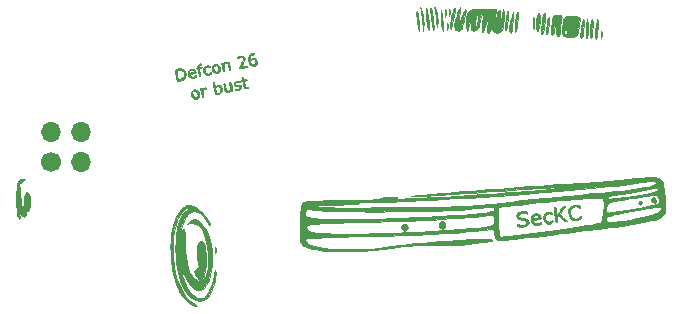
<source format=gbr>
G04 #@! TF.GenerationSoftware,KiCad,Pcbnew,(5.1.2)-1*
G04 #@! TF.CreationDate,2019-05-18T15:03:22-05:00*
G04 #@! TF.ProjectId,van-sao,76616e2d-7361-46f2-9e6b-696361645f70,rev?*
G04 #@! TF.SameCoordinates,Original*
G04 #@! TF.FileFunction,Copper,L1,Top*
G04 #@! TF.FilePolarity,Positive*
%FSLAX46Y46*%
G04 Gerber Fmt 4.6, Leading zero omitted, Abs format (unit mm)*
G04 Created by KiCad (PCBNEW (5.1.2)-1) date 2019-05-18 15:03:22*
%MOMM*%
%LPD*%
G04 APERTURE LIST*
%ADD10C,0.010000*%
%ADD11C,1.700000*%
%ADD12O,1.700000X1.700000*%
G04 APERTURE END LIST*
D10*
G36*
X27778221Y-9571804D02*
G01*
X27806091Y-9598909D01*
X27892040Y-9721824D01*
X27902555Y-9836395D01*
X27859200Y-9909867D01*
X27759140Y-9957733D01*
X27641384Y-9928568D01*
X27548243Y-9856758D01*
X27466651Y-9760083D01*
X27453026Y-9684706D01*
X27505521Y-9604024D01*
X27529000Y-9579667D01*
X27615225Y-9510777D01*
X27689431Y-9507540D01*
X27778221Y-9571804D01*
X27778221Y-9571804D01*
G37*
X27778221Y-9571804D02*
X27806091Y-9598909D01*
X27892040Y-9721824D01*
X27902555Y-9836395D01*
X27859200Y-9909867D01*
X27759140Y-9957733D01*
X27641384Y-9928568D01*
X27548243Y-9856758D01*
X27466651Y-9760083D01*
X27453026Y-9684706D01*
X27505521Y-9604024D01*
X27529000Y-9579667D01*
X27615225Y-9510777D01*
X27689431Y-9507540D01*
X27778221Y-9571804D01*
G36*
X26629417Y-9817254D02*
G01*
X26706101Y-9902681D01*
X26702652Y-10001580D01*
X26660258Y-10061362D01*
X26559111Y-10124324D01*
X26466773Y-10103591D01*
X26430021Y-10068534D01*
X26393015Y-9974103D01*
X26416051Y-9881960D01*
X26481103Y-9814822D01*
X26570145Y-9795408D01*
X26629417Y-9817254D01*
X26629417Y-9817254D01*
G37*
X26629417Y-9817254D02*
X26706101Y-9902681D01*
X26702652Y-10001580D01*
X26660258Y-10061362D01*
X26559111Y-10124324D01*
X26466773Y-10103591D01*
X26430021Y-10068534D01*
X26393015Y-9974103D01*
X26416051Y-9881960D01*
X26481103Y-9814822D01*
X26570145Y-9795408D01*
X26629417Y-9817254D01*
G36*
X9957482Y-11590844D02*
G01*
X10036722Y-11687470D01*
X10069109Y-11815441D01*
X10039209Y-11961757D01*
X10027914Y-11985421D01*
X9931040Y-12113892D01*
X9817616Y-12159427D01*
X9690012Y-12121618D01*
X9607015Y-12058188D01*
X9514931Y-11926183D01*
X9500103Y-11784276D01*
X9563114Y-11650753D01*
X9592979Y-11619046D01*
X9720176Y-11543631D01*
X9846822Y-11538564D01*
X9957482Y-11590844D01*
X9957482Y-11590844D01*
G37*
X9957482Y-11590844D02*
X10036722Y-11687470D01*
X10069109Y-11815441D01*
X10039209Y-11961757D01*
X10027914Y-11985421D01*
X9931040Y-12113892D01*
X9817616Y-12159427D01*
X9690012Y-12121618D01*
X9607015Y-12058188D01*
X9514931Y-11926183D01*
X9500103Y-11784276D01*
X9563114Y-11650753D01*
X9592979Y-11619046D01*
X9720176Y-11543631D01*
X9846822Y-11538564D01*
X9957482Y-11590844D01*
G36*
X6764809Y-11798476D02*
G01*
X6850484Y-11890749D01*
X6862579Y-12012154D01*
X6808399Y-12158972D01*
X6712275Y-12285285D01*
X6599667Y-12328843D01*
X6474357Y-12289100D01*
X6389273Y-12219727D01*
X6297739Y-12094488D01*
X6288417Y-11979485D01*
X6360717Y-11867284D01*
X6361257Y-11866744D01*
X6501640Y-11772845D01*
X6649620Y-11754590D01*
X6764809Y-11798476D01*
X6764809Y-11798476D01*
G37*
X6764809Y-11798476D02*
X6850484Y-11890749D01*
X6862579Y-12012154D01*
X6808399Y-12158972D01*
X6712275Y-12285285D01*
X6599667Y-12328843D01*
X6474357Y-12289100D01*
X6389273Y-12219727D01*
X6297739Y-12094488D01*
X6288417Y-11979485D01*
X6360717Y-11867284D01*
X6361257Y-11866744D01*
X6501640Y-11772845D01*
X6649620Y-11754590D01*
X6764809Y-11798476D01*
G36*
X21329781Y-10161783D02*
G01*
X21423321Y-10230052D01*
X21443558Y-10279196D01*
X21455132Y-10357737D01*
X21453466Y-10384000D01*
X21412004Y-10369313D01*
X21320542Y-10332577D01*
X21283160Y-10317073D01*
X21083826Y-10272167D01*
X20896816Y-10301914D01*
X20740488Y-10403093D01*
X20729901Y-10414129D01*
X20650700Y-10554918D01*
X20624519Y-10729569D01*
X20646366Y-10914091D01*
X20711248Y-11084494D01*
X20814173Y-11216789D01*
X20909077Y-11274994D01*
X21070796Y-11298062D01*
X21249682Y-11265761D01*
X21405956Y-11185379D01*
X21408296Y-11183553D01*
X21502532Y-11118227D01*
X21548128Y-11114851D01*
X21555303Y-11174512D01*
X21552361Y-11198917D01*
X21499071Y-11298185D01*
X21384263Y-11373698D01*
X21228737Y-11421509D01*
X21053293Y-11437672D01*
X20878728Y-11418242D01*
X20725843Y-11359271D01*
X20721369Y-11356582D01*
X20580114Y-11222257D01*
X20487937Y-11026952D01*
X20450166Y-10782176D01*
X20449830Y-10770146D01*
X20478297Y-10533782D01*
X20572414Y-10347077D01*
X20727538Y-10215767D01*
X20939025Y-10145586D01*
X20957734Y-10142852D01*
X21171786Y-10131930D01*
X21329781Y-10161783D01*
X21329781Y-10161783D01*
G37*
X21329781Y-10161783D02*
X21423321Y-10230052D01*
X21443558Y-10279196D01*
X21455132Y-10357737D01*
X21453466Y-10384000D01*
X21412004Y-10369313D01*
X21320542Y-10332577D01*
X21283160Y-10317073D01*
X21083826Y-10272167D01*
X20896816Y-10301914D01*
X20740488Y-10403093D01*
X20729901Y-10414129D01*
X20650700Y-10554918D01*
X20624519Y-10729569D01*
X20646366Y-10914091D01*
X20711248Y-11084494D01*
X20814173Y-11216789D01*
X20909077Y-11274994D01*
X21070796Y-11298062D01*
X21249682Y-11265761D01*
X21405956Y-11185379D01*
X21408296Y-11183553D01*
X21502532Y-11118227D01*
X21548128Y-11114851D01*
X21555303Y-11174512D01*
X21552361Y-11198917D01*
X21499071Y-11298185D01*
X21384263Y-11373698D01*
X21228737Y-11421509D01*
X21053293Y-11437672D01*
X20878728Y-11418242D01*
X20725843Y-11359271D01*
X20721369Y-11356582D01*
X20580114Y-11222257D01*
X20487937Y-11026952D01*
X20450166Y-10782176D01*
X20449830Y-10770146D01*
X20478297Y-10533782D01*
X20572414Y-10347077D01*
X20727538Y-10215767D01*
X20939025Y-10145586D01*
X20957734Y-10142852D01*
X21171786Y-10131930D01*
X21329781Y-10161783D01*
G36*
X20183288Y-10268520D02*
G01*
X20177634Y-10306905D01*
X20175396Y-10309917D01*
X20131735Y-10367444D01*
X20052474Y-10472049D01*
X19953097Y-10603294D01*
X19930811Y-10632737D01*
X19726530Y-10902641D01*
X20061182Y-11212860D01*
X20206507Y-11349091D01*
X20295699Y-11438586D01*
X20335653Y-11491139D01*
X20333266Y-11516541D01*
X20295435Y-11524588D01*
X20281017Y-11525040D01*
X20185750Y-11501011D01*
X20059126Y-11421850D01*
X19905259Y-11294167D01*
X19780953Y-11186782D01*
X19679433Y-11105591D01*
X19617798Y-11064054D01*
X19609429Y-11061334D01*
X19552773Y-11099631D01*
X19523177Y-11205156D01*
X19523989Y-11363855D01*
X19528245Y-11401906D01*
X19541160Y-11526290D01*
X19533820Y-11588444D01*
X19499676Y-11609688D01*
X19463812Y-11611667D01*
X19423631Y-11605956D01*
X19394618Y-11579254D01*
X19372480Y-11517208D01*
X19352927Y-11405463D01*
X19331667Y-11229665D01*
X19321426Y-11135417D01*
X19298243Y-10925550D01*
X19275491Y-10730663D01*
X19256166Y-10575844D01*
X19245613Y-10500417D01*
X19235013Y-10396396D01*
X19253415Y-10351283D01*
X19307877Y-10341667D01*
X19358909Y-10353315D01*
X19390562Y-10401113D01*
X19411849Y-10504343D01*
X19421677Y-10585084D01*
X19444157Y-10766784D01*
X19469596Y-10874384D01*
X19507251Y-10908740D01*
X19566378Y-10870706D01*
X19656237Y-10761138D01*
X19760834Y-10616422D01*
X19888614Y-10443661D01*
X19983716Y-10333342D01*
X20056497Y-10274997D01*
X20115267Y-10258161D01*
X20183288Y-10268520D01*
X20183288Y-10268520D01*
G37*
X20183288Y-10268520D02*
X20177634Y-10306905D01*
X20175396Y-10309917D01*
X20131735Y-10367444D01*
X20052474Y-10472049D01*
X19953097Y-10603294D01*
X19930811Y-10632737D01*
X19726530Y-10902641D01*
X20061182Y-11212860D01*
X20206507Y-11349091D01*
X20295699Y-11438586D01*
X20335653Y-11491139D01*
X20333266Y-11516541D01*
X20295435Y-11524588D01*
X20281017Y-11525040D01*
X20185750Y-11501011D01*
X20059126Y-11421850D01*
X19905259Y-11294167D01*
X19780953Y-11186782D01*
X19679433Y-11105591D01*
X19617798Y-11064054D01*
X19609429Y-11061334D01*
X19552773Y-11099631D01*
X19523177Y-11205156D01*
X19523989Y-11363855D01*
X19528245Y-11401906D01*
X19541160Y-11526290D01*
X19533820Y-11588444D01*
X19499676Y-11609688D01*
X19463812Y-11611667D01*
X19423631Y-11605956D01*
X19394618Y-11579254D01*
X19372480Y-11517208D01*
X19352927Y-11405463D01*
X19331667Y-11229665D01*
X19321426Y-11135417D01*
X19298243Y-10925550D01*
X19275491Y-10730663D01*
X19256166Y-10575844D01*
X19245613Y-10500417D01*
X19235013Y-10396396D01*
X19253415Y-10351283D01*
X19307877Y-10341667D01*
X19358909Y-10353315D01*
X19390562Y-10401113D01*
X19411849Y-10504343D01*
X19421677Y-10585084D01*
X19444157Y-10766784D01*
X19469596Y-10874384D01*
X19507251Y-10908740D01*
X19566378Y-10870706D01*
X19656237Y-10761138D01*
X19760834Y-10616422D01*
X19888614Y-10443661D01*
X19983716Y-10333342D01*
X20056497Y-10274997D01*
X20115267Y-10258161D01*
X20183288Y-10268520D01*
G36*
X18976706Y-10743794D02*
G01*
X19048247Y-10799527D01*
X19062334Y-10853148D01*
X19051228Y-10905435D01*
X19001983Y-10907265D01*
X18949146Y-10889204D01*
X18805353Y-10865434D01*
X18661460Y-10889423D01*
X18555270Y-10954544D01*
X18551486Y-10958931D01*
X18511431Y-11059751D01*
X18502965Y-11202427D01*
X18524708Y-11350829D01*
X18570703Y-11462121D01*
X18670084Y-11544158D01*
X18805428Y-11571374D01*
X18945541Y-11540504D01*
X19001326Y-11507180D01*
X19090931Y-11451762D01*
X19135762Y-11461635D01*
X19147000Y-11529160D01*
X19108846Y-11611926D01*
X19000193Y-11677327D01*
X18837726Y-11728204D01*
X18700926Y-11725086D01*
X18613097Y-11697177D01*
X18470778Y-11596281D01*
X18377769Y-11436340D01*
X18342741Y-11232587D01*
X18342667Y-11222175D01*
X18351318Y-11081565D01*
X18373207Y-10965980D01*
X18386255Y-10931989D01*
X18467762Y-10839986D01*
X18587845Y-10772800D01*
X18726220Y-10732796D01*
X18862602Y-10722339D01*
X18976706Y-10743794D01*
X18976706Y-10743794D01*
G37*
X18976706Y-10743794D02*
X19048247Y-10799527D01*
X19062334Y-10853148D01*
X19051228Y-10905435D01*
X19001983Y-10907265D01*
X18949146Y-10889204D01*
X18805353Y-10865434D01*
X18661460Y-10889423D01*
X18555270Y-10954544D01*
X18551486Y-10958931D01*
X18511431Y-11059751D01*
X18502965Y-11202427D01*
X18524708Y-11350829D01*
X18570703Y-11462121D01*
X18670084Y-11544158D01*
X18805428Y-11571374D01*
X18945541Y-11540504D01*
X19001326Y-11507180D01*
X19090931Y-11451762D01*
X19135762Y-11461635D01*
X19147000Y-11529160D01*
X19108846Y-11611926D01*
X19000193Y-11677327D01*
X18837726Y-11728204D01*
X18700926Y-11725086D01*
X18613097Y-11697177D01*
X18470778Y-11596281D01*
X18377769Y-11436340D01*
X18342741Y-11232587D01*
X18342667Y-11222175D01*
X18351318Y-11081565D01*
X18373207Y-10965980D01*
X18386255Y-10931989D01*
X18467762Y-10839986D01*
X18587845Y-10772800D01*
X18726220Y-10732796D01*
X18862602Y-10722339D01*
X18976706Y-10743794D01*
G36*
X17938604Y-10875964D02*
G01*
X18012939Y-10938910D01*
X18081556Y-11049751D01*
X18124906Y-11172852D01*
X18131000Y-11226646D01*
X18126647Y-11267034D01*
X18104003Y-11296254D01*
X18048692Y-11318921D01*
X17946336Y-11339653D01*
X17782558Y-11363065D01*
X17654750Y-11379565D01*
X17537668Y-11400891D01*
X17465174Y-11426431D01*
X17453667Y-11439218D01*
X17477569Y-11492892D01*
X17535685Y-11577446D01*
X17541406Y-11584791D01*
X17655835Y-11668437D01*
X17805265Y-11699254D01*
X17955939Y-11673811D01*
X18027659Y-11634180D01*
X18117727Y-11578599D01*
X18162749Y-11588089D01*
X18173334Y-11648864D01*
X18134953Y-11724964D01*
X18034888Y-11786616D01*
X17895756Y-11827238D01*
X17740174Y-11840248D01*
X17590757Y-11819063D01*
X17589638Y-11818735D01*
X17447637Y-11737471D01*
X17349790Y-11603883D01*
X17297527Y-11438744D01*
X17292276Y-11262825D01*
X17295961Y-11248664D01*
X17458056Y-11248664D01*
X17490246Y-11271080D01*
X17578774Y-11263273D01*
X17608667Y-11258447D01*
X17743141Y-11240322D01*
X17858222Y-11231328D01*
X17869361Y-11231133D01*
X17942814Y-11205231D01*
X17960071Y-11144121D01*
X17926014Y-11071228D01*
X17845525Y-11009976D01*
X17821202Y-11000083D01*
X17686686Y-10988472D01*
X17563288Y-11035563D01*
X17479149Y-11126905D01*
X17460500Y-11185312D01*
X17458056Y-11248664D01*
X17295961Y-11248664D01*
X17335465Y-11096899D01*
X17428523Y-10961737D01*
X17526155Y-10895607D01*
X17676096Y-10856572D01*
X17841980Y-10854408D01*
X17938604Y-10875964D01*
X17938604Y-10875964D01*
G37*
X17938604Y-10875964D02*
X18012939Y-10938910D01*
X18081556Y-11049751D01*
X18124906Y-11172852D01*
X18131000Y-11226646D01*
X18126647Y-11267034D01*
X18104003Y-11296254D01*
X18048692Y-11318921D01*
X17946336Y-11339653D01*
X17782558Y-11363065D01*
X17654750Y-11379565D01*
X17537668Y-11400891D01*
X17465174Y-11426431D01*
X17453667Y-11439218D01*
X17477569Y-11492892D01*
X17535685Y-11577446D01*
X17541406Y-11584791D01*
X17655835Y-11668437D01*
X17805265Y-11699254D01*
X17955939Y-11673811D01*
X18027659Y-11634180D01*
X18117727Y-11578599D01*
X18162749Y-11588089D01*
X18173334Y-11648864D01*
X18134953Y-11724964D01*
X18034888Y-11786616D01*
X17895756Y-11827238D01*
X17740174Y-11840248D01*
X17590757Y-11819063D01*
X17589638Y-11818735D01*
X17447637Y-11737471D01*
X17349790Y-11603883D01*
X17297527Y-11438744D01*
X17292276Y-11262825D01*
X17295961Y-11248664D01*
X17458056Y-11248664D01*
X17490246Y-11271080D01*
X17578774Y-11263273D01*
X17608667Y-11258447D01*
X17743141Y-11240322D01*
X17858222Y-11231328D01*
X17869361Y-11231133D01*
X17942814Y-11205231D01*
X17960071Y-11144121D01*
X17926014Y-11071228D01*
X17845525Y-11009976D01*
X17821202Y-11000083D01*
X17686686Y-10988472D01*
X17563288Y-11035563D01*
X17479149Y-11126905D01*
X17460500Y-11185312D01*
X17458056Y-11248664D01*
X17295961Y-11248664D01*
X17335465Y-11096899D01*
X17428523Y-10961737D01*
X17526155Y-10895607D01*
X17676096Y-10856572D01*
X17841980Y-10854408D01*
X17938604Y-10875964D01*
G36*
X16812265Y-10683236D02*
G01*
X16898001Y-10696305D01*
X16940830Y-10726087D01*
X16960217Y-10773735D01*
X16974608Y-10856954D01*
X16946486Y-10881323D01*
X16860007Y-10857261D01*
X16842949Y-10850851D01*
X16647065Y-10809880D01*
X16462305Y-10831553D01*
X16337543Y-10895073D01*
X16246639Y-10994914D01*
X16236724Y-11083479D01*
X16304456Y-11157031D01*
X16446493Y-11211830D01*
X16648854Y-11243259D01*
X16811090Y-11262933D01*
X16915899Y-11294270D01*
X16990502Y-11347180D01*
X17019271Y-11378096D01*
X17099228Y-11520241D01*
X17103360Y-11659380D01*
X17040225Y-11785616D01*
X16918385Y-11889053D01*
X16746398Y-11959794D01*
X16532824Y-11987943D01*
X16491943Y-11987756D01*
X16354861Y-11980859D01*
X16244738Y-11969173D01*
X16215417Y-11963485D01*
X16154780Y-11908910D01*
X16141334Y-11845539D01*
X16145283Y-11787801D01*
X16171256Y-11766616D01*
X16240442Y-11777751D01*
X16338246Y-11806215D01*
X16518174Y-11837198D01*
X16682758Y-11824898D01*
X16816577Y-11776174D01*
X16904212Y-11697888D01*
X16930243Y-11596901D01*
X16918575Y-11547991D01*
X16845378Y-11468963D01*
X16705999Y-11417700D01*
X16521570Y-11400000D01*
X16315330Y-11372901D01*
X16169363Y-11293318D01*
X16103668Y-11202840D01*
X16060889Y-11054049D01*
X16088480Y-10929459D01*
X16131691Y-10865205D01*
X16234890Y-10767110D01*
X16363748Y-10709116D01*
X16540548Y-10683466D01*
X16662780Y-10680334D01*
X16812265Y-10683236D01*
X16812265Y-10683236D01*
G37*
X16812265Y-10683236D02*
X16898001Y-10696305D01*
X16940830Y-10726087D01*
X16960217Y-10773735D01*
X16974608Y-10856954D01*
X16946486Y-10881323D01*
X16860007Y-10857261D01*
X16842949Y-10850851D01*
X16647065Y-10809880D01*
X16462305Y-10831553D01*
X16337543Y-10895073D01*
X16246639Y-10994914D01*
X16236724Y-11083479D01*
X16304456Y-11157031D01*
X16446493Y-11211830D01*
X16648854Y-11243259D01*
X16811090Y-11262933D01*
X16915899Y-11294270D01*
X16990502Y-11347180D01*
X17019271Y-11378096D01*
X17099228Y-11520241D01*
X17103360Y-11659380D01*
X17040225Y-11785616D01*
X16918385Y-11889053D01*
X16746398Y-11959794D01*
X16532824Y-11987943D01*
X16491943Y-11987756D01*
X16354861Y-11980859D01*
X16244738Y-11969173D01*
X16215417Y-11963485D01*
X16154780Y-11908910D01*
X16141334Y-11845539D01*
X16145283Y-11787801D01*
X16171256Y-11766616D01*
X16240442Y-11777751D01*
X16338246Y-11806215D01*
X16518174Y-11837198D01*
X16682758Y-11824898D01*
X16816577Y-11776174D01*
X16904212Y-11697888D01*
X16930243Y-11596901D01*
X16918575Y-11547991D01*
X16845378Y-11468963D01*
X16705999Y-11417700D01*
X16521570Y-11400000D01*
X16315330Y-11372901D01*
X16169363Y-11293318D01*
X16103668Y-11202840D01*
X16060889Y-11054049D01*
X16088480Y-10929459D01*
X16131691Y-10865205D01*
X16234890Y-10767110D01*
X16363748Y-10709116D01*
X16540548Y-10683466D01*
X16662780Y-10680334D01*
X16812265Y-10683236D01*
G36*
X7971000Y6570500D02*
G01*
X7949834Y6549333D01*
X7928667Y6570500D01*
X7949834Y6591666D01*
X7971000Y6570500D01*
X7971000Y6570500D01*
G37*
X7971000Y6570500D02*
X7949834Y6549333D01*
X7928667Y6570500D01*
X7949834Y6591666D01*
X7971000Y6570500D01*
G36*
X10405940Y6432896D02*
G01*
X10421239Y6320746D01*
X10426334Y6189500D01*
X10420163Y6045670D01*
X10404072Y5938082D01*
X10384000Y5893166D01*
X10361018Y5917563D01*
X10346588Y6019583D01*
X10341667Y6189500D01*
X10346734Y6361447D01*
X10361296Y6462374D01*
X10384000Y6485833D01*
X10405940Y6432896D01*
X10405940Y6432896D01*
G37*
X10405940Y6432896D02*
X10421239Y6320746D01*
X10426334Y6189500D01*
X10420163Y6045670D01*
X10404072Y5938082D01*
X10384000Y5893166D01*
X10361018Y5917563D01*
X10346588Y6019583D01*
X10341667Y6189500D01*
X10346734Y6361447D01*
X10361296Y6462374D01*
X10384000Y6485833D01*
X10405940Y6432896D01*
G36*
X10066709Y6425297D02*
G01*
X10081592Y6318843D01*
X10087635Y6162786D01*
X10087667Y6149665D01*
X10082352Y5994033D01*
X10068319Y5873524D01*
X10048437Y5811263D01*
X10045334Y5808500D01*
X10022775Y5833337D01*
X10008390Y5936266D01*
X10003018Y6111029D01*
X10003000Y6123501D01*
X10007918Y6292116D01*
X10021356Y6410716D01*
X10041343Y6463406D01*
X10045334Y6464666D01*
X10066709Y6425297D01*
X10066709Y6425297D01*
G37*
X10066709Y6425297D02*
X10081592Y6318843D01*
X10087635Y6162786D01*
X10087667Y6149665D01*
X10082352Y5994033D01*
X10068319Y5873524D01*
X10048437Y5811263D01*
X10045334Y5808500D01*
X10022775Y5833337D01*
X10008390Y5936266D01*
X10003018Y6111029D01*
X10003000Y6123501D01*
X10007918Y6292116D01*
X10021356Y6410716D01*
X10041343Y6463406D01*
X10045334Y6464666D01*
X10066709Y6425297D01*
G36*
X9153601Y6595134D02*
G01*
X9196086Y6504905D01*
X9251923Y6372594D01*
X9260953Y6350174D01*
X9342094Y6074958D01*
X9391279Y5749534D01*
X9405826Y5403139D01*
X9383051Y5065009D01*
X9380561Y5046500D01*
X9366839Y4953261D01*
X9355741Y4903731D01*
X9345545Y4905263D01*
X9334529Y4965214D01*
X9320972Y5090938D01*
X9303152Y5289790D01*
X9291378Y5427500D01*
X9267656Y5677876D01*
X9240090Y5923612D01*
X9211684Y6140402D01*
X9185448Y6303940D01*
X9178818Y6337262D01*
X9150931Y6478191D01*
X9134514Y6581683D01*
X9133058Y6624836D01*
X9153601Y6595134D01*
X9153601Y6595134D01*
G37*
X9153601Y6595134D02*
X9196086Y6504905D01*
X9251923Y6372594D01*
X9260953Y6350174D01*
X9342094Y6074958D01*
X9391279Y5749534D01*
X9405826Y5403139D01*
X9383051Y5065009D01*
X9380561Y5046500D01*
X9366839Y4953261D01*
X9355741Y4903731D01*
X9345545Y4905263D01*
X9334529Y4965214D01*
X9320972Y5090938D01*
X9303152Y5289790D01*
X9291378Y5427500D01*
X9267656Y5677876D01*
X9240090Y5923612D01*
X9211684Y6140402D01*
X9185448Y6303940D01*
X9178818Y6337262D01*
X9150931Y6478191D01*
X9134514Y6581683D01*
X9133058Y6624836D01*
X9153601Y6595134D01*
G36*
X17514716Y5780528D02*
G01*
X17527831Y5692624D01*
X17535451Y5522430D01*
X17537685Y5311083D01*
X17536891Y5108477D01*
X17534257Y4940556D01*
X17530178Y4823194D01*
X17525051Y4772262D01*
X17524222Y4771333D01*
X17486093Y4795498D01*
X17481889Y4799555D01*
X17467435Y4855471D01*
X17458452Y4974187D01*
X17454628Y5134037D01*
X17455656Y5313352D01*
X17461226Y5490466D01*
X17471027Y5643708D01*
X17484750Y5751413D01*
X17496000Y5787333D01*
X17514716Y5780528D01*
X17514716Y5780528D01*
G37*
X17514716Y5780528D02*
X17527831Y5692624D01*
X17535451Y5522430D01*
X17537685Y5311083D01*
X17536891Y5108477D01*
X17534257Y4940556D01*
X17530178Y4823194D01*
X17525051Y4772262D01*
X17524222Y4771333D01*
X17486093Y4795498D01*
X17481889Y4799555D01*
X17467435Y4855471D01*
X17458452Y4974187D01*
X17454628Y5134037D01*
X17455656Y5313352D01*
X17461226Y5490466D01*
X17471027Y5643708D01*
X17484750Y5751413D01*
X17496000Y5787333D01*
X17514716Y5780528D01*
G36*
X10869133Y6491145D02*
G01*
X10880595Y6379923D01*
X10862786Y6192376D01*
X10815606Y5927566D01*
X10738956Y5584558D01*
X10719444Y5503886D01*
X10659709Y5268418D01*
X10603842Y5064375D01*
X10555767Y4904854D01*
X10519409Y4802954D01*
X10499984Y4771333D01*
X10483209Y4811567D01*
X10478555Y4925542D01*
X10486266Y5103172D01*
X10490583Y5161800D01*
X10520361Y5452187D01*
X10561455Y5731209D01*
X10610830Y5986613D01*
X10665454Y6206145D01*
X10722294Y6377550D01*
X10778315Y6488575D01*
X10828500Y6526976D01*
X10869133Y6491145D01*
X10869133Y6491145D01*
G37*
X10869133Y6491145D02*
X10880595Y6379923D01*
X10862786Y6192376D01*
X10815606Y5927566D01*
X10738956Y5584558D01*
X10719444Y5503886D01*
X10659709Y5268418D01*
X10603842Y5064375D01*
X10555767Y4904854D01*
X10519409Y4802954D01*
X10499984Y4771333D01*
X10483209Y4811567D01*
X10478555Y4925542D01*
X10486266Y5103172D01*
X10490583Y5161800D01*
X10520361Y5452187D01*
X10561455Y5731209D01*
X10610830Y5986613D01*
X10665454Y6206145D01*
X10722294Y6377550D01*
X10778315Y6488575D01*
X10828500Y6526976D01*
X10869133Y6491145D01*
G36*
X10236606Y5247563D02*
G01*
X10251906Y5135413D01*
X10257000Y5004166D01*
X10250830Y4860337D01*
X10234739Y4752749D01*
X10214667Y4707833D01*
X10191685Y4732230D01*
X10177255Y4834250D01*
X10172334Y5004166D01*
X10177400Y5176114D01*
X10191963Y5277041D01*
X10214667Y5300500D01*
X10236606Y5247563D01*
X10236606Y5247563D01*
G37*
X10236606Y5247563D02*
X10251906Y5135413D01*
X10257000Y5004166D01*
X10250830Y4860337D01*
X10234739Y4752749D01*
X10214667Y4707833D01*
X10191685Y4732230D01*
X10177255Y4834250D01*
X10172334Y5004166D01*
X10177400Y5176114D01*
X10191963Y5277041D01*
X10214667Y5300500D01*
X10236606Y5247563D01*
G36*
X8842188Y6506985D02*
G01*
X8879908Y6419729D01*
X8919489Y6249973D01*
X8961090Y5997024D01*
X9004869Y5660190D01*
X9008371Y5630453D01*
X9044648Y5288616D01*
X9064944Y5021125D01*
X9069198Y4830239D01*
X9057351Y4718217D01*
X9033732Y4686666D01*
X9009880Y4725341D01*
X8978084Y4828828D01*
X8943685Y4978323D01*
X8928509Y5057083D01*
X8889818Y5292642D01*
X8855659Y5542989D01*
X8827297Y5793072D01*
X8805998Y6027835D01*
X8793028Y6232226D01*
X8789651Y6391188D01*
X8797134Y6489669D01*
X8806171Y6512437D01*
X8842188Y6506985D01*
X8842188Y6506985D01*
G37*
X8842188Y6506985D02*
X8879908Y6419729D01*
X8919489Y6249973D01*
X8961090Y5997024D01*
X9004869Y5660190D01*
X9008371Y5630453D01*
X9044648Y5288616D01*
X9064944Y5021125D01*
X9069198Y4830239D01*
X9057351Y4718217D01*
X9033732Y4686666D01*
X9009880Y4725341D01*
X8978084Y4828828D01*
X8943685Y4978323D01*
X8928509Y5057083D01*
X8889818Y5292642D01*
X8855659Y5542989D01*
X8827297Y5793072D01*
X8805998Y6027835D01*
X8793028Y6232226D01*
X8789651Y6391188D01*
X8797134Y6489669D01*
X8806171Y6512437D01*
X8842188Y6506985D01*
G36*
X15365372Y6214271D02*
G01*
X15376324Y6091623D01*
X15375417Y5919591D01*
X15364367Y5713917D01*
X15344891Y5490345D01*
X15318705Y5264621D01*
X15287525Y5052486D01*
X15253067Y4869685D01*
X15217048Y4731963D01*
X15181182Y4655062D01*
X15163444Y4644333D01*
X15139023Y4681735D01*
X15126243Y4774473D01*
X15125681Y4803083D01*
X15131576Y4969533D01*
X15147164Y5170156D01*
X15170245Y5389936D01*
X15198619Y5613857D01*
X15230086Y5826901D01*
X15262446Y6014054D01*
X15293498Y6160299D01*
X15321045Y6250618D01*
X15340846Y6271790D01*
X15365372Y6214271D01*
X15365372Y6214271D01*
G37*
X15365372Y6214271D02*
X15376324Y6091623D01*
X15375417Y5919591D01*
X15364367Y5713917D01*
X15344891Y5490345D01*
X15318705Y5264621D01*
X15287525Y5052486D01*
X15253067Y4869685D01*
X15217048Y4731963D01*
X15181182Y4655062D01*
X15163444Y4644333D01*
X15139023Y4681735D01*
X15126243Y4774473D01*
X15125681Y4803083D01*
X15131576Y4969533D01*
X15147164Y5170156D01*
X15170245Y5389936D01*
X15198619Y5613857D01*
X15230086Y5826901D01*
X15262446Y6014054D01*
X15293498Y6160299D01*
X15321045Y6250618D01*
X15340846Y6271790D01*
X15365372Y6214271D01*
G36*
X9696610Y6325340D02*
G01*
X9718789Y6205722D01*
X9744695Y6034755D01*
X9772364Y5828924D01*
X9799831Y5604715D01*
X9825131Y5378613D01*
X9846302Y5167103D01*
X9861377Y4986671D01*
X9868394Y4853801D01*
X9867799Y4802023D01*
X9854834Y4623166D01*
X9775380Y4834833D01*
X9741435Y4946336D01*
X9715944Y5084695D01*
X9697165Y5265400D01*
X9683356Y5503938D01*
X9675403Y5723833D01*
X9669978Y5950207D01*
X9668150Y6141455D01*
X9669820Y6284088D01*
X9674891Y6364613D01*
X9680122Y6377123D01*
X9696610Y6325340D01*
X9696610Y6325340D01*
G37*
X9696610Y6325340D02*
X9718789Y6205722D01*
X9744695Y6034755D01*
X9772364Y5828924D01*
X9799831Y5604715D01*
X9825131Y5378613D01*
X9846302Y5167103D01*
X9861377Y4986671D01*
X9868394Y4853801D01*
X9867799Y4802023D01*
X9854834Y4623166D01*
X9775380Y4834833D01*
X9741435Y4946336D01*
X9715944Y5084695D01*
X9697165Y5265400D01*
X9683356Y5503938D01*
X9675403Y5723833D01*
X9669978Y5950207D01*
X9668150Y6141455D01*
X9669820Y6284088D01*
X9674891Y6364613D01*
X9680122Y6377123D01*
X9696610Y6325340D01*
G36*
X8467870Y6466490D02*
G01*
X8506052Y6352010D01*
X8545209Y6174134D01*
X8583556Y5943438D01*
X8619311Y5670495D01*
X8650690Y5365881D01*
X8673388Y5078250D01*
X8682700Y4865158D01*
X8678313Y4720404D01*
X8661741Y4647394D01*
X8634497Y4649532D01*
X8598096Y4730223D01*
X8567029Y4839018D01*
X8522094Y5044262D01*
X8482073Y5277226D01*
X8448095Y5523894D01*
X8421293Y5770252D01*
X8402796Y6002283D01*
X8393737Y6205972D01*
X8395245Y6367303D01*
X8408451Y6472262D01*
X8432444Y6507000D01*
X8467870Y6466490D01*
X8467870Y6466490D01*
G37*
X8467870Y6466490D02*
X8506052Y6352010D01*
X8545209Y6174134D01*
X8583556Y5943438D01*
X8619311Y5670495D01*
X8650690Y5365881D01*
X8673388Y5078250D01*
X8682700Y4865158D01*
X8678313Y4720404D01*
X8661741Y4647394D01*
X8634497Y4649532D01*
X8598096Y4730223D01*
X8567029Y4839018D01*
X8522094Y5044262D01*
X8482073Y5277226D01*
X8448095Y5523894D01*
X8421293Y5770252D01*
X8402796Y6002283D01*
X8393737Y6205972D01*
X8395245Y6367303D01*
X8408451Y6472262D01*
X8432444Y6507000D01*
X8467870Y6466490D01*
G36*
X8003224Y6463373D02*
G01*
X8036599Y6369491D01*
X8079139Y6228589D01*
X8098291Y6159654D01*
X8165038Y5845840D01*
X8205720Y5508281D01*
X8217958Y5179298D01*
X8199376Y4891213D01*
X8194182Y4856000D01*
X8156885Y4623166D01*
X8125775Y5046500D01*
X8106467Y5274265D01*
X8079644Y5545107D01*
X8049491Y5818251D01*
X8030783Y5972255D01*
X8007429Y6168528D01*
X7991004Y6332036D01*
X7983004Y6445765D01*
X7984927Y6492703D01*
X7984965Y6492742D01*
X8003224Y6463373D01*
X8003224Y6463373D01*
G37*
X8003224Y6463373D02*
X8036599Y6369491D01*
X8079139Y6228589D01*
X8098291Y6159654D01*
X8165038Y5845840D01*
X8205720Y5508281D01*
X8217958Y5179298D01*
X8199376Y4891213D01*
X8194182Y4856000D01*
X8156885Y4623166D01*
X8125775Y5046500D01*
X8106467Y5274265D01*
X8079644Y5545107D01*
X8049491Y5818251D01*
X8030783Y5972255D01*
X8007429Y6168528D01*
X7991004Y6332036D01*
X7983004Y6445765D01*
X7984927Y6492703D01*
X7984965Y6492742D01*
X8003224Y6463373D01*
G36*
X7665203Y6284862D02*
G01*
X7687099Y6206813D01*
X7708130Y6101558D01*
X7777854Y5686923D01*
X7821667Y5322012D01*
X7838293Y5018828D01*
X7836220Y4898333D01*
X7822834Y4623166D01*
X7749975Y4902158D01*
X7711859Y5077628D01*
X7677216Y5290532D01*
X7647859Y5521474D01*
X7625602Y5751058D01*
X7612256Y5959886D01*
X7609637Y6128564D01*
X7619556Y6237694D01*
X7623764Y6252231D01*
X7645972Y6296642D01*
X7665203Y6284862D01*
X7665203Y6284862D01*
G37*
X7665203Y6284862D02*
X7687099Y6206813D01*
X7708130Y6101558D01*
X7777854Y5686923D01*
X7821667Y5322012D01*
X7838293Y5018828D01*
X7836220Y4898333D01*
X7822834Y4623166D01*
X7749975Y4902158D01*
X7711859Y5077628D01*
X7677216Y5290532D01*
X7647859Y5521474D01*
X7625602Y5751058D01*
X7612256Y5959886D01*
X7609637Y6128564D01*
X7619556Y6237694D01*
X7623764Y6252231D01*
X7645972Y6296642D01*
X7665203Y6284862D01*
G36*
X17965710Y6097411D02*
G01*
X18008926Y6010375D01*
X18037706Y5868380D01*
X18051916Y5685682D01*
X18051420Y5476539D01*
X18036084Y5255206D01*
X18005772Y5035941D01*
X17960350Y4833000D01*
X17921449Y4713397D01*
X17874136Y4622191D01*
X17833529Y4615219D01*
X17799575Y4692537D01*
X17772224Y4854203D01*
X17768840Y4884307D01*
X17754788Y5101498D01*
X17755257Y5332430D01*
X17768379Y5560605D01*
X17792285Y5769526D01*
X17825109Y5942694D01*
X17864982Y6063611D01*
X17908192Y6115230D01*
X17965710Y6097411D01*
X17965710Y6097411D01*
G37*
X17965710Y6097411D02*
X18008926Y6010375D01*
X18037706Y5868380D01*
X18051916Y5685682D01*
X18051420Y5476539D01*
X18036084Y5255206D01*
X18005772Y5035941D01*
X17960350Y4833000D01*
X17921449Y4713397D01*
X17874136Y4622191D01*
X17833529Y4615219D01*
X17799575Y4692537D01*
X17772224Y4854203D01*
X17768840Y4884307D01*
X17754788Y5101498D01*
X17755257Y5332430D01*
X17768379Y5560605D01*
X17792285Y5769526D01*
X17825109Y5942694D01*
X17864982Y6063611D01*
X17908192Y6115230D01*
X17965710Y6097411D01*
G36*
X11302754Y6574893D02*
G01*
X11298416Y6458256D01*
X11288344Y6283969D01*
X11273315Y6065385D01*
X11254102Y5815854D01*
X11253149Y5804077D01*
X11232861Y5547690D01*
X11215497Y5316187D01*
X11202097Y5124454D01*
X11193701Y4987373D01*
X11191348Y4919921D01*
X11202443Y4926137D01*
X11230780Y5002226D01*
X11272417Y5136087D01*
X11323412Y5315617D01*
X11339188Y5373753D01*
X11403138Y5602263D01*
X11470082Y5825630D01*
X11532064Y6018181D01*
X11580968Y6153851D01*
X11647414Y6296767D01*
X11707815Y6387775D01*
X11754278Y6419063D01*
X11778911Y6382816D01*
X11780915Y6351778D01*
X11771417Y6256828D01*
X11745614Y6101906D01*
X11707353Y5904123D01*
X11660477Y5680591D01*
X11608831Y5448423D01*
X11556259Y5224729D01*
X11506607Y5026623D01*
X11463719Y4871217D01*
X11431439Y4775622D01*
X11423056Y4758991D01*
X11305560Y4646683D01*
X11160579Y4604590D01*
X11011172Y4635103D01*
X10911243Y4705909D01*
X10841043Y4807831D01*
X10810411Y4942496D01*
X10818456Y5124090D01*
X10864287Y5366801D01*
X10868584Y5385166D01*
X10903315Y5514554D01*
X10954260Y5682356D01*
X11015908Y5872810D01*
X11082748Y6070156D01*
X11149268Y6258634D01*
X11209957Y6422482D01*
X11259303Y6545939D01*
X11291796Y6613246D01*
X11300582Y6620529D01*
X11302754Y6574893D01*
X11302754Y6574893D01*
G37*
X11302754Y6574893D02*
X11298416Y6458256D01*
X11288344Y6283969D01*
X11273315Y6065385D01*
X11254102Y5815854D01*
X11253149Y5804077D01*
X11232861Y5547690D01*
X11215497Y5316187D01*
X11202097Y5124454D01*
X11193701Y4987373D01*
X11191348Y4919921D01*
X11202443Y4926137D01*
X11230780Y5002226D01*
X11272417Y5136087D01*
X11323412Y5315617D01*
X11339188Y5373753D01*
X11403138Y5602263D01*
X11470082Y5825630D01*
X11532064Y6018181D01*
X11580968Y6153851D01*
X11647414Y6296767D01*
X11707815Y6387775D01*
X11754278Y6419063D01*
X11778911Y6382816D01*
X11780915Y6351778D01*
X11771417Y6256828D01*
X11745614Y6101906D01*
X11707353Y5904123D01*
X11660477Y5680591D01*
X11608831Y5448423D01*
X11556259Y5224729D01*
X11506607Y5026623D01*
X11463719Y4871217D01*
X11431439Y4775622D01*
X11423056Y4758991D01*
X11305560Y4646683D01*
X11160579Y4604590D01*
X11011172Y4635103D01*
X10911243Y4705909D01*
X10841043Y4807831D01*
X10810411Y4942496D01*
X10818456Y5124090D01*
X10864287Y5366801D01*
X10868584Y5385166D01*
X10903315Y5514554D01*
X10954260Y5682356D01*
X11015908Y5872810D01*
X11082748Y6070156D01*
X11149268Y6258634D01*
X11209957Y6422482D01*
X11259303Y6545939D01*
X11291796Y6613246D01*
X11300582Y6620529D01*
X11302754Y6574893D01*
G36*
X16177197Y6180091D02*
G01*
X16184341Y6089809D01*
X16184700Y5946417D01*
X16179171Y5765474D01*
X16168654Y5562541D01*
X16154045Y5353177D01*
X16136242Y5152944D01*
X16116145Y4977402D01*
X16094650Y4842109D01*
X16080544Y4783735D01*
X16024487Y4621333D01*
X15982133Y4540449D01*
X15953198Y4541542D01*
X15937400Y4625073D01*
X15934454Y4791503D01*
X15942336Y5008216D01*
X15959858Y5235433D01*
X15988203Y5472900D01*
X16024174Y5703265D01*
X16064571Y5909177D01*
X16106194Y6073282D01*
X16145845Y6178230D01*
X16162370Y6201703D01*
X16177197Y6180091D01*
X16177197Y6180091D01*
G37*
X16177197Y6180091D02*
X16184341Y6089809D01*
X16184700Y5946417D01*
X16179171Y5765474D01*
X16168654Y5562541D01*
X16154045Y5353177D01*
X16136242Y5152944D01*
X16116145Y4977402D01*
X16094650Y4842109D01*
X16080544Y4783735D01*
X16024487Y4621333D01*
X15982133Y4540449D01*
X15953198Y4541542D01*
X15937400Y4625073D01*
X15934454Y4791503D01*
X15942336Y5008216D01*
X15959858Y5235433D01*
X15988203Y5472900D01*
X16024174Y5703265D01*
X16064571Y5909177D01*
X16106194Y6073282D01*
X16145845Y6178230D01*
X16162370Y6201703D01*
X16177197Y6180091D01*
G36*
X15829135Y6111224D02*
G01*
X15822036Y5996566D01*
X15805877Y5832712D01*
X15782851Y5642704D01*
X15756209Y5418555D01*
X15734750Y5198299D01*
X15721039Y5010766D01*
X15717376Y4906748D01*
X15704855Y4735896D01*
X15672930Y4595823D01*
X15628636Y4496302D01*
X15579009Y4447105D01*
X15531083Y4458004D01*
X15491894Y4538773D01*
X15482449Y4580433D01*
X15470898Y4716175D01*
X15474919Y4882232D01*
X15481933Y4953568D01*
X15513093Y5152109D01*
X15556027Y5365651D01*
X15606616Y5579744D01*
X15660739Y5779937D01*
X15714275Y5951780D01*
X15763106Y6080823D01*
X15803110Y6152615D01*
X15825740Y6159372D01*
X15829135Y6111224D01*
X15829135Y6111224D01*
G37*
X15829135Y6111224D02*
X15822036Y5996566D01*
X15805877Y5832712D01*
X15782851Y5642704D01*
X15756209Y5418555D01*
X15734750Y5198299D01*
X15721039Y5010766D01*
X15717376Y4906748D01*
X15704855Y4735896D01*
X15672930Y4595823D01*
X15628636Y4496302D01*
X15579009Y4447105D01*
X15531083Y4458004D01*
X15491894Y4538773D01*
X15482449Y4580433D01*
X15470898Y4716175D01*
X15474919Y4882232D01*
X15481933Y4953568D01*
X15513093Y5152109D01*
X15556027Y5365651D01*
X15606616Y5579744D01*
X15660739Y5779937D01*
X15714275Y5951780D01*
X15763106Y6080823D01*
X15803110Y6152615D01*
X15825740Y6159372D01*
X15829135Y6111224D01*
G36*
X14998334Y6083666D02*
G01*
X15006342Y5637626D01*
X14980507Y5257024D01*
X14921456Y4945150D01*
X14829815Y4705295D01*
X14706213Y4540749D01*
X14703702Y4538500D01*
X14571558Y4471285D01*
X14404205Y4453237D01*
X14235264Y4484220D01*
X14126012Y4540836D01*
X14030030Y4643394D01*
X13959840Y4770372D01*
X13958670Y4773669D01*
X13907859Y4919500D01*
X13879763Y4792500D01*
X13834952Y4644257D01*
X13776724Y4522328D01*
X13717916Y4452243D01*
X13705579Y4446115D01*
X13641226Y4459617D01*
X13610329Y4482937D01*
X13578474Y4534425D01*
X13563957Y4615940D01*
X13567509Y4738902D01*
X13589862Y4914732D01*
X13594385Y4940666D01*
X14575000Y4940666D01*
X14581186Y4793693D01*
X14598689Y4716018D01*
X14617334Y4707833D01*
X14642025Y4762149D01*
X14657280Y4870927D01*
X14659667Y4940666D01*
X14651667Y5066152D01*
X14631316Y5153204D01*
X14617334Y5173500D01*
X14592686Y5150889D01*
X14578221Y5052744D01*
X14575000Y4940666D01*
X13594385Y4940666D01*
X13631745Y5154850D01*
X13664006Y5321666D01*
X13717431Y5604716D01*
X13752686Y5820857D01*
X13769258Y5965954D01*
X13766634Y6035874D01*
X13752788Y6037566D01*
X13735021Y5993178D01*
X13696980Y5881367D01*
X13643092Y5715691D01*
X13577780Y5509712D01*
X13520840Y5326831D01*
X13431815Y5043694D01*
X13361194Y4832620D01*
X13304867Y4684049D01*
X13258727Y4588426D01*
X13218664Y4536194D01*
X13180569Y4517794D01*
X13172817Y4517333D01*
X13149564Y4556405D01*
X13138180Y4662389D01*
X13138164Y4818440D01*
X13149019Y5007712D01*
X13170243Y5213360D01*
X13199167Y5406333D01*
X13228751Y5604825D01*
X13249180Y5803445D01*
X13260001Y5986144D01*
X13260758Y6136875D01*
X13250999Y6239587D01*
X13230268Y6278232D01*
X13223773Y6276292D01*
X13201773Y6240709D01*
X13171706Y6152671D01*
X13131991Y6005959D01*
X13081050Y5794354D01*
X13017304Y5511637D01*
X12944446Y5176181D01*
X12893458Y4974440D01*
X12837290Y4834808D01*
X12766510Y4734835D01*
X12753278Y4721098D01*
X12611019Y4626357D01*
X12458085Y4603785D01*
X12315688Y4656309D01*
X12310527Y4660002D01*
X12272193Y4705286D01*
X12245964Y4782652D01*
X12231300Y4902127D01*
X12228691Y5025274D01*
X12554103Y5025274D01*
X12561582Y4929120D01*
X12589363Y4897420D01*
X12637521Y4925721D01*
X12666026Y4957044D01*
X12713558Y5053523D01*
X12756474Y5210423D01*
X12792456Y5406311D01*
X12819189Y5619754D01*
X12834355Y5829321D01*
X12835639Y6013577D01*
X12820723Y6151092D01*
X12800980Y6205677D01*
X12778306Y6231639D01*
X12758093Y6223256D01*
X12736889Y6169800D01*
X12711243Y6060544D01*
X12677702Y5884763D01*
X12652723Y5745000D01*
X12599748Y5428759D01*
X12566850Y5190335D01*
X12554103Y5025274D01*
X12228691Y5025274D01*
X12227663Y5073740D01*
X12234515Y5307519D01*
X12251316Y5613493D01*
X12255645Y5681500D01*
X12285791Y6147166D01*
X12160304Y5542338D01*
X12110145Y5312082D01*
X12059304Y5098596D01*
X12012868Y4921969D01*
X11975923Y4802291D01*
X11967383Y4780338D01*
X11899948Y4623166D01*
X11857701Y4729000D01*
X11842274Y4813418D01*
X11832562Y4963960D01*
X11829256Y5162232D01*
X11832962Y5387143D01*
X11848725Y5686743D01*
X11877485Y5915355D01*
X11923733Y6086227D01*
X11991962Y6212611D01*
X12086664Y6307755D01*
X12162000Y6357655D01*
X12215278Y6385029D01*
X12276525Y6406236D01*
X12357293Y6422277D01*
X12469133Y6434151D01*
X12623597Y6442859D01*
X12832236Y6449401D01*
X13106602Y6454777D01*
X13321837Y6458064D01*
X14333508Y6472628D01*
X14307404Y6204064D01*
X14291142Y6021353D01*
X14273749Y5802050D01*
X14259209Y5596833D01*
X14237118Y5258166D01*
X14315467Y5575666D01*
X14394019Y5880993D01*
X14460472Y6108645D01*
X14517221Y6264364D01*
X14566660Y6353891D01*
X14611185Y6382969D01*
X14645251Y6366194D01*
X14663942Y6311664D01*
X14686552Y6192404D01*
X14709755Y6028039D01*
X14724167Y5900594D01*
X14768244Y5469833D01*
X14872706Y5977833D01*
X14977167Y6485833D01*
X14998334Y6083666D01*
X14998334Y6083666D01*
G37*
X14998334Y6083666D02*
X15006342Y5637626D01*
X14980507Y5257024D01*
X14921456Y4945150D01*
X14829815Y4705295D01*
X14706213Y4540749D01*
X14703702Y4538500D01*
X14571558Y4471285D01*
X14404205Y4453237D01*
X14235264Y4484220D01*
X14126012Y4540836D01*
X14030030Y4643394D01*
X13959840Y4770372D01*
X13958670Y4773669D01*
X13907859Y4919500D01*
X13879763Y4792500D01*
X13834952Y4644257D01*
X13776724Y4522328D01*
X13717916Y4452243D01*
X13705579Y4446115D01*
X13641226Y4459617D01*
X13610329Y4482937D01*
X13578474Y4534425D01*
X13563957Y4615940D01*
X13567509Y4738902D01*
X13589862Y4914732D01*
X13594385Y4940666D01*
X14575000Y4940666D01*
X14581186Y4793693D01*
X14598689Y4716018D01*
X14617334Y4707833D01*
X14642025Y4762149D01*
X14657280Y4870927D01*
X14659667Y4940666D01*
X14651667Y5066152D01*
X14631316Y5153204D01*
X14617334Y5173500D01*
X14592686Y5150889D01*
X14578221Y5052744D01*
X14575000Y4940666D01*
X13594385Y4940666D01*
X13631745Y5154850D01*
X13664006Y5321666D01*
X13717431Y5604716D01*
X13752686Y5820857D01*
X13769258Y5965954D01*
X13766634Y6035874D01*
X13752788Y6037566D01*
X13735021Y5993178D01*
X13696980Y5881367D01*
X13643092Y5715691D01*
X13577780Y5509712D01*
X13520840Y5326831D01*
X13431815Y5043694D01*
X13361194Y4832620D01*
X13304867Y4684049D01*
X13258727Y4588426D01*
X13218664Y4536194D01*
X13180569Y4517794D01*
X13172817Y4517333D01*
X13149564Y4556405D01*
X13138180Y4662389D01*
X13138164Y4818440D01*
X13149019Y5007712D01*
X13170243Y5213360D01*
X13199167Y5406333D01*
X13228751Y5604825D01*
X13249180Y5803445D01*
X13260001Y5986144D01*
X13260758Y6136875D01*
X13250999Y6239587D01*
X13230268Y6278232D01*
X13223773Y6276292D01*
X13201773Y6240709D01*
X13171706Y6152671D01*
X13131991Y6005959D01*
X13081050Y5794354D01*
X13017304Y5511637D01*
X12944446Y5176181D01*
X12893458Y4974440D01*
X12837290Y4834808D01*
X12766510Y4734835D01*
X12753278Y4721098D01*
X12611019Y4626357D01*
X12458085Y4603785D01*
X12315688Y4656309D01*
X12310527Y4660002D01*
X12272193Y4705286D01*
X12245964Y4782652D01*
X12231300Y4902127D01*
X12228691Y5025274D01*
X12554103Y5025274D01*
X12561582Y4929120D01*
X12589363Y4897420D01*
X12637521Y4925721D01*
X12666026Y4957044D01*
X12713558Y5053523D01*
X12756474Y5210423D01*
X12792456Y5406311D01*
X12819189Y5619754D01*
X12834355Y5829321D01*
X12835639Y6013577D01*
X12820723Y6151092D01*
X12800980Y6205677D01*
X12778306Y6231639D01*
X12758093Y6223256D01*
X12736889Y6169800D01*
X12711243Y6060544D01*
X12677702Y5884763D01*
X12652723Y5745000D01*
X12599748Y5428759D01*
X12566850Y5190335D01*
X12554103Y5025274D01*
X12228691Y5025274D01*
X12227663Y5073740D01*
X12234515Y5307519D01*
X12251316Y5613493D01*
X12255645Y5681500D01*
X12285791Y6147166D01*
X12160304Y5542338D01*
X12110145Y5312082D01*
X12059304Y5098596D01*
X12012868Y4921969D01*
X11975923Y4802291D01*
X11967383Y4780338D01*
X11899948Y4623166D01*
X11857701Y4729000D01*
X11842274Y4813418D01*
X11832562Y4963960D01*
X11829256Y5162232D01*
X11832962Y5387143D01*
X11848725Y5686743D01*
X11877485Y5915355D01*
X11923733Y6086227D01*
X11991962Y6212611D01*
X12086664Y6307755D01*
X12162000Y6357655D01*
X12215278Y6385029D01*
X12276525Y6406236D01*
X12357293Y6422277D01*
X12469133Y6434151D01*
X12623597Y6442859D01*
X12832236Y6449401D01*
X13106602Y6454777D01*
X13321837Y6458064D01*
X14333508Y6472628D01*
X14307404Y6204064D01*
X14291142Y6021353D01*
X14273749Y5802050D01*
X14259209Y5596833D01*
X14237118Y5258166D01*
X14315467Y5575666D01*
X14394019Y5880993D01*
X14460472Y6108645D01*
X14517221Y6264364D01*
X14566660Y6353891D01*
X14611185Y6382969D01*
X14645251Y6366194D01*
X14663942Y6311664D01*
X14686552Y6192404D01*
X14709755Y6028039D01*
X14724167Y5900594D01*
X14768244Y5469833D01*
X14872706Y5977833D01*
X14977167Y6485833D01*
X14998334Y6083666D01*
G36*
X18846689Y5696566D02*
G01*
X18850667Y5606755D01*
X18844401Y5474523D01*
X18827567Y5292333D01*
X18803111Y5081862D01*
X18773978Y4864785D01*
X18743115Y4662777D01*
X18713466Y4497513D01*
X18687977Y4390669D01*
X18683747Y4378500D01*
X18654084Y4314785D01*
X18631676Y4326851D01*
X18615978Y4362666D01*
X18602583Y4449891D01*
X18600827Y4599104D01*
X18609080Y4788671D01*
X18625714Y4996960D01*
X18649101Y5202336D01*
X18677613Y5383167D01*
X18700585Y5486712D01*
X18751883Y5653709D01*
X18795105Y5745768D01*
X18827594Y5760762D01*
X18846689Y5696566D01*
X18846689Y5696566D01*
G37*
X18846689Y5696566D02*
X18850667Y5606755D01*
X18844401Y5474523D01*
X18827567Y5292333D01*
X18803111Y5081862D01*
X18773978Y4864785D01*
X18743115Y4662777D01*
X18713466Y4497513D01*
X18687977Y4390669D01*
X18683747Y4378500D01*
X18654084Y4314785D01*
X18631676Y4326851D01*
X18615978Y4362666D01*
X18602583Y4449891D01*
X18600827Y4599104D01*
X18609080Y4788671D01*
X18625714Y4996960D01*
X18649101Y5202336D01*
X18677613Y5383167D01*
X18700585Y5486712D01*
X18751883Y5653709D01*
X18795105Y5745768D01*
X18827594Y5760762D01*
X18846689Y5696566D01*
G36*
X18483601Y6086256D02*
G01*
X18505364Y5974921D01*
X18512737Y5803841D01*
X18505717Y5584862D01*
X18484297Y5329829D01*
X18448475Y5050588D01*
X18447862Y5046500D01*
X18399243Y4756935D01*
X18350771Y4532437D01*
X18303896Y4377213D01*
X18260069Y4295471D01*
X18220737Y4291419D01*
X18200121Y4327450D01*
X18180100Y4437769D01*
X18174248Y4616835D01*
X18182070Y4850008D01*
X18203069Y5122646D01*
X18236752Y5420109D01*
X18237202Y5423544D01*
X18275501Y5693156D01*
X18311040Y5888160D01*
X18346771Y6018421D01*
X18385647Y6093803D01*
X18430620Y6124174D01*
X18447452Y6126000D01*
X18483601Y6086256D01*
X18483601Y6086256D01*
G37*
X18483601Y6086256D02*
X18505364Y5974921D01*
X18512737Y5803841D01*
X18505717Y5584862D01*
X18484297Y5329829D01*
X18448475Y5050588D01*
X18447862Y5046500D01*
X18399243Y4756935D01*
X18350771Y4532437D01*
X18303896Y4377213D01*
X18260069Y4295471D01*
X18220737Y4291419D01*
X18200121Y4327450D01*
X18180100Y4437769D01*
X18174248Y4616835D01*
X18182070Y4850008D01*
X18203069Y5122646D01*
X18236752Y5420109D01*
X18237202Y5423544D01*
X18275501Y5693156D01*
X18311040Y5888160D01*
X18346771Y6018421D01*
X18385647Y6093803D01*
X18430620Y6124174D01*
X18447452Y6126000D01*
X18483601Y6086256D01*
G36*
X19712006Y5942340D02*
G01*
X19827489Y5909280D01*
X19845646Y5898295D01*
X19893088Y5853280D01*
X19904210Y5795910D01*
X19882274Y5696409D01*
X19871696Y5660424D01*
X19847426Y5542713D01*
X19824508Y5367132D01*
X19806005Y5160459D01*
X19797236Y5009713D01*
X19776036Y4672137D01*
X19745505Y4417621D01*
X19705287Y4245036D01*
X19655023Y4153252D01*
X19594354Y4141138D01*
X19537095Y4189250D01*
X19497428Y4276801D01*
X19460372Y4429479D01*
X19429010Y4627744D01*
X19406423Y4852060D01*
X19395693Y5082885D01*
X19395643Y5086025D01*
X19390285Y5427500D01*
X19329942Y5004166D01*
X19280472Y4723553D01*
X19222116Y4506868D01*
X19157168Y4360280D01*
X19087921Y4289958D01*
X19062334Y4284500D01*
X19026741Y4309199D01*
X19006972Y4387729D01*
X19002995Y4526743D01*
X19014781Y4732892D01*
X19042298Y5012827D01*
X19058341Y5152333D01*
X19089516Y5413655D01*
X19113699Y5603323D01*
X19134126Y5733732D01*
X19154034Y5817272D01*
X19176661Y5866339D01*
X19205243Y5893325D01*
X19243017Y5910623D01*
X19257867Y5916247D01*
X19393384Y5946856D01*
X19556034Y5955209D01*
X19712006Y5942340D01*
X19712006Y5942340D01*
G37*
X19712006Y5942340D02*
X19827489Y5909280D01*
X19845646Y5898295D01*
X19893088Y5853280D01*
X19904210Y5795910D01*
X19882274Y5696409D01*
X19871696Y5660424D01*
X19847426Y5542713D01*
X19824508Y5367132D01*
X19806005Y5160459D01*
X19797236Y5009713D01*
X19776036Y4672137D01*
X19745505Y4417621D01*
X19705287Y4245036D01*
X19655023Y4153252D01*
X19594354Y4141138D01*
X19537095Y4189250D01*
X19497428Y4276801D01*
X19460372Y4429479D01*
X19429010Y4627744D01*
X19406423Y4852060D01*
X19395693Y5082885D01*
X19395643Y5086025D01*
X19390285Y5427500D01*
X19329942Y5004166D01*
X19280472Y4723553D01*
X19222116Y4506868D01*
X19157168Y4360280D01*
X19087921Y4289958D01*
X19062334Y4284500D01*
X19026741Y4309199D01*
X19006972Y4387729D01*
X19002995Y4526743D01*
X19014781Y4732892D01*
X19042298Y5012827D01*
X19058341Y5152333D01*
X19089516Y5413655D01*
X19113699Y5603323D01*
X19134126Y5733732D01*
X19154034Y5817272D01*
X19176661Y5866339D01*
X19205243Y5893325D01*
X19243017Y5910623D01*
X19257867Y5916247D01*
X19393384Y5946856D01*
X19556034Y5955209D01*
X19712006Y5942340D01*
G36*
X20817290Y5865339D02*
G01*
X21105408Y5820069D01*
X21274250Y5781696D01*
X21341434Y5761980D01*
X21389187Y5733894D01*
X21418777Y5685635D01*
X21431469Y5605404D01*
X21428532Y5481401D01*
X21411232Y5301826D01*
X21380837Y5054878D01*
X21365248Y4934226D01*
X21324365Y4654763D01*
X21281804Y4448212D01*
X21233217Y4302861D01*
X21174257Y4206996D01*
X21100576Y4148905D01*
X21068383Y4134514D01*
X20967942Y4114431D01*
X20810884Y4102200D01*
X20624007Y4097758D01*
X20434110Y4101047D01*
X20267991Y4112005D01*
X20152446Y4130571D01*
X20134018Y4136629D01*
X20057526Y4179685D01*
X20004415Y4245735D01*
X19971707Y4347886D01*
X19959366Y4470111D01*
X20122931Y4470111D01*
X20144409Y4358462D01*
X20170889Y4314711D01*
X20235735Y4295461D01*
X20303891Y4338596D01*
X20356414Y4424811D01*
X20374667Y4522405D01*
X20348770Y4625332D01*
X20310391Y4665500D01*
X20840334Y4665500D01*
X20845400Y4493552D01*
X20859963Y4392625D01*
X20882667Y4369166D01*
X20904606Y4422103D01*
X20919906Y4534254D01*
X20925000Y4665500D01*
X20918830Y4809330D01*
X20902739Y4916917D01*
X20882667Y4961833D01*
X20859685Y4937437D01*
X20845255Y4835417D01*
X20840334Y4665500D01*
X20310391Y4665500D01*
X20286334Y4690677D01*
X20210242Y4701285D01*
X20169485Y4676218D01*
X20131233Y4590709D01*
X20122931Y4470111D01*
X19959366Y4470111D01*
X19956423Y4499247D01*
X19955585Y4712926D01*
X19961552Y4895729D01*
X19980274Y5196874D01*
X20010829Y5425811D01*
X20056653Y5594577D01*
X20121180Y5715214D01*
X20207843Y5799761D01*
X20222229Y5809594D01*
X20361484Y5860479D01*
X20564577Y5878935D01*
X20817290Y5865339D01*
X20817290Y5865339D01*
G37*
X20817290Y5865339D02*
X21105408Y5820069D01*
X21274250Y5781696D01*
X21341434Y5761980D01*
X21389187Y5733894D01*
X21418777Y5685635D01*
X21431469Y5605404D01*
X21428532Y5481401D01*
X21411232Y5301826D01*
X21380837Y5054878D01*
X21365248Y4934226D01*
X21324365Y4654763D01*
X21281804Y4448212D01*
X21233217Y4302861D01*
X21174257Y4206996D01*
X21100576Y4148905D01*
X21068383Y4134514D01*
X20967942Y4114431D01*
X20810884Y4102200D01*
X20624007Y4097758D01*
X20434110Y4101047D01*
X20267991Y4112005D01*
X20152446Y4130571D01*
X20134018Y4136629D01*
X20057526Y4179685D01*
X20004415Y4245735D01*
X19971707Y4347886D01*
X19959366Y4470111D01*
X20122931Y4470111D01*
X20144409Y4358462D01*
X20170889Y4314711D01*
X20235735Y4295461D01*
X20303891Y4338596D01*
X20356414Y4424811D01*
X20374667Y4522405D01*
X20348770Y4625332D01*
X20310391Y4665500D01*
X20840334Y4665500D01*
X20845400Y4493552D01*
X20859963Y4392625D01*
X20882667Y4369166D01*
X20904606Y4422103D01*
X20919906Y4534254D01*
X20925000Y4665500D01*
X20918830Y4809330D01*
X20902739Y4916917D01*
X20882667Y4961833D01*
X20859685Y4937437D01*
X20845255Y4835417D01*
X20840334Y4665500D01*
X20310391Y4665500D01*
X20286334Y4690677D01*
X20210242Y4701285D01*
X20169485Y4676218D01*
X20131233Y4590709D01*
X20122931Y4470111D01*
X19959366Y4470111D01*
X19956423Y4499247D01*
X19955585Y4712926D01*
X19961552Y4895729D01*
X19980274Y5196874D01*
X20010829Y5425811D01*
X20056653Y5594577D01*
X20121180Y5715214D01*
X20207843Y5799761D01*
X20222229Y5809594D01*
X20361484Y5860479D01*
X20564577Y5878935D01*
X20817290Y5865339D01*
G36*
X23275273Y4570230D02*
G01*
X23290573Y4458079D01*
X23295667Y4326833D01*
X23289497Y4183003D01*
X23273405Y4075416D01*
X23253334Y4030500D01*
X23230351Y4054896D01*
X23215921Y4156916D01*
X23211000Y4326833D01*
X23216067Y4498781D01*
X23230630Y4599708D01*
X23253334Y4623166D01*
X23275273Y4570230D01*
X23275273Y4570230D01*
G37*
X23275273Y4570230D02*
X23290573Y4458079D01*
X23295667Y4326833D01*
X23289497Y4183003D01*
X23273405Y4075416D01*
X23253334Y4030500D01*
X23230351Y4054896D01*
X23215921Y4156916D01*
X23211000Y4326833D01*
X23216067Y4498781D01*
X23230630Y4599708D01*
X23253334Y4623166D01*
X23275273Y4570230D01*
G36*
X21756089Y5582605D02*
G01*
X21765664Y5453163D01*
X21767292Y5241220D01*
X21763002Y5004166D01*
X21754147Y4728403D01*
X21742495Y4522648D01*
X21726405Y4372252D01*
X21704234Y4262564D01*
X21674338Y4178935D01*
X21669256Y4168083D01*
X21602487Y4051285D01*
X21551129Y4014735D01*
X21510567Y4056418D01*
X21496891Y4092769D01*
X21488953Y4179378D01*
X21494319Y4330034D01*
X21510883Y4525535D01*
X21536538Y4746677D01*
X21569177Y4974254D01*
X21606693Y5189064D01*
X21628883Y5295889D01*
X21674963Y5486190D01*
X21711210Y5598093D01*
X21738095Y5630573D01*
X21756089Y5582605D01*
X21756089Y5582605D01*
G37*
X21756089Y5582605D02*
X21765664Y5453163D01*
X21767292Y5241220D01*
X21763002Y5004166D01*
X21754147Y4728403D01*
X21742495Y4522648D01*
X21726405Y4372252D01*
X21704234Y4262564D01*
X21674338Y4178935D01*
X21669256Y4168083D01*
X21602487Y4051285D01*
X21551129Y4014735D01*
X21510567Y4056418D01*
X21496891Y4092769D01*
X21488953Y4179378D01*
X21494319Y4330034D01*
X21510883Y4525535D01*
X21536538Y4746677D01*
X21569177Y4974254D01*
X21606693Y5189064D01*
X21628883Y5295889D01*
X21674963Y5486190D01*
X21711210Y5598093D01*
X21738095Y5630573D01*
X21756089Y5582605D01*
G36*
X22484236Y5586016D02*
G01*
X22495236Y5570802D01*
X22517007Y5488862D01*
X22528488Y5341337D01*
X22530705Y5146548D01*
X22524684Y4922819D01*
X22511450Y4688469D01*
X22492030Y4461823D01*
X22467449Y4261201D01*
X22438733Y4104925D01*
X22408030Y4013272D01*
X22380431Y3990908D01*
X22356506Y4040603D01*
X22341515Y4109081D01*
X22328297Y4234264D01*
X22322640Y4412723D01*
X22323701Y4625155D01*
X22330634Y4852259D01*
X22342597Y5074731D01*
X22358744Y5273269D01*
X22378233Y5428569D01*
X22400219Y5521330D01*
X22403578Y5528469D01*
X22449042Y5593553D01*
X22484236Y5586016D01*
X22484236Y5586016D01*
G37*
X22484236Y5586016D02*
X22495236Y5570802D01*
X22517007Y5488862D01*
X22528488Y5341337D01*
X22530705Y5146548D01*
X22524684Y4922819D01*
X22511450Y4688469D01*
X22492030Y4461823D01*
X22467449Y4261201D01*
X22438733Y4104925D01*
X22408030Y4013272D01*
X22380431Y3990908D01*
X22356506Y4040603D01*
X22341515Y4109081D01*
X22328297Y4234264D01*
X22322640Y4412723D01*
X22323701Y4625155D01*
X22330634Y4852259D01*
X22342597Y5074731D01*
X22358744Y5273269D01*
X22378233Y5428569D01*
X22400219Y5521330D01*
X22403578Y5528469D01*
X22449042Y5593553D01*
X22484236Y5586016D01*
G36*
X22085090Y5536057D02*
G01*
X22094514Y5428077D01*
X22101737Y5268000D01*
X22106650Y5072100D01*
X22109145Y4856648D01*
X22109115Y4637919D01*
X22106450Y4432185D01*
X22101042Y4255720D01*
X22092783Y4124797D01*
X22083651Y4062250D01*
X22042478Y3981599D01*
X21992255Y3977786D01*
X21954520Y4035161D01*
X21947046Y4101711D01*
X21945152Y4234294D01*
X21948085Y4414510D01*
X21955092Y4623964D01*
X21965421Y4844257D01*
X21978319Y5056992D01*
X21993033Y5243771D01*
X22008810Y5386197D01*
X22010188Y5395750D01*
X22034099Y5505456D01*
X22062839Y5569169D01*
X22073574Y5575666D01*
X22085090Y5536057D01*
X22085090Y5536057D01*
G37*
X22085090Y5536057D02*
X22094514Y5428077D01*
X22101737Y5268000D01*
X22106650Y5072100D01*
X22109145Y4856648D01*
X22109115Y4637919D01*
X22106450Y4432185D01*
X22101042Y4255720D01*
X22092783Y4124797D01*
X22083651Y4062250D01*
X22042478Y3981599D01*
X21992255Y3977786D01*
X21954520Y4035161D01*
X21947046Y4101711D01*
X21945152Y4234294D01*
X21948085Y4414510D01*
X21955092Y4623964D01*
X21965421Y4844257D01*
X21978319Y5056992D01*
X21993033Y5243771D01*
X22008810Y5386197D01*
X22010188Y5395750D01*
X22034099Y5505456D01*
X22062839Y5569169D01*
X22073574Y5575666D01*
X22085090Y5536057D01*
G36*
X22951602Y5524718D02*
G01*
X22963832Y5493186D01*
X22975465Y5409847D01*
X22977697Y5262116D01*
X22971865Y5069585D01*
X22959309Y4851846D01*
X22941366Y4628488D01*
X22919376Y4419104D01*
X22894676Y4243284D01*
X22870507Y4127279D01*
X22823851Y3998402D01*
X22778349Y3945209D01*
X22737887Y3971413D01*
X22728603Y3991872D01*
X22711038Y4078724D01*
X22703046Y4199335D01*
X22703000Y4208446D01*
X22710290Y4330889D01*
X22729818Y4512307D01*
X22758075Y4728487D01*
X22791552Y4955215D01*
X22826737Y5168278D01*
X22860122Y5343461D01*
X22879712Y5427500D01*
X22909342Y5530497D01*
X22929603Y5560012D01*
X22951602Y5524718D01*
X22951602Y5524718D01*
G37*
X22951602Y5524718D02*
X22963832Y5493186D01*
X22975465Y5409847D01*
X22977697Y5262116D01*
X22971865Y5069585D01*
X22959309Y4851846D01*
X22941366Y4628488D01*
X22919376Y4419104D01*
X22894676Y4243284D01*
X22870507Y4127279D01*
X22823851Y3998402D01*
X22778349Y3945209D01*
X22737887Y3971413D01*
X22728603Y3991872D01*
X22711038Y4078724D01*
X22703046Y4199335D01*
X22703000Y4208446D01*
X22710290Y4330889D01*
X22729818Y4512307D01*
X22758075Y4728487D01*
X22791552Y4955215D01*
X22826737Y5168278D01*
X22860122Y5343461D01*
X22879712Y5427500D01*
X22909342Y5530497D01*
X22929603Y5560012D01*
X22951602Y5524718D01*
G36*
X-6152506Y2700250D02*
G01*
X-6142314Y2689148D01*
X-6147771Y2634874D01*
X-6211801Y2589135D01*
X-6303516Y2570648D01*
X-6384740Y2533812D01*
X-6459343Y2445827D01*
X-6503301Y2338406D01*
X-6507000Y2302051D01*
X-6488592Y2245419D01*
X-6432916Y2252774D01*
X-6237999Y2308735D01*
X-6088690Y2295338D01*
X-5980438Y2211430D01*
X-5933131Y2126359D01*
X-5895486Y1982211D01*
X-5923124Y1857641D01*
X-6012687Y1733916D01*
X-6130742Y1659744D01*
X-6280381Y1640368D01*
X-6425236Y1680074D01*
X-6432917Y1684391D01*
X-6532343Y1786383D01*
X-6600563Y1942260D01*
X-6614595Y2018492D01*
X-6483876Y2018492D01*
X-6460709Y1941844D01*
X-6389066Y1821577D01*
X-6291449Y1757571D01*
X-6188809Y1750342D01*
X-6102097Y1800403D01*
X-6052262Y1908267D01*
X-6049028Y1931749D01*
X-6054375Y2045778D01*
X-6085962Y2128265D01*
X-6174325Y2177422D01*
X-6297213Y2184783D01*
X-6415052Y2149512D01*
X-6436752Y2135669D01*
X-6482529Y2086599D01*
X-6483876Y2018492D01*
X-6614595Y2018492D01*
X-6634387Y2126011D01*
X-6630624Y2311623D01*
X-6586084Y2473085D01*
X-6538750Y2547218D01*
X-6444436Y2626700D01*
X-6331075Y2684982D01*
X-6224991Y2712640D01*
X-6152506Y2700250D01*
X-6152506Y2700250D01*
G37*
X-6152506Y2700250D02*
X-6142314Y2689148D01*
X-6147771Y2634874D01*
X-6211801Y2589135D01*
X-6303516Y2570648D01*
X-6384740Y2533812D01*
X-6459343Y2445827D01*
X-6503301Y2338406D01*
X-6507000Y2302051D01*
X-6488592Y2245419D01*
X-6432916Y2252774D01*
X-6237999Y2308735D01*
X-6088690Y2295338D01*
X-5980438Y2211430D01*
X-5933131Y2126359D01*
X-5895486Y1982211D01*
X-5923124Y1857641D01*
X-6012687Y1733916D01*
X-6130742Y1659744D01*
X-6280381Y1640368D01*
X-6425236Y1680074D01*
X-6432917Y1684391D01*
X-6532343Y1786383D01*
X-6600563Y1942260D01*
X-6614595Y2018492D01*
X-6483876Y2018492D01*
X-6460709Y1941844D01*
X-6389066Y1821577D01*
X-6291449Y1757571D01*
X-6188809Y1750342D01*
X-6102097Y1800403D01*
X-6052262Y1908267D01*
X-6049028Y1931749D01*
X-6054375Y2045778D01*
X-6085962Y2128265D01*
X-6174325Y2177422D01*
X-6297213Y2184783D01*
X-6415052Y2149512D01*
X-6436752Y2135669D01*
X-6482529Y2086599D01*
X-6483876Y2018492D01*
X-6614595Y2018492D01*
X-6634387Y2126011D01*
X-6630624Y2311623D01*
X-6586084Y2473085D01*
X-6538750Y2547218D01*
X-6444436Y2626700D01*
X-6331075Y2684982D01*
X-6224991Y2712640D01*
X-6152506Y2700250D01*
G36*
X-7124804Y2494016D02*
G01*
X-7089260Y2480580D01*
X-6971309Y2383159D01*
X-6927048Y2252273D01*
X-6956505Y2085437D01*
X-7059708Y1880166D01*
X-7096553Y1823268D01*
X-7177308Y1700538D01*
X-7233899Y1609517D01*
X-7254956Y1568552D01*
X-7254764Y1567987D01*
X-7212682Y1571348D01*
X-7114301Y1588822D01*
X-7044368Y1603144D01*
X-6910090Y1622569D01*
X-6799750Y1622603D01*
X-6732703Y1605333D01*
X-6728302Y1572848D01*
X-6731489Y1569399D01*
X-6781588Y1549582D01*
X-6888286Y1520108D01*
X-7025002Y1487128D01*
X-7165156Y1456790D01*
X-7282169Y1435244D01*
X-7340585Y1428487D01*
X-7408089Y1458224D01*
X-7418119Y1470874D01*
X-7408415Y1523858D01*
X-7358671Y1625931D01*
X-7278721Y1757765D01*
X-7251186Y1798957D01*
X-7125606Y2005056D01*
X-7065030Y2162732D01*
X-7068651Y2276829D01*
X-7135665Y2352193D01*
X-7157299Y2363362D01*
X-7251998Y2385575D01*
X-7357805Y2355918D01*
X-7394066Y2338167D01*
X-7507551Y2291879D01*
X-7559990Y2302820D01*
X-7553104Y2371397D01*
X-7551576Y2375455D01*
X-7489512Y2436201D01*
X-7375895Y2481167D01*
X-7243425Y2502917D01*
X-7124804Y2494016D01*
X-7124804Y2494016D01*
G37*
X-7124804Y2494016D02*
X-7089260Y2480580D01*
X-6971309Y2383159D01*
X-6927048Y2252273D01*
X-6956505Y2085437D01*
X-7059708Y1880166D01*
X-7096553Y1823268D01*
X-7177308Y1700538D01*
X-7233899Y1609517D01*
X-7254956Y1568552D01*
X-7254764Y1567987D01*
X-7212682Y1571348D01*
X-7114301Y1588822D01*
X-7044368Y1603144D01*
X-6910090Y1622569D01*
X-6799750Y1622603D01*
X-6732703Y1605333D01*
X-6728302Y1572848D01*
X-6731489Y1569399D01*
X-6781588Y1549582D01*
X-6888286Y1520108D01*
X-7025002Y1487128D01*
X-7165156Y1456790D01*
X-7282169Y1435244D01*
X-7340585Y1428487D01*
X-7408089Y1458224D01*
X-7418119Y1470874D01*
X-7408415Y1523858D01*
X-7358671Y1625931D01*
X-7278721Y1757765D01*
X-7251186Y1798957D01*
X-7125606Y2005056D01*
X-7065030Y2162732D01*
X-7068651Y2276829D01*
X-7135665Y2352193D01*
X-7157299Y2363362D01*
X-7251998Y2385575D01*
X-7357805Y2355918D01*
X-7394066Y2338167D01*
X-7507551Y2291879D01*
X-7559990Y2302820D01*
X-7553104Y2371397D01*
X-7551576Y2375455D01*
X-7489512Y2436201D01*
X-7375895Y2481167D01*
X-7243425Y2502917D01*
X-7124804Y2494016D01*
G36*
X-8349074Y1956970D02*
G01*
X-8291064Y1921140D01*
X-8262676Y1859190D01*
X-8227500Y1745531D01*
X-8191334Y1605085D01*
X-8159978Y1462775D01*
X-8139230Y1343524D01*
X-8134887Y1272254D01*
X-8138058Y1263497D01*
X-8191121Y1254024D01*
X-8245375Y1312422D01*
X-8289507Y1422823D01*
X-8305033Y1497716D01*
X-8331308Y1634867D01*
X-8362313Y1745384D01*
X-8375334Y1776250D01*
X-8449945Y1838066D01*
X-8556395Y1842678D01*
X-8663281Y1789174D01*
X-8668285Y1784765D01*
X-8701177Y1749717D01*
X-8718062Y1706849D01*
X-8718163Y1639245D01*
X-8700704Y1529988D01*
X-8664910Y1362164D01*
X-8644792Y1272663D01*
X-8652919Y1186477D01*
X-8687036Y1157741D01*
X-8746137Y1170261D01*
X-8771569Y1227411D01*
X-8790975Y1316017D01*
X-8820547Y1456506D01*
X-8852359Y1611028D01*
X-8911385Y1900890D01*
X-8810128Y1881533D01*
X-8713145Y1888064D01*
X-8661085Y1919755D01*
X-8580101Y1963028D01*
X-8462220Y1975485D01*
X-8349074Y1956970D01*
X-8349074Y1956970D01*
G37*
X-8349074Y1956970D02*
X-8291064Y1921140D01*
X-8262676Y1859190D01*
X-8227500Y1745531D01*
X-8191334Y1605085D01*
X-8159978Y1462775D01*
X-8139230Y1343524D01*
X-8134887Y1272254D01*
X-8138058Y1263497D01*
X-8191121Y1254024D01*
X-8245375Y1312422D01*
X-8289507Y1422823D01*
X-8305033Y1497716D01*
X-8331308Y1634867D01*
X-8362313Y1745384D01*
X-8375334Y1776250D01*
X-8449945Y1838066D01*
X-8556395Y1842678D01*
X-8663281Y1789174D01*
X-8668285Y1784765D01*
X-8701177Y1749717D01*
X-8718062Y1706849D01*
X-8718163Y1639245D01*
X-8700704Y1529988D01*
X-8664910Y1362164D01*
X-8644792Y1272663D01*
X-8652919Y1186477D01*
X-8687036Y1157741D01*
X-8746137Y1170261D01*
X-8771569Y1227411D01*
X-8790975Y1316017D01*
X-8820547Y1456506D01*
X-8852359Y1611028D01*
X-8911385Y1900890D01*
X-8810128Y1881533D01*
X-8713145Y1888064D01*
X-8661085Y1919755D01*
X-8580101Y1963028D01*
X-8462220Y1975485D01*
X-8349074Y1956970D01*
G36*
X-9240663Y1776364D02*
G01*
X-9184660Y1742968D01*
X-9089395Y1631340D01*
X-9031904Y1475807D01*
X-9021936Y1312356D01*
X-9043817Y1223017D01*
X-9137992Y1089658D01*
X-9270099Y1018937D01*
X-9417701Y1014356D01*
X-9558360Y1079417D01*
X-9614737Y1133915D01*
X-9700828Y1283893D01*
X-9724105Y1437561D01*
X-9721709Y1449119D01*
X-9597333Y1449119D01*
X-9568514Y1288687D01*
X-9489002Y1180872D01*
X-9369220Y1137857D01*
X-9331943Y1138871D01*
X-9224322Y1171939D01*
X-9166906Y1257163D01*
X-9164462Y1264310D01*
X-9153852Y1405156D01*
X-9190792Y1528893D01*
X-9246614Y1632444D01*
X-9314004Y1675194D01*
X-9375040Y1681000D01*
X-9507119Y1654243D01*
X-9579080Y1569920D01*
X-9597333Y1449119D01*
X-9721709Y1449119D01*
X-9694349Y1581065D01*
X-9621345Y1700551D01*
X-9514874Y1782166D01*
X-9384719Y1812054D01*
X-9240663Y1776364D01*
X-9240663Y1776364D01*
G37*
X-9240663Y1776364D02*
X-9184660Y1742968D01*
X-9089395Y1631340D01*
X-9031904Y1475807D01*
X-9021936Y1312356D01*
X-9043817Y1223017D01*
X-9137992Y1089658D01*
X-9270099Y1018937D01*
X-9417701Y1014356D01*
X-9558360Y1079417D01*
X-9614737Y1133915D01*
X-9700828Y1283893D01*
X-9724105Y1437561D01*
X-9721709Y1449119D01*
X-9597333Y1449119D01*
X-9568514Y1288687D01*
X-9489002Y1180872D01*
X-9369220Y1137857D01*
X-9331943Y1138871D01*
X-9224322Y1171939D01*
X-9166906Y1257163D01*
X-9164462Y1264310D01*
X-9153852Y1405156D01*
X-9190792Y1528893D01*
X-9246614Y1632444D01*
X-9314004Y1675194D01*
X-9375040Y1681000D01*
X-9507119Y1654243D01*
X-9579080Y1569920D01*
X-9597333Y1449119D01*
X-9721709Y1449119D01*
X-9694349Y1581065D01*
X-9621345Y1700551D01*
X-9514874Y1782166D01*
X-9384719Y1812054D01*
X-9240663Y1776364D01*
G36*
X-9974733Y1658691D02*
G01*
X-9900150Y1614720D01*
X-9898303Y1569159D01*
X-9960351Y1543079D01*
X-10022336Y1545215D01*
X-10165473Y1533237D01*
X-10264149Y1459290D01*
X-10310083Y1337956D01*
X-10294994Y1183814D01*
X-10268242Y1112305D01*
X-10186718Y1006708D01*
X-10073349Y979255D01*
X-9940218Y1022652D01*
X-9834310Y1073571D01*
X-9782822Y1083489D01*
X-9767163Y1054271D01*
X-9766666Y1040083D01*
X-9803705Y962295D01*
X-9898513Y908576D01*
X-10026632Y882826D01*
X-10163603Y888944D01*
X-10284967Y930831D01*
X-10316505Y952420D01*
X-10393752Y1060945D01*
X-10432735Y1229368D01*
X-10440083Y1365267D01*
X-10417908Y1455038D01*
X-10361025Y1531032D01*
X-10222624Y1631882D01*
X-10068597Y1670914D01*
X-9974733Y1658691D01*
X-9974733Y1658691D01*
G37*
X-9974733Y1658691D02*
X-9900150Y1614720D01*
X-9898303Y1569159D01*
X-9960351Y1543079D01*
X-10022336Y1545215D01*
X-10165473Y1533237D01*
X-10264149Y1459290D01*
X-10310083Y1337956D01*
X-10294994Y1183814D01*
X-10268242Y1112305D01*
X-10186718Y1006708D01*
X-10073349Y979255D01*
X-9940218Y1022652D01*
X-9834310Y1073571D01*
X-9782822Y1083489D01*
X-9767163Y1054271D01*
X-9766666Y1040083D01*
X-9803705Y962295D01*
X-9898513Y908576D01*
X-10026632Y882826D01*
X-10163603Y888944D01*
X-10284967Y930831D01*
X-10316505Y952420D01*
X-10393752Y1060945D01*
X-10432735Y1229368D01*
X-10440083Y1365267D01*
X-10417908Y1455038D01*
X-10361025Y1531032D01*
X-10222624Y1631882D01*
X-10068597Y1670914D01*
X-9974733Y1658691D01*
G36*
X-10671839Y1843255D02*
G01*
X-10595064Y1806529D01*
X-10591724Y1757207D01*
X-10659278Y1720059D01*
X-10684907Y1715804D01*
X-10780563Y1682787D01*
X-10817902Y1602787D01*
X-10819161Y1536100D01*
X-10780741Y1518687D01*
X-10701485Y1532068D01*
X-10608619Y1543292D01*
X-10573499Y1516443D01*
X-10571000Y1493863D01*
X-10607299Y1439385D01*
X-10676833Y1427000D01*
X-10736732Y1420555D01*
X-10769753Y1391365D01*
X-10777547Y1324651D01*
X-10761765Y1205632D01*
X-10724058Y1019526D01*
X-10722927Y1014250D01*
X-10694462Y868039D01*
X-10688092Y786734D01*
X-10703753Y753523D01*
X-10721916Y749666D01*
X-10785772Y770234D01*
X-10795722Y781416D01*
X-10812015Y836458D01*
X-10837405Y950297D01*
X-10866406Y1098333D01*
X-10866513Y1098916D01*
X-10907883Y1276032D01*
X-10951062Y1369223D01*
X-10977960Y1384666D01*
X-11031148Y1409133D01*
X-11036666Y1427000D01*
X-11004452Y1468103D01*
X-10994333Y1469333D01*
X-10964521Y1506097D01*
X-10952001Y1594581D01*
X-10952000Y1595357D01*
X-10916616Y1713316D01*
X-10828654Y1804866D01*
X-10715398Y1845866D01*
X-10671839Y1843255D01*
X-10671839Y1843255D01*
G37*
X-10671839Y1843255D02*
X-10595064Y1806529D01*
X-10591724Y1757207D01*
X-10659278Y1720059D01*
X-10684907Y1715804D01*
X-10780563Y1682787D01*
X-10817902Y1602787D01*
X-10819161Y1536100D01*
X-10780741Y1518687D01*
X-10701485Y1532068D01*
X-10608619Y1543292D01*
X-10573499Y1516443D01*
X-10571000Y1493863D01*
X-10607299Y1439385D01*
X-10676833Y1427000D01*
X-10736732Y1420555D01*
X-10769753Y1391365D01*
X-10777547Y1324651D01*
X-10761765Y1205632D01*
X-10724058Y1019526D01*
X-10722927Y1014250D01*
X-10694462Y868039D01*
X-10688092Y786734D01*
X-10703753Y753523D01*
X-10721916Y749666D01*
X-10785772Y770234D01*
X-10795722Y781416D01*
X-10812015Y836458D01*
X-10837405Y950297D01*
X-10866406Y1098333D01*
X-10866513Y1098916D01*
X-10907883Y1276032D01*
X-10951062Y1369223D01*
X-10977960Y1384666D01*
X-11031148Y1409133D01*
X-11036666Y1427000D01*
X-11004452Y1468103D01*
X-10994333Y1469333D01*
X-10964521Y1506097D01*
X-10952001Y1594581D01*
X-10952000Y1595357D01*
X-10916616Y1713316D01*
X-10828654Y1804866D01*
X-10715398Y1845866D01*
X-10671839Y1843255D01*
G36*
X-11246784Y1369664D02*
G01*
X-11149994Y1291338D01*
X-11099088Y1165307D01*
X-11088377Y1102459D01*
X-11106246Y1063337D01*
X-11169801Y1035767D01*
X-11296146Y1007574D01*
X-11330167Y1000846D01*
X-11469119Y968905D01*
X-11571284Y936825D01*
X-11610742Y914833D01*
X-11601263Y861032D01*
X-11543161Y792332D01*
X-11462840Y733074D01*
X-11386703Y707595D01*
X-11385916Y707594D01*
X-11296652Y726787D01*
X-11190578Y771094D01*
X-11093067Y819532D01*
X-11048965Y828038D01*
X-11037116Y796780D01*
X-11036666Y772323D01*
X-11073947Y700618D01*
X-11169705Y650118D01*
X-11299814Y623451D01*
X-11440147Y623245D01*
X-11566578Y652129D01*
X-11648945Y705615D01*
X-11701060Y799727D01*
X-11738756Y932409D01*
X-11744805Y973036D01*
X-11736582Y1103112D01*
X-11629333Y1103112D01*
X-11604176Y1065749D01*
X-11522903Y1061172D01*
X-11376812Y1089689D01*
X-11280115Y1115503D01*
X-11230310Y1147207D01*
X-11246675Y1212136D01*
X-11249854Y1218176D01*
X-11324312Y1283148D01*
X-11427238Y1293415D01*
X-11530725Y1257438D01*
X-11606865Y1183679D01*
X-11629333Y1103112D01*
X-11736582Y1103112D01*
X-11733150Y1157401D01*
X-11657208Y1294680D01*
X-11524752Y1375383D01*
X-11400789Y1393133D01*
X-11246784Y1369664D01*
X-11246784Y1369664D01*
G37*
X-11246784Y1369664D02*
X-11149994Y1291338D01*
X-11099088Y1165307D01*
X-11088377Y1102459D01*
X-11106246Y1063337D01*
X-11169801Y1035767D01*
X-11296146Y1007574D01*
X-11330167Y1000846D01*
X-11469119Y968905D01*
X-11571284Y936825D01*
X-11610742Y914833D01*
X-11601263Y861032D01*
X-11543161Y792332D01*
X-11462840Y733074D01*
X-11386703Y707595D01*
X-11385916Y707594D01*
X-11296652Y726787D01*
X-11190578Y771094D01*
X-11093067Y819532D01*
X-11048965Y828038D01*
X-11037116Y796780D01*
X-11036666Y772323D01*
X-11073947Y700618D01*
X-11169705Y650118D01*
X-11299814Y623451D01*
X-11440147Y623245D01*
X-11566578Y652129D01*
X-11648945Y705615D01*
X-11701060Y799727D01*
X-11738756Y932409D01*
X-11744805Y973036D01*
X-11736582Y1103112D01*
X-11629333Y1103112D01*
X-11604176Y1065749D01*
X-11522903Y1061172D01*
X-11376812Y1089689D01*
X-11280115Y1115503D01*
X-11230310Y1147207D01*
X-11246675Y1212136D01*
X-11249854Y1218176D01*
X-11324312Y1283148D01*
X-11427238Y1293415D01*
X-11530725Y1257438D01*
X-11606865Y1183679D01*
X-11629333Y1103112D01*
X-11736582Y1103112D01*
X-11733150Y1157401D01*
X-11657208Y1294680D01*
X-11524752Y1375383D01*
X-11400789Y1393133D01*
X-11246784Y1369664D01*
G36*
X-12249315Y1393525D02*
G01*
X-12216514Y1382394D01*
X-12067742Y1278816D01*
X-11970617Y1125309D01*
X-11931084Y943215D01*
X-11955085Y753876D01*
X-12008515Y635477D01*
X-12092577Y536366D01*
X-12217296Y466671D01*
X-12312374Y434393D01*
X-12476975Y391571D01*
X-12604123Y370156D01*
X-12676911Y372423D01*
X-12687666Y383939D01*
X-12695599Y429147D01*
X-12717030Y539270D01*
X-12748411Y696288D01*
X-12775782Y831253D01*
X-12810514Y1016681D01*
X-12834310Y1174208D01*
X-12837477Y1208428D01*
X-12695679Y1208428D01*
X-12692173Y1096790D01*
X-12660596Y918615D01*
X-12620847Y717584D01*
X-12589142Y587842D01*
X-12554496Y518177D01*
X-12505924Y497378D01*
X-12432440Y514233D01*
X-12323059Y557530D01*
X-12311397Y562213D01*
X-12167548Y656139D01*
X-12085535Y784748D01*
X-12061826Y929481D01*
X-12092891Y1071778D01*
X-12175200Y1193080D01*
X-12305221Y1274829D01*
X-12451629Y1299352D01*
X-12583997Y1294059D01*
X-12662483Y1268968D01*
X-12695679Y1208428D01*
X-12837477Y1208428D01*
X-12844432Y1283559D01*
X-12841906Y1320607D01*
X-12785689Y1363940D01*
X-12671811Y1395518D01*
X-12526782Y1412720D01*
X-12377113Y1412929D01*
X-12249315Y1393525D01*
X-12249315Y1393525D01*
G37*
X-12249315Y1393525D02*
X-12216514Y1382394D01*
X-12067742Y1278816D01*
X-11970617Y1125309D01*
X-11931084Y943215D01*
X-11955085Y753876D01*
X-12008515Y635477D01*
X-12092577Y536366D01*
X-12217296Y466671D01*
X-12312374Y434393D01*
X-12476975Y391571D01*
X-12604123Y370156D01*
X-12676911Y372423D01*
X-12687666Y383939D01*
X-12695599Y429147D01*
X-12717030Y539270D01*
X-12748411Y696288D01*
X-12775782Y831253D01*
X-12810514Y1016681D01*
X-12834310Y1174208D01*
X-12837477Y1208428D01*
X-12695679Y1208428D01*
X-12692173Y1096790D01*
X-12660596Y918615D01*
X-12620847Y717584D01*
X-12589142Y587842D01*
X-12554496Y518177D01*
X-12505924Y497378D01*
X-12432440Y514233D01*
X-12323059Y557530D01*
X-12311397Y562213D01*
X-12167548Y656139D01*
X-12085535Y784748D01*
X-12061826Y929481D01*
X-12092891Y1071778D01*
X-12175200Y1193080D01*
X-12305221Y1274829D01*
X-12451629Y1299352D01*
X-12583997Y1294059D01*
X-12662483Y1268968D01*
X-12695679Y1208428D01*
X-12837477Y1208428D01*
X-12844432Y1283559D01*
X-12841906Y1320607D01*
X-12785689Y1363940D01*
X-12671811Y1395518D01*
X-12526782Y1412720D01*
X-12377113Y1412929D01*
X-12249315Y1393525D01*
G36*
X-7069461Y664469D02*
G01*
X-7038107Y594162D01*
X-7004924Y518796D01*
X-6939232Y499603D01*
X-6886059Y504981D01*
X-6789406Y500763D01*
X-6760974Y464518D01*
X-6803612Y418025D01*
X-6871349Y392483D01*
X-6937719Y369438D01*
X-6965004Y327906D01*
X-6962606Y242240D01*
X-6952610Y170814D01*
X-6924889Y10897D01*
X-6894125Y-82321D01*
X-6849334Y-126436D01*
X-6779530Y-139041D01*
X-6758969Y-139334D01*
X-6659736Y-153443D01*
X-6612341Y-186840D01*
X-6630007Y-226128D01*
X-6658872Y-240731D01*
X-6789985Y-265383D01*
X-6911056Y-247424D01*
X-6964312Y-215421D01*
X-7000158Y-148122D01*
X-7039804Y-27205D01*
X-7065915Y80912D01*
X-7104358Y224182D01*
X-7146142Y309519D01*
X-7171636Y326333D01*
X-7220356Y360398D01*
X-7226666Y389833D01*
X-7203381Y446162D01*
X-7183527Y453333D01*
X-7159335Y487787D01*
X-7165509Y553429D01*
X-7164154Y646218D01*
X-7127864Y677611D01*
X-7069461Y664469D01*
X-7069461Y664469D01*
G37*
X-7069461Y664469D02*
X-7038107Y594162D01*
X-7004924Y518796D01*
X-6939232Y499603D01*
X-6886059Y504981D01*
X-6789406Y500763D01*
X-6760974Y464518D01*
X-6803612Y418025D01*
X-6871349Y392483D01*
X-6937719Y369438D01*
X-6965004Y327906D01*
X-6962606Y242240D01*
X-6952610Y170814D01*
X-6924889Y10897D01*
X-6894125Y-82321D01*
X-6849334Y-126436D01*
X-6779530Y-139041D01*
X-6758969Y-139334D01*
X-6659736Y-153443D01*
X-6612341Y-186840D01*
X-6630007Y-226128D01*
X-6658872Y-240731D01*
X-6789985Y-265383D01*
X-6911056Y-247424D01*
X-6964312Y-215421D01*
X-7000158Y-148122D01*
X-7039804Y-27205D01*
X-7065915Y80912D01*
X-7104358Y224182D01*
X-7146142Y309519D01*
X-7171636Y326333D01*
X-7220356Y360398D01*
X-7226666Y389833D01*
X-7203381Y446162D01*
X-7183527Y453333D01*
X-7159335Y487787D01*
X-7165509Y553429D01*
X-7164154Y646218D01*
X-7127864Y677611D01*
X-7069461Y664469D01*
G36*
X-7419160Y357228D02*
G01*
X-7345885Y317684D01*
X-7337668Y303368D01*
X-7335032Y261239D01*
X-7385778Y253733D01*
X-7449555Y263397D01*
X-7577143Y263671D01*
X-7676356Y223092D01*
X-7726149Y154325D01*
X-7721707Y99622D01*
X-7670789Y50681D01*
X-7557950Y30969D01*
X-7511628Y30000D01*
X-7386500Y18908D01*
X-7294567Y-8854D01*
X-7277466Y-20800D01*
X-7229441Y-121456D01*
X-7249999Y-238157D01*
X-7334291Y-344798D01*
X-7338209Y-347928D01*
X-7440620Y-402686D01*
X-7561139Y-432575D01*
X-7674164Y-436181D01*
X-7754092Y-412090D01*
X-7777000Y-372167D01*
X-7744047Y-324682D01*
X-7639720Y-308703D01*
X-7632296Y-308667D01*
X-7470920Y-295392D01*
X-7381136Y-252649D01*
X-7353666Y-177138D01*
X-7372588Y-121043D01*
X-7443509Y-98960D01*
X-7499077Y-97000D01*
X-7690637Y-78107D01*
X-7809622Y-20078D01*
X-7859558Y79111D01*
X-7861666Y111218D01*
X-7825303Y243316D01*
X-7767580Y302766D01*
X-7660363Y349726D01*
X-7534104Y367895D01*
X-7419160Y357228D01*
X-7419160Y357228D01*
G37*
X-7419160Y357228D02*
X-7345885Y317684D01*
X-7337668Y303368D01*
X-7335032Y261239D01*
X-7385778Y253733D01*
X-7449555Y263397D01*
X-7577143Y263671D01*
X-7676356Y223092D01*
X-7726149Y154325D01*
X-7721707Y99622D01*
X-7670789Y50681D01*
X-7557950Y30969D01*
X-7511628Y30000D01*
X-7386500Y18908D01*
X-7294567Y-8854D01*
X-7277466Y-20800D01*
X-7229441Y-121456D01*
X-7249999Y-238157D01*
X-7334291Y-344798D01*
X-7338209Y-347928D01*
X-7440620Y-402686D01*
X-7561139Y-432575D01*
X-7674164Y-436181D01*
X-7754092Y-412090D01*
X-7777000Y-372167D01*
X-7744047Y-324682D01*
X-7639720Y-308703D01*
X-7632296Y-308667D01*
X-7470920Y-295392D01*
X-7381136Y-252649D01*
X-7353666Y-177138D01*
X-7372588Y-121043D01*
X-7443509Y-98960D01*
X-7499077Y-97000D01*
X-7690637Y-78107D01*
X-7809622Y-20078D01*
X-7859558Y79111D01*
X-7861666Y111218D01*
X-7825303Y243316D01*
X-7767580Y302766D01*
X-7660363Y349726D01*
X-7534104Y367895D01*
X-7419160Y357228D01*
G36*
X-8122853Y205737D02*
G01*
X-8095649Y146416D01*
X-8039547Y-107997D01*
X-8004314Y-290753D01*
X-7989487Y-412132D01*
X-7994602Y-482412D01*
X-8019198Y-511872D01*
X-8062810Y-510791D01*
X-8066092Y-509961D01*
X-8160642Y-517215D01*
X-8222350Y-547357D01*
X-8351674Y-599730D01*
X-8482909Y-586058D01*
X-8557079Y-538540D01*
X-8622218Y-440930D01*
X-8644427Y-379790D01*
X-8690266Y-170886D01*
X-8716919Y-29221D01*
X-8726110Y60014D01*
X-8719566Y111623D01*
X-8704450Y135479D01*
X-8653480Y147003D01*
X-8608207Y76227D01*
X-8569828Y-74605D01*
X-8559745Y-135754D01*
X-8516528Y-329653D01*
X-8454667Y-443437D01*
X-8370113Y-480392D01*
X-8258817Y-443801D01*
X-8214768Y-415613D01*
X-8167595Y-376841D01*
X-8146845Y-330546D01*
X-8150223Y-253262D01*
X-8175437Y-121527D01*
X-8182695Y-87529D01*
X-8217351Y76173D01*
X-8234430Y173983D01*
X-8233791Y222862D01*
X-8215295Y239770D01*
X-8179973Y241666D01*
X-8122853Y205737D01*
X-8122853Y205737D01*
G37*
X-8122853Y205737D02*
X-8095649Y146416D01*
X-8039547Y-107997D01*
X-8004314Y-290753D01*
X-7989487Y-412132D01*
X-7994602Y-482412D01*
X-8019198Y-511872D01*
X-8062810Y-510791D01*
X-8066092Y-509961D01*
X-8160642Y-517215D01*
X-8222350Y-547357D01*
X-8351674Y-599730D01*
X-8482909Y-586058D01*
X-8557079Y-538540D01*
X-8622218Y-440930D01*
X-8644427Y-379790D01*
X-8690266Y-170886D01*
X-8716919Y-29221D01*
X-8726110Y60014D01*
X-8719566Y111623D01*
X-8704450Y135479D01*
X-8653480Y147003D01*
X-8608207Y76227D01*
X-8569828Y-74605D01*
X-8559745Y-135754D01*
X-8516528Y-329653D01*
X-8454667Y-443437D01*
X-8370113Y-480392D01*
X-8258817Y-443801D01*
X-8214768Y-415613D01*
X-8167595Y-376841D01*
X-8146845Y-330546D01*
X-8150223Y-253262D01*
X-8175437Y-121527D01*
X-8182695Y-87529D01*
X-8217351Y76173D01*
X-8234430Y173983D01*
X-8233791Y222862D01*
X-8215295Y239770D01*
X-8179973Y241666D01*
X-8122853Y205737D01*
G36*
X-9560859Y266455D02*
G01*
X-9531603Y213672D01*
X-9503243Y109338D01*
X-9495707Y67935D01*
X-9474921Y-39298D01*
X-9451027Y-76765D01*
X-9411248Y-58813D01*
X-9394896Y-45271D01*
X-9253332Y34912D01*
X-9118509Y38843D01*
X-9001909Y-25193D01*
X-8915013Y-148916D01*
X-8869302Y-324042D01*
X-8865447Y-427223D01*
X-8901137Y-584314D01*
X-9000227Y-689593D01*
X-9166395Y-746219D01*
X-9247968Y-755643D01*
X-9459181Y-770716D01*
X-9546564Y-332131D01*
X-9413429Y-332131D01*
X-9378627Y-504942D01*
X-9359390Y-573250D01*
X-9305418Y-627721D01*
X-9209405Y-647511D01*
X-9107741Y-629834D01*
X-9055466Y-596534D01*
X-9005779Y-501390D01*
X-9000463Y-380303D01*
X-9031117Y-255769D01*
X-9089338Y-150284D01*
X-9166726Y-86342D01*
X-9247123Y-83365D01*
X-9351225Y-136822D01*
X-9405478Y-214584D01*
X-9413429Y-332131D01*
X-9546564Y-332131D01*
X-9552404Y-302821D01*
X-9598943Y-44266D01*
X-9619677Y136396D01*
X-9614646Y241897D01*
X-9583892Y274970D01*
X-9560859Y266455D01*
X-9560859Y266455D01*
G37*
X-9560859Y266455D02*
X-9531603Y213672D01*
X-9503243Y109338D01*
X-9495707Y67935D01*
X-9474921Y-39298D01*
X-9451027Y-76765D01*
X-9411248Y-58813D01*
X-9394896Y-45271D01*
X-9253332Y34912D01*
X-9118509Y38843D01*
X-9001909Y-25193D01*
X-8915013Y-148916D01*
X-8869302Y-324042D01*
X-8865447Y-427223D01*
X-8901137Y-584314D01*
X-9000227Y-689593D01*
X-9166395Y-746219D01*
X-9247968Y-755643D01*
X-9459181Y-770716D01*
X-9546564Y-332131D01*
X-9413429Y-332131D01*
X-9378627Y-504942D01*
X-9359390Y-573250D01*
X-9305418Y-627721D01*
X-9209405Y-647511D01*
X-9107741Y-629834D01*
X-9055466Y-596534D01*
X-9005779Y-501390D01*
X-9000463Y-380303D01*
X-9031117Y-255769D01*
X-9089338Y-150284D01*
X-9166726Y-86342D01*
X-9247123Y-83365D01*
X-9351225Y-136822D01*
X-9405478Y-214584D01*
X-9413429Y-332131D01*
X-9546564Y-332131D01*
X-9552404Y-302821D01*
X-9598943Y-44266D01*
X-9619677Y136396D01*
X-9614646Y241897D01*
X-9583892Y274970D01*
X-9560859Y266455D01*
G36*
X-10200584Y-208442D02*
G01*
X-10194766Y-262650D01*
X-10236450Y-305111D01*
X-10264083Y-310013D01*
X-10356456Y-335837D01*
X-10417937Y-371755D01*
X-10464847Y-422229D01*
X-10481414Y-495431D01*
X-10472808Y-618956D01*
X-10469327Y-646091D01*
X-10448681Y-781292D01*
X-10427899Y-885932D01*
X-10418874Y-917553D01*
X-10432097Y-979241D01*
X-10462734Y-1000375D01*
X-10519541Y-1007348D01*
X-10529753Y-995255D01*
X-10539027Y-942585D01*
X-10562806Y-828560D01*
X-10596624Y-674341D01*
X-10610391Y-613082D01*
X-10689941Y-261330D01*
X-10598721Y-272269D01*
X-10488931Y-260711D01*
X-10415033Y-232437D01*
X-10316420Y-192385D01*
X-10256283Y-181667D01*
X-10200584Y-208442D01*
X-10200584Y-208442D01*
G37*
X-10200584Y-208442D02*
X-10194766Y-262650D01*
X-10236450Y-305111D01*
X-10264083Y-310013D01*
X-10356456Y-335837D01*
X-10417937Y-371755D01*
X-10464847Y-422229D01*
X-10481414Y-495431D01*
X-10472808Y-618956D01*
X-10469327Y-646091D01*
X-10448681Y-781292D01*
X-10427899Y-885932D01*
X-10418874Y-917553D01*
X-10432097Y-979241D01*
X-10462734Y-1000375D01*
X-10519541Y-1007348D01*
X-10529753Y-995255D01*
X-10539027Y-942585D01*
X-10562806Y-828560D01*
X-10596624Y-674341D01*
X-10610391Y-613082D01*
X-10689941Y-261330D01*
X-10598721Y-272269D01*
X-10488931Y-260711D01*
X-10415033Y-232437D01*
X-10316420Y-192385D01*
X-10256283Y-181667D01*
X-10200584Y-208442D01*
G36*
X-11018663Y-382636D02*
G01*
X-10962660Y-416032D01*
X-10867395Y-527660D01*
X-10809904Y-683193D01*
X-10799936Y-846644D01*
X-10821817Y-935983D01*
X-10915992Y-1069342D01*
X-11048099Y-1140063D01*
X-11195701Y-1144644D01*
X-11336360Y-1079583D01*
X-11392737Y-1025085D01*
X-11478828Y-875107D01*
X-11502105Y-721439D01*
X-11499028Y-706598D01*
X-11375333Y-706598D01*
X-11345339Y-868028D01*
X-11262769Y-979632D01*
X-11138742Y-1027507D01*
X-11118025Y-1028334D01*
X-11008316Y-1003907D01*
X-10944870Y-923757D01*
X-10921383Y-793614D01*
X-10950881Y-659022D01*
X-11021182Y-547917D01*
X-11120101Y-488238D01*
X-11135984Y-485525D01*
X-11270638Y-499914D01*
X-11351103Y-579088D01*
X-11375333Y-706598D01*
X-11499028Y-706598D01*
X-11472349Y-577935D01*
X-11399345Y-458449D01*
X-11292874Y-376834D01*
X-11162719Y-346946D01*
X-11018663Y-382636D01*
X-11018663Y-382636D01*
G37*
X-11018663Y-382636D02*
X-10962660Y-416032D01*
X-10867395Y-527660D01*
X-10809904Y-683193D01*
X-10799936Y-846644D01*
X-10821817Y-935983D01*
X-10915992Y-1069342D01*
X-11048099Y-1140063D01*
X-11195701Y-1144644D01*
X-11336360Y-1079583D01*
X-11392737Y-1025085D01*
X-11478828Y-875107D01*
X-11502105Y-721439D01*
X-11499028Y-706598D01*
X-11375333Y-706598D01*
X-11345339Y-868028D01*
X-11262769Y-979632D01*
X-11138742Y-1027507D01*
X-11118025Y-1028334D01*
X-11008316Y-1003907D01*
X-10944870Y-923757D01*
X-10921383Y-793614D01*
X-10950881Y-659022D01*
X-11021182Y-547917D01*
X-11120101Y-488238D01*
X-11135984Y-485525D01*
X-11270638Y-499914D01*
X-11351103Y-579088D01*
X-11375333Y-706598D01*
X-11499028Y-706598D01*
X-11472349Y-577935D01*
X-11399345Y-458449D01*
X-11292874Y-376834D01*
X-11162719Y-346946D01*
X-11018663Y-382636D01*
G36*
X5391496Y-9468850D02*
G01*
X5576360Y-9473431D01*
X5744071Y-9481170D01*
X5877137Y-9491482D01*
X5958068Y-9503782D01*
X5972641Y-9515498D01*
X5919717Y-9526168D01*
X5801586Y-9535337D01*
X5637701Y-9542573D01*
X5447513Y-9547450D01*
X5250477Y-9549536D01*
X5066043Y-9548403D01*
X4913666Y-9543622D01*
X4859500Y-9540063D01*
X4563167Y-9515336D01*
X4908891Y-9479908D01*
X5040270Y-9471503D01*
X5206969Y-9468013D01*
X5391496Y-9468850D01*
X5391496Y-9468850D01*
G37*
X5391496Y-9468850D02*
X5576360Y-9473431D01*
X5744071Y-9481170D01*
X5877137Y-9491482D01*
X5958068Y-9503782D01*
X5972641Y-9515498D01*
X5919717Y-9526168D01*
X5801586Y-9535337D01*
X5637701Y-9542573D01*
X5447513Y-9547450D01*
X5250477Y-9549536D01*
X5066043Y-9548403D01*
X4913666Y-9543622D01*
X4859500Y-9540063D01*
X4563167Y-9515336D01*
X4908891Y-9479908D01*
X5040270Y-9471503D01*
X5206969Y-9468013D01*
X5391496Y-9468850D01*
G36*
X-25575191Y-7943225D02*
G01*
X-25541618Y-7982102D01*
X-25589134Y-8038099D01*
X-25662343Y-8079438D01*
X-25798507Y-8165889D01*
X-25917546Y-8279122D01*
X-25998776Y-8396172D01*
X-26022666Y-8479492D01*
X-26006984Y-8576049D01*
X-25974345Y-8677328D01*
X-25956006Y-8762257D01*
X-25939179Y-8912652D01*
X-25925444Y-9109311D01*
X-25916380Y-9333035D01*
X-25914834Y-9401092D01*
X-25908015Y-9658085D01*
X-25897473Y-9844534D01*
X-25881597Y-9974538D01*
X-25858775Y-10062194D01*
X-25833458Y-10112804D01*
X-25758783Y-10194040D01*
X-25696750Y-10194111D01*
X-25649063Y-10115809D01*
X-25617425Y-9961925D01*
X-25603553Y-9735996D01*
X-25585852Y-9493600D01*
X-25544583Y-9283558D01*
X-25484503Y-9124698D01*
X-25430440Y-9050899D01*
X-25374088Y-9010488D01*
X-25328191Y-9024320D01*
X-25267944Y-9093197D01*
X-25186975Y-9248024D01*
X-25130051Y-9466665D01*
X-25100443Y-9730856D01*
X-25101424Y-10022331D01*
X-25101431Y-10022455D01*
X-25123707Y-10260164D01*
X-25162503Y-10428925D01*
X-25224117Y-10543839D01*
X-25314842Y-10620004D01*
X-25360038Y-10642714D01*
X-25441196Y-10685402D01*
X-25478036Y-10738182D01*
X-25484646Y-10830863D01*
X-25481172Y-10899007D01*
X-25481814Y-11021098D01*
X-25497549Y-11104347D01*
X-25509370Y-11121560D01*
X-25590900Y-11126196D01*
X-25711906Y-11076400D01*
X-25854894Y-10980372D01*
X-25912130Y-10932784D01*
X-26009425Y-10854227D01*
X-26055057Y-10840800D01*
X-26054684Y-10896586D01*
X-26019395Y-11010188D01*
X-25990996Y-11134328D01*
X-25988146Y-11238755D01*
X-26000494Y-11301753D01*
X-26022011Y-11301835D01*
X-26070521Y-11235575D01*
X-26080326Y-11221039D01*
X-26131915Y-11130842D01*
X-26171893Y-11023890D01*
X-26202392Y-10887024D01*
X-26225545Y-10707085D01*
X-26243484Y-10470916D01*
X-26258343Y-10165357D01*
X-26260589Y-10108834D01*
X-26267611Y-9781159D01*
X-26264544Y-9447166D01*
X-26252404Y-9121908D01*
X-26232211Y-8820438D01*
X-26204980Y-8557809D01*
X-26171730Y-8349074D01*
X-26133479Y-8209288D01*
X-26131936Y-8205529D01*
X-26028889Y-8061366D01*
X-25871969Y-7963910D01*
X-25688600Y-7928667D01*
X-25575191Y-7943225D01*
X-25575191Y-7943225D01*
G37*
X-25575191Y-7943225D02*
X-25541618Y-7982102D01*
X-25589134Y-8038099D01*
X-25662343Y-8079438D01*
X-25798507Y-8165889D01*
X-25917546Y-8279122D01*
X-25998776Y-8396172D01*
X-26022666Y-8479492D01*
X-26006984Y-8576049D01*
X-25974345Y-8677328D01*
X-25956006Y-8762257D01*
X-25939179Y-8912652D01*
X-25925444Y-9109311D01*
X-25916380Y-9333035D01*
X-25914834Y-9401092D01*
X-25908015Y-9658085D01*
X-25897473Y-9844534D01*
X-25881597Y-9974538D01*
X-25858775Y-10062194D01*
X-25833458Y-10112804D01*
X-25758783Y-10194040D01*
X-25696750Y-10194111D01*
X-25649063Y-10115809D01*
X-25617425Y-9961925D01*
X-25603553Y-9735996D01*
X-25585852Y-9493600D01*
X-25544583Y-9283558D01*
X-25484503Y-9124698D01*
X-25430440Y-9050899D01*
X-25374088Y-9010488D01*
X-25328191Y-9024320D01*
X-25267944Y-9093197D01*
X-25186975Y-9248024D01*
X-25130051Y-9466665D01*
X-25100443Y-9730856D01*
X-25101424Y-10022331D01*
X-25101431Y-10022455D01*
X-25123707Y-10260164D01*
X-25162503Y-10428925D01*
X-25224117Y-10543839D01*
X-25314842Y-10620004D01*
X-25360038Y-10642714D01*
X-25441196Y-10685402D01*
X-25478036Y-10738182D01*
X-25484646Y-10830863D01*
X-25481172Y-10899007D01*
X-25481814Y-11021098D01*
X-25497549Y-11104347D01*
X-25509370Y-11121560D01*
X-25590900Y-11126196D01*
X-25711906Y-11076400D01*
X-25854894Y-10980372D01*
X-25912130Y-10932784D01*
X-26009425Y-10854227D01*
X-26055057Y-10840800D01*
X-26054684Y-10896586D01*
X-26019395Y-11010188D01*
X-25990996Y-11134328D01*
X-25988146Y-11238755D01*
X-26000494Y-11301753D01*
X-26022011Y-11301835D01*
X-26070521Y-11235575D01*
X-26080326Y-11221039D01*
X-26131915Y-11130842D01*
X-26171893Y-11023890D01*
X-26202392Y-10887024D01*
X-26225545Y-10707085D01*
X-26243484Y-10470916D01*
X-26258343Y-10165357D01*
X-26260589Y-10108834D01*
X-26267611Y-9781159D01*
X-26264544Y-9447166D01*
X-26252404Y-9121908D01*
X-26232211Y-8820438D01*
X-26204980Y-8557809D01*
X-26171730Y-8349074D01*
X-26133479Y-8209288D01*
X-26131936Y-8205529D01*
X-26028889Y-8061366D01*
X-25871969Y-7963910D01*
X-25688600Y-7928667D01*
X-25575191Y-7943225D01*
G36*
X27747731Y-7797038D02*
G01*
X27794131Y-7801825D01*
X27984083Y-7839630D01*
X28140625Y-7898750D01*
X28267795Y-7987322D01*
X28369630Y-8113483D01*
X28450168Y-8285367D01*
X28513446Y-8511113D01*
X28563502Y-8798854D01*
X28604374Y-9156728D01*
X28632598Y-9491407D01*
X28658906Y-9919648D01*
X28666604Y-10270196D01*
X28655454Y-10548008D01*
X28625220Y-10758040D01*
X28575666Y-10905247D01*
X28564139Y-10926367D01*
X28427138Y-11086093D01*
X28222925Y-11226580D01*
X27984634Y-11330539D01*
X27785564Y-11388893D01*
X27512690Y-11454984D01*
X27176337Y-11527027D01*
X26786828Y-11603235D01*
X26354489Y-11681820D01*
X25889645Y-11760995D01*
X25402620Y-11838975D01*
X24903739Y-11913972D01*
X24403326Y-11984199D01*
X23911707Y-12047869D01*
X23674957Y-12076390D01*
X23426134Y-12105890D01*
X23104824Y-12144511D01*
X22722548Y-12190845D01*
X22290827Y-12243480D01*
X21821184Y-12301004D01*
X21325138Y-12362008D01*
X20814213Y-12425081D01*
X20299928Y-12488812D01*
X19866667Y-12542706D01*
X19015049Y-12648052D01*
X18244510Y-12741674D01*
X17552316Y-12823853D01*
X16935735Y-12894869D01*
X16392033Y-12955003D01*
X15918477Y-13004535D01*
X15512334Y-13043745D01*
X15170871Y-13072914D01*
X14891356Y-13092321D01*
X14671054Y-13102247D01*
X14507233Y-13102972D01*
X14438277Y-13099393D01*
X14365889Y-13055512D01*
X14294793Y-12951054D01*
X14235864Y-12809564D01*
X14199978Y-12654588D01*
X14194000Y-12570543D01*
X14168930Y-12391151D01*
X14115074Y-12285577D01*
X14036148Y-12188108D01*
X13151991Y-12280621D01*
X12589984Y-12337574D01*
X12035514Y-12389781D01*
X11481257Y-12437626D01*
X10919890Y-12481496D01*
X10344090Y-12521774D01*
X9746535Y-12558847D01*
X9119901Y-12593100D01*
X8456867Y-12624917D01*
X7750108Y-12654685D01*
X6992303Y-12682788D01*
X6176127Y-12709612D01*
X5294260Y-12735542D01*
X4339376Y-12760964D01*
X3737667Y-12775906D01*
X2946042Y-12795740D01*
X2204286Y-12815598D01*
X1516266Y-12835346D01*
X885851Y-12854847D01*
X316910Y-12873964D01*
X-186691Y-12892563D01*
X-621082Y-12910508D01*
X-982396Y-12927661D01*
X-1266765Y-12943888D01*
X-1469333Y-12958963D01*
X-1632377Y-12975965D01*
X-1729241Y-12995214D01*
X-1778286Y-13023611D01*
X-1797870Y-13068058D01*
X-1800450Y-13083429D01*
X-1780789Y-13229227D01*
X-1689207Y-13369881D01*
X-1537942Y-13490969D01*
X-1397324Y-13558548D01*
X-1093048Y-13650597D01*
X-709284Y-13729573D01*
X-250257Y-13795062D01*
X279807Y-13846645D01*
X876682Y-13883909D01*
X1536141Y-13906438D01*
X2213667Y-13913810D01*
X2733815Y-13911539D01*
X3183737Y-13903258D01*
X3577727Y-13887911D01*
X3930081Y-13864441D01*
X4255094Y-13831791D01*
X4567061Y-13788906D01*
X4880277Y-13734727D01*
X5028834Y-13705697D01*
X5317371Y-13652457D01*
X5651572Y-13600154D01*
X6035539Y-13548391D01*
X6473373Y-13496771D01*
X6969176Y-13444899D01*
X7527049Y-13392379D01*
X8151095Y-13338815D01*
X8845415Y-13283810D01*
X9614111Y-13226969D01*
X10461284Y-13167895D01*
X10913167Y-13137558D01*
X11523465Y-13098275D01*
X12054131Y-13066927D01*
X12509825Y-13043518D01*
X12895210Y-13028049D01*
X13214947Y-13020526D01*
X13473697Y-13020950D01*
X13676123Y-13029326D01*
X13826885Y-13045658D01*
X13930646Y-13069947D01*
X13992066Y-13102198D01*
X14015367Y-13139809D01*
X14006902Y-13164868D01*
X13964061Y-13186842D01*
X13876434Y-13207748D01*
X13733610Y-13229603D01*
X13525178Y-13254426D01*
X13302375Y-13277962D01*
X13012432Y-13309866D01*
X12703821Y-13347603D01*
X12406631Y-13387256D01*
X12150953Y-13424910D01*
X12062617Y-13439283D01*
X11938054Y-13459337D01*
X11815628Y-13476170D01*
X11686538Y-13490105D01*
X11541982Y-13501466D01*
X11373158Y-13510573D01*
X11171264Y-13517749D01*
X10927498Y-13523317D01*
X10633058Y-13527599D01*
X10279143Y-13530917D01*
X9856950Y-13533593D01*
X9431500Y-13535633D01*
X8821281Y-13539557D01*
X8286186Y-13546037D01*
X7816697Y-13555651D01*
X7403296Y-13568978D01*
X7036462Y-13586598D01*
X6706678Y-13609090D01*
X6404425Y-13637032D01*
X6120183Y-13671004D01*
X5844434Y-13711586D01*
X5567658Y-13759355D01*
X5477723Y-13776177D01*
X5276328Y-13809470D01*
X5017386Y-13844916D01*
X4727842Y-13879215D01*
X4434640Y-13909068D01*
X4288000Y-13921876D01*
X4018874Y-13944814D01*
X3753637Y-13969227D01*
X3514440Y-13992950D01*
X3323436Y-14013818D01*
X3237187Y-14024610D01*
X3109659Y-14035538D01*
X2910525Y-14044432D01*
X2652686Y-14051326D01*
X2349043Y-14056249D01*
X2012498Y-14059235D01*
X1655952Y-14060315D01*
X1292308Y-14059520D01*
X934465Y-14056884D01*
X595327Y-14052437D01*
X287794Y-14046211D01*
X24767Y-14038239D01*
X-180851Y-14028552D01*
X-316159Y-14017182D01*
X-326333Y-14015810D01*
X-472823Y-13991956D01*
X-676681Y-13954897D01*
X-912544Y-13909417D01*
X-1155046Y-13860297D01*
X-1190905Y-13852811D01*
X-1477226Y-13788488D01*
X-1694344Y-13727310D01*
X-1857073Y-13661963D01*
X-1980228Y-13585131D01*
X-2078623Y-13489502D01*
X-2164116Y-13372338D01*
X-2208304Y-13299771D01*
X-2238578Y-13230737D01*
X-2257452Y-13147728D01*
X-2267442Y-13033234D01*
X-2271063Y-12869747D01*
X-2270830Y-12639757D01*
X-2270780Y-12629776D01*
X-2268172Y-12402278D01*
X-2262655Y-12115140D01*
X-2259680Y-11992667D01*
X-2019666Y-11992667D01*
X-2014715Y-12160383D01*
X-2001199Y-12278240D01*
X-1981120Y-12330205D01*
X-1977333Y-12331334D01*
X-1956369Y-12291725D01*
X-1941636Y-12183591D01*
X-1935321Y-12027414D01*
X-1715693Y-12027414D01*
X-1682074Y-12147532D01*
X-1592775Y-12260301D01*
X-1452849Y-12347813D01*
X-1451337Y-12348447D01*
X-1200701Y-12427478D01*
X-867794Y-12489615D01*
X-453332Y-12534731D01*
X-375524Y-12540648D01*
X-159431Y-12552189D01*
X130656Y-12561582D01*
X484089Y-12568821D01*
X890222Y-12573903D01*
X1338409Y-12576823D01*
X1818003Y-12577576D01*
X2318358Y-12576158D01*
X2828826Y-12572564D01*
X3338763Y-12566789D01*
X3837520Y-12558829D01*
X4314452Y-12548680D01*
X4542000Y-12542766D01*
X5338074Y-12519640D01*
X6064929Y-12496146D01*
X6738015Y-12471517D01*
X7372780Y-12444982D01*
X7984670Y-12415774D01*
X8589135Y-12383124D01*
X9201622Y-12346263D01*
X9837579Y-12304424D01*
X10512454Y-12256838D01*
X10976667Y-12222658D01*
X11574121Y-12177670D01*
X12092690Y-12137182D01*
X12537952Y-12099841D01*
X12915487Y-12064291D01*
X13230873Y-12029178D01*
X13489689Y-11993148D01*
X13697514Y-11954845D01*
X13859926Y-11912916D01*
X13982505Y-11866006D01*
X14070828Y-11812759D01*
X14130476Y-11751823D01*
X14154423Y-11705970D01*
X14540476Y-11705970D01*
X14548640Y-12077733D01*
X14566683Y-12370267D01*
X14594797Y-12586025D01*
X14633176Y-12727459D01*
X14662595Y-12779362D01*
X14679747Y-12802788D01*
X14695007Y-12819646D01*
X14720276Y-12829566D01*
X14767456Y-12832178D01*
X14848447Y-12827113D01*
X14975150Y-12814000D01*
X15159468Y-12792470D01*
X15413302Y-12762154D01*
X15482939Y-12753879D01*
X16160449Y-12672384D01*
X16837503Y-12588723D01*
X17508595Y-12503698D01*
X18168217Y-12418109D01*
X18810860Y-12332755D01*
X19431016Y-12248437D01*
X20023179Y-12165955D01*
X20581838Y-12086109D01*
X21101488Y-12009700D01*
X21576620Y-11937527D01*
X22001725Y-11870391D01*
X22371296Y-11809093D01*
X22679825Y-11754432D01*
X22921805Y-11707208D01*
X23091727Y-11668222D01*
X23184082Y-11638275D01*
X23192116Y-11633860D01*
X23255055Y-11552394D01*
X23307323Y-11414853D01*
X23683539Y-11414853D01*
X23733621Y-11533681D01*
X23748867Y-11550819D01*
X23826011Y-11588269D01*
X23964784Y-11605517D01*
X24168558Y-11602269D01*
X24440703Y-11578228D01*
X24784590Y-11533099D01*
X25203588Y-11466588D01*
X25687500Y-11380896D01*
X26251217Y-11274131D01*
X26734024Y-11176029D01*
X27139147Y-11085813D01*
X27469816Y-11002707D01*
X27729258Y-10925935D01*
X27920702Y-10854721D01*
X27969649Y-10832239D01*
X28138267Y-10724243D01*
X28262969Y-10593843D01*
X28327753Y-10459524D01*
X28333334Y-10412071D01*
X28327905Y-10374012D01*
X28307067Y-10344975D01*
X28263992Y-10325528D01*
X28191850Y-10316240D01*
X28083813Y-10317681D01*
X27933051Y-10330419D01*
X27732738Y-10355023D01*
X27476044Y-10392063D01*
X27156139Y-10442106D01*
X26766197Y-10505723D01*
X26322500Y-10579611D01*
X25781150Y-10671663D01*
X25317853Y-10753692D01*
X24926767Y-10827053D01*
X24602046Y-10893098D01*
X24337845Y-10953183D01*
X24128321Y-11008661D01*
X23967628Y-11060885D01*
X23849923Y-11111210D01*
X23769360Y-11160989D01*
X23752852Y-11174843D01*
X23690086Y-11282350D01*
X23683539Y-11414853D01*
X23307323Y-11414853D01*
X23312122Y-11402226D01*
X23361952Y-11199200D01*
X23403183Y-10959163D01*
X23434450Y-10697957D01*
X23444953Y-10557560D01*
X23679975Y-10557560D01*
X23698076Y-10655881D01*
X23742658Y-10725420D01*
X23763581Y-10749737D01*
X23783716Y-10769032D01*
X23811190Y-10782466D01*
X23854130Y-10789198D01*
X23920664Y-10788388D01*
X24018919Y-10779198D01*
X24157023Y-10760787D01*
X24343102Y-10732316D01*
X24585284Y-10692945D01*
X24891697Y-10641835D01*
X25270468Y-10578145D01*
X25433500Y-10550732D01*
X25984456Y-10457377D01*
X26457450Y-10375208D01*
X26858231Y-10302709D01*
X27192545Y-10238365D01*
X27466141Y-10180662D01*
X27684764Y-10128083D01*
X27854163Y-10079114D01*
X27980086Y-10032239D01*
X28068279Y-9985944D01*
X28124489Y-9938713D01*
X28154465Y-9889030D01*
X28163954Y-9835381D01*
X28164000Y-9830873D01*
X28149412Y-9752730D01*
X28111648Y-9627059D01*
X28071877Y-9515801D01*
X27979753Y-9275067D01*
X27701460Y-9302844D01*
X27465316Y-9329119D01*
X27178670Y-9365385D01*
X26853124Y-9409795D01*
X26500283Y-9460504D01*
X26131749Y-9515662D01*
X25759126Y-9573425D01*
X25394017Y-9631945D01*
X25048026Y-9689375D01*
X24732756Y-9743868D01*
X24459810Y-9793578D01*
X24240793Y-9836658D01*
X24087306Y-9871260D01*
X24032694Y-9886781D01*
X23864256Y-9978639D01*
X23752630Y-10125879D01*
X23693290Y-10335253D01*
X23685526Y-10404746D01*
X23679975Y-10557560D01*
X23444953Y-10557560D01*
X23454390Y-10431428D01*
X23461640Y-10175421D01*
X23454835Y-9945779D01*
X23432612Y-9758348D01*
X23393607Y-9628972D01*
X23367889Y-9591505D01*
X23316135Y-9554190D01*
X23240390Y-9532879D01*
X23120959Y-9524727D01*
X22938146Y-9526888D01*
X22923645Y-9527316D01*
X22656184Y-9538852D01*
X22313893Y-9559165D01*
X21906060Y-9587395D01*
X21441972Y-9622682D01*
X20930916Y-9664166D01*
X20382180Y-9710988D01*
X19805049Y-9762288D01*
X19208813Y-9817205D01*
X18602757Y-9874881D01*
X17996168Y-9934454D01*
X17398335Y-9995066D01*
X16818544Y-10055857D01*
X16266082Y-10115966D01*
X15750236Y-10174534D01*
X15280294Y-10230701D01*
X15146500Y-10247350D01*
X14553834Y-10321886D01*
X14541996Y-11252526D01*
X14540476Y-11705970D01*
X14154423Y-11705970D01*
X14167026Y-11681841D01*
X14186058Y-11601460D01*
X14193150Y-11509325D01*
X14194000Y-11441475D01*
X14187144Y-11247999D01*
X14159231Y-11123818D01*
X14099248Y-11054158D01*
X13996182Y-11024245D01*
X13879048Y-11019000D01*
X13748878Y-11023724D01*
X13559416Y-11036609D01*
X13335433Y-11055724D01*
X13101700Y-11079139D01*
X13086788Y-11080760D01*
X12554691Y-11134152D01*
X11944939Y-11186745D01*
X11264541Y-11238165D01*
X10520507Y-11288043D01*
X9719848Y-11336005D01*
X8869574Y-11381681D01*
X7976693Y-11424697D01*
X7048217Y-11464683D01*
X6091156Y-11501266D01*
X5112518Y-11534076D01*
X4119316Y-11562739D01*
X3885834Y-11568800D01*
X3089597Y-11589336D01*
X2373708Y-11608511D01*
X1733863Y-11626535D01*
X1165758Y-11643618D01*
X665090Y-11659971D01*
X227553Y-11675804D01*
X-151157Y-11691328D01*
X-475342Y-11706752D01*
X-749308Y-11722288D01*
X-977358Y-11738146D01*
X-1163796Y-11754536D01*
X-1312927Y-11771669D01*
X-1429054Y-11789755D01*
X-1516482Y-11809004D01*
X-1579514Y-11829627D01*
X-1595683Y-11836764D01*
X-1688580Y-11917856D01*
X-1715693Y-12027414D01*
X-1935321Y-12027414D01*
X-1935141Y-12022963D01*
X-1935000Y-11992667D01*
X-1939951Y-11824951D01*
X-1953468Y-11707093D01*
X-1973546Y-11655129D01*
X-1977333Y-11654000D01*
X-1998298Y-11693608D01*
X-2013030Y-11801743D01*
X-2019525Y-11962370D01*
X-2019666Y-11992667D01*
X-2259680Y-11992667D01*
X-2254837Y-11793319D01*
X-2245323Y-11461770D01*
X-2234740Y-11146000D01*
X-2225755Y-10929035D01*
X-1860710Y-10929035D01*
X-1857041Y-11022788D01*
X-1813060Y-11092721D01*
X-1694515Y-11154068D01*
X-1499255Y-11207332D01*
X-1225128Y-11253016D01*
X-869983Y-11291622D01*
X-622666Y-11311207D01*
X-419495Y-11321858D01*
X-142671Y-11330838D01*
X196808Y-11338139D01*
X587945Y-11343754D01*
X1019743Y-11347676D01*
X1481203Y-11349896D01*
X1961328Y-11350408D01*
X2449122Y-11349205D01*
X2933585Y-11346278D01*
X3403722Y-11341621D01*
X3848533Y-11335225D01*
X4257023Y-11327084D01*
X4618192Y-11317191D01*
X4690167Y-11314780D01*
X5313006Y-11291914D01*
X5958055Y-11265992D01*
X6618299Y-11237424D01*
X7286725Y-11206617D01*
X7956319Y-11173979D01*
X8620067Y-11139921D01*
X9270956Y-11104849D01*
X9901973Y-11069173D01*
X10506102Y-11033302D01*
X11076331Y-10997643D01*
X11605646Y-10962606D01*
X12087034Y-10928599D01*
X12513480Y-10896031D01*
X12877971Y-10865309D01*
X13173493Y-10836844D01*
X13393033Y-10811043D01*
X13432000Y-10805534D01*
X13732125Y-10752444D01*
X13952306Y-10692508D01*
X14097142Y-10623414D01*
X14171235Y-10542851D01*
X14179184Y-10448508D01*
X14174730Y-10432309D01*
X14147962Y-10383210D01*
X14097018Y-10348551D01*
X14012170Y-10327869D01*
X13883688Y-10320702D01*
X13701844Y-10326588D01*
X13456908Y-10345063D01*
X13139150Y-10375665D01*
X13089985Y-10380716D01*
X12518708Y-10436610D01*
X11943927Y-10486295D01*
X11358321Y-10530040D01*
X10754571Y-10568110D01*
X10125356Y-10600771D01*
X9463358Y-10628291D01*
X8761255Y-10650935D01*
X8011729Y-10668971D01*
X7207459Y-10682664D01*
X6341125Y-10692281D01*
X5405407Y-10698089D01*
X4392987Y-10700354D01*
X4309167Y-10700390D01*
X3562508Y-10700153D01*
X2894532Y-10698841D01*
X2299262Y-10696267D01*
X1770717Y-10692246D01*
X1302920Y-10686595D01*
X889892Y-10679127D01*
X525654Y-10669659D01*
X204228Y-10658005D01*
X-80364Y-10643980D01*
X-334102Y-10627400D01*
X-562964Y-10608080D01*
X-772929Y-10585834D01*
X-969975Y-10560479D01*
X-1160081Y-10531828D01*
X-1164392Y-10531133D01*
X-1390826Y-10502022D01*
X-1550028Y-10499754D01*
X-1636645Y-10516639D01*
X-1752830Y-10599387D01*
X-1830138Y-10742868D01*
X-1860710Y-10929035D01*
X-2225755Y-10929035D01*
X-2220175Y-10794298D01*
X-2203488Y-10517472D01*
X-2182308Y-10305732D01*
X-2174566Y-10262539D01*
X-1046000Y-10262539D01*
X-1045851Y-10280399D01*
X-1036263Y-10293172D01*
X-1003521Y-10302946D01*
X-933914Y-10311809D01*
X-813727Y-10321849D01*
X-629247Y-10335153D01*
X-516833Y-10343099D01*
X-391736Y-10348588D01*
X-188930Y-10353183D01*
X84632Y-10356911D01*
X421997Y-10359803D01*
X816212Y-10361886D01*
X1260325Y-10363191D01*
X1747382Y-10363746D01*
X2270430Y-10363580D01*
X2822518Y-10362722D01*
X3396691Y-10361201D01*
X3985998Y-10359046D01*
X4583484Y-10356286D01*
X5182198Y-10352951D01*
X5775187Y-10349068D01*
X6355497Y-10344668D01*
X6916177Y-10339779D01*
X7450272Y-10334429D01*
X7950830Y-10328649D01*
X8410898Y-10322467D01*
X8823524Y-10315912D01*
X9181755Y-10309014D01*
X9478637Y-10301800D01*
X9495000Y-10301339D01*
X10171759Y-10281386D01*
X10772126Y-10262018D01*
X11304368Y-10242767D01*
X11776752Y-10223166D01*
X12197546Y-10202747D01*
X12575018Y-10181044D01*
X12917435Y-10157588D01*
X13233064Y-10131913D01*
X13530174Y-10103551D01*
X13817032Y-10072035D01*
X14045834Y-10044092D01*
X14801070Y-9950978D01*
X15629263Y-9854231D01*
X16518839Y-9755027D01*
X17458223Y-9654539D01*
X18435843Y-9553944D01*
X18779510Y-9519885D01*
X23730282Y-9519885D01*
X23756465Y-9553949D01*
X23806633Y-9576697D01*
X23868272Y-9593571D01*
X23956353Y-9601553D01*
X24079509Y-9599916D01*
X24246375Y-9587934D01*
X24465584Y-9564881D01*
X24745770Y-9530031D01*
X25095568Y-9482657D01*
X25348834Y-9447013D01*
X25976249Y-9353730D01*
X26519994Y-9264109D01*
X26980976Y-9177927D01*
X27360103Y-9094957D01*
X27658283Y-9014976D01*
X27876422Y-8937759D01*
X28015428Y-8863080D01*
X28076209Y-8790715D01*
X28079334Y-8770510D01*
X28055862Y-8719447D01*
X27980959Y-8694646D01*
X27847894Y-8696358D01*
X27649937Y-8724832D01*
X27380356Y-8780317D01*
X27296167Y-8799555D01*
X26867209Y-8894682D01*
X26448489Y-8977546D01*
X26014812Y-9052578D01*
X25540985Y-9124208D01*
X25137167Y-9179277D01*
X24745375Y-9232844D01*
X24430535Y-9280912D01*
X24185230Y-9325048D01*
X24002039Y-9366818D01*
X23873544Y-9407789D01*
X23792327Y-9449527D01*
X23770305Y-9467886D01*
X23730282Y-9519885D01*
X18779510Y-9519885D01*
X19440125Y-9454415D01*
X20459495Y-9357129D01*
X21482379Y-9263259D01*
X22497203Y-9173980D01*
X23211000Y-9113650D01*
X23831057Y-9058582D01*
X24429190Y-8998440D01*
X24999174Y-8934211D01*
X25534780Y-8866877D01*
X26029781Y-8797423D01*
X26477949Y-8726833D01*
X26873056Y-8656090D01*
X27208874Y-8586180D01*
X27479176Y-8518086D01*
X27677735Y-8452791D01*
X27798322Y-8391281D01*
X27802421Y-8388144D01*
X27890481Y-8294531D01*
X27899034Y-8218431D01*
X27828176Y-8165261D01*
X27798260Y-8156235D01*
X27678218Y-8143385D01*
X27486446Y-8144542D01*
X27234556Y-8158803D01*
X26934160Y-8185262D01*
X26596871Y-8223014D01*
X26234301Y-8271155D01*
X26132000Y-8286051D01*
X25633710Y-8356615D01*
X25085833Y-8427651D01*
X24484993Y-8499486D01*
X23827817Y-8572445D01*
X23110928Y-8646856D01*
X22330951Y-8723044D01*
X21484512Y-8801335D01*
X20568235Y-8882056D01*
X19578746Y-8965533D01*
X18512669Y-9052093D01*
X17366629Y-9142061D01*
X16924500Y-9176060D01*
X15640081Y-9272701D01*
X14396063Y-9363072D01*
X13195584Y-9447006D01*
X12041781Y-9524339D01*
X10937789Y-9594904D01*
X9886746Y-9658538D01*
X8891788Y-9715074D01*
X7956053Y-9764348D01*
X7082676Y-9806193D01*
X6274795Y-9840444D01*
X5535546Y-9866937D01*
X4868065Y-9885505D01*
X4275491Y-9895983D01*
X3760959Y-9898207D01*
X3338265Y-9892290D01*
X3021274Y-9885412D01*
X2784125Y-9883475D01*
X2622129Y-9886603D01*
X2530597Y-9894921D01*
X2504842Y-9908552D01*
X2510000Y-9914254D01*
X2605637Y-9954471D01*
X2647584Y-9960019D01*
X2710451Y-9978869D01*
X2721667Y-9999388D01*
X2704991Y-10016890D01*
X2651059Y-10032738D01*
X2554015Y-10047309D01*
X2408001Y-10060982D01*
X2207160Y-10074134D01*
X1945637Y-10087144D01*
X1617574Y-10100390D01*
X1217115Y-10114250D01*
X738402Y-10129101D01*
X689667Y-10130547D01*
X250666Y-10144105D01*
X-110616Y-10156733D01*
X-401114Y-10168958D01*
X-627762Y-10181309D01*
X-797496Y-10194311D01*
X-917250Y-10208493D01*
X-993960Y-10224382D01*
X-1034559Y-10242506D01*
X-1046000Y-10262539D01*
X-2174566Y-10262539D01*
X-2154263Y-10149287D01*
X-2116984Y-10038347D01*
X-2068100Y-9963121D01*
X-2005238Y-9913820D01*
X-1928513Y-9881457D01*
X-1821773Y-9860715D01*
X-1630962Y-9840526D01*
X-1356673Y-9820913D01*
X-999501Y-9801899D01*
X-560040Y-9783507D01*
X-38882Y-9765761D01*
X563376Y-9748684D01*
X1246143Y-9732299D01*
X2008824Y-9716629D01*
X2531167Y-9707115D01*
X3444999Y-9689298D01*
X4342350Y-9667762D01*
X5233369Y-9642065D01*
X6128203Y-9611763D01*
X7037002Y-9576416D01*
X7969912Y-9535579D01*
X8937082Y-9488811D01*
X9948660Y-9435669D01*
X11014795Y-9375711D01*
X12145634Y-9308494D01*
X13262667Y-9239182D01*
X14033079Y-9189425D01*
X14773045Y-9139453D01*
X15478338Y-9089641D01*
X16144726Y-9040366D01*
X16767982Y-8992003D01*
X17343877Y-8944928D01*
X17868180Y-8899516D01*
X18336663Y-8856143D01*
X18745097Y-8815185D01*
X19089253Y-8777016D01*
X19364901Y-8742014D01*
X19567813Y-8710552D01*
X19693759Y-8683008D01*
X19736088Y-8664232D01*
X19706630Y-8654125D01*
X19592912Y-8650977D01*
X19394923Y-8654789D01*
X19112654Y-8665562D01*
X18746093Y-8683296D01*
X18295231Y-8707992D01*
X17760058Y-8739650D01*
X17140563Y-8778272D01*
X16436735Y-8823856D01*
X15648566Y-8876405D01*
X14776044Y-8935919D01*
X13819160Y-9002398D01*
X13135667Y-9050496D01*
X12310898Y-9108626D01*
X11566564Y-9160698D01*
X10898667Y-9206962D01*
X10303211Y-9247667D01*
X9776198Y-9283067D01*
X9313632Y-9313409D01*
X8911516Y-9338947D01*
X8565853Y-9359929D01*
X8272646Y-9376608D01*
X8027898Y-9389233D01*
X7827612Y-9398055D01*
X7667791Y-9403325D01*
X7544439Y-9405294D01*
X7484167Y-9404961D01*
X7187834Y-9400009D01*
X7420667Y-9365993D01*
X7610502Y-9341590D01*
X7879676Y-9312024D01*
X8223045Y-9277696D01*
X8635463Y-9239006D01*
X9111786Y-9196354D01*
X9646869Y-9150142D01*
X10235568Y-9100768D01*
X10872738Y-9048635D01*
X11553234Y-8994142D01*
X12271912Y-8937689D01*
X13023626Y-8879678D01*
X13803233Y-8820508D01*
X14605588Y-8760580D01*
X15425545Y-8700295D01*
X16257960Y-8640053D01*
X17097689Y-8580254D01*
X17939586Y-8521298D01*
X17961827Y-8519768D01*
X20970531Y-8519768D01*
X21009447Y-8543583D01*
X21117074Y-8559482D01*
X21242500Y-8563667D01*
X21382630Y-8558469D01*
X21481738Y-8544870D01*
X21517667Y-8526625D01*
X21479815Y-8489759D01*
X21383473Y-8464635D01*
X21254461Y-8455233D01*
X21119925Y-8465316D01*
X21005599Y-8492269D01*
X20970531Y-8519768D01*
X17961827Y-8519768D01*
X18778508Y-8463588D01*
X19609309Y-8407521D01*
X20426845Y-8353500D01*
X20438167Y-8352761D01*
X21238250Y-8300087D01*
X21957498Y-8251818D01*
X22599613Y-8207659D01*
X23168296Y-8167316D01*
X23667247Y-8130495D01*
X24100169Y-8096903D01*
X24470763Y-8066245D01*
X24782730Y-8038227D01*
X25039771Y-8012556D01*
X25245588Y-7988937D01*
X25403882Y-7967076D01*
X25497000Y-7951007D01*
X25679433Y-7921810D01*
X25917505Y-7893120D01*
X26194620Y-7866015D01*
X26494179Y-7841574D01*
X26799585Y-7820873D01*
X27094241Y-7804992D01*
X27361549Y-7795006D01*
X27584911Y-7791996D01*
X27747731Y-7797038D01*
X27747731Y-7797038D01*
G37*
X27747731Y-7797038D02*
X27794131Y-7801825D01*
X27984083Y-7839630D01*
X28140625Y-7898750D01*
X28267795Y-7987322D01*
X28369630Y-8113483D01*
X28450168Y-8285367D01*
X28513446Y-8511113D01*
X28563502Y-8798854D01*
X28604374Y-9156728D01*
X28632598Y-9491407D01*
X28658906Y-9919648D01*
X28666604Y-10270196D01*
X28655454Y-10548008D01*
X28625220Y-10758040D01*
X28575666Y-10905247D01*
X28564139Y-10926367D01*
X28427138Y-11086093D01*
X28222925Y-11226580D01*
X27984634Y-11330539D01*
X27785564Y-11388893D01*
X27512690Y-11454984D01*
X27176337Y-11527027D01*
X26786828Y-11603235D01*
X26354489Y-11681820D01*
X25889645Y-11760995D01*
X25402620Y-11838975D01*
X24903739Y-11913972D01*
X24403326Y-11984199D01*
X23911707Y-12047869D01*
X23674957Y-12076390D01*
X23426134Y-12105890D01*
X23104824Y-12144511D01*
X22722548Y-12190845D01*
X22290827Y-12243480D01*
X21821184Y-12301004D01*
X21325138Y-12362008D01*
X20814213Y-12425081D01*
X20299928Y-12488812D01*
X19866667Y-12542706D01*
X19015049Y-12648052D01*
X18244510Y-12741674D01*
X17552316Y-12823853D01*
X16935735Y-12894869D01*
X16392033Y-12955003D01*
X15918477Y-13004535D01*
X15512334Y-13043745D01*
X15170871Y-13072914D01*
X14891356Y-13092321D01*
X14671054Y-13102247D01*
X14507233Y-13102972D01*
X14438277Y-13099393D01*
X14365889Y-13055512D01*
X14294793Y-12951054D01*
X14235864Y-12809564D01*
X14199978Y-12654588D01*
X14194000Y-12570543D01*
X14168930Y-12391151D01*
X14115074Y-12285577D01*
X14036148Y-12188108D01*
X13151991Y-12280621D01*
X12589984Y-12337574D01*
X12035514Y-12389781D01*
X11481257Y-12437626D01*
X10919890Y-12481496D01*
X10344090Y-12521774D01*
X9746535Y-12558847D01*
X9119901Y-12593100D01*
X8456867Y-12624917D01*
X7750108Y-12654685D01*
X6992303Y-12682788D01*
X6176127Y-12709612D01*
X5294260Y-12735542D01*
X4339376Y-12760964D01*
X3737667Y-12775906D01*
X2946042Y-12795740D01*
X2204286Y-12815598D01*
X1516266Y-12835346D01*
X885851Y-12854847D01*
X316910Y-12873964D01*
X-186691Y-12892563D01*
X-621082Y-12910508D01*
X-982396Y-12927661D01*
X-1266765Y-12943888D01*
X-1469333Y-12958963D01*
X-1632377Y-12975965D01*
X-1729241Y-12995214D01*
X-1778286Y-13023611D01*
X-1797870Y-13068058D01*
X-1800450Y-13083429D01*
X-1780789Y-13229227D01*
X-1689207Y-13369881D01*
X-1537942Y-13490969D01*
X-1397324Y-13558548D01*
X-1093048Y-13650597D01*
X-709284Y-13729573D01*
X-250257Y-13795062D01*
X279807Y-13846645D01*
X876682Y-13883909D01*
X1536141Y-13906438D01*
X2213667Y-13913810D01*
X2733815Y-13911539D01*
X3183737Y-13903258D01*
X3577727Y-13887911D01*
X3930081Y-13864441D01*
X4255094Y-13831791D01*
X4567061Y-13788906D01*
X4880277Y-13734727D01*
X5028834Y-13705697D01*
X5317371Y-13652457D01*
X5651572Y-13600154D01*
X6035539Y-13548391D01*
X6473373Y-13496771D01*
X6969176Y-13444899D01*
X7527049Y-13392379D01*
X8151095Y-13338815D01*
X8845415Y-13283810D01*
X9614111Y-13226969D01*
X10461284Y-13167895D01*
X10913167Y-13137558D01*
X11523465Y-13098275D01*
X12054131Y-13066927D01*
X12509825Y-13043518D01*
X12895210Y-13028049D01*
X13214947Y-13020526D01*
X13473697Y-13020950D01*
X13676123Y-13029326D01*
X13826885Y-13045658D01*
X13930646Y-13069947D01*
X13992066Y-13102198D01*
X14015367Y-13139809D01*
X14006902Y-13164868D01*
X13964061Y-13186842D01*
X13876434Y-13207748D01*
X13733610Y-13229603D01*
X13525178Y-13254426D01*
X13302375Y-13277962D01*
X13012432Y-13309866D01*
X12703821Y-13347603D01*
X12406631Y-13387256D01*
X12150953Y-13424910D01*
X12062617Y-13439283D01*
X11938054Y-13459337D01*
X11815628Y-13476170D01*
X11686538Y-13490105D01*
X11541982Y-13501466D01*
X11373158Y-13510573D01*
X11171264Y-13517749D01*
X10927498Y-13523317D01*
X10633058Y-13527599D01*
X10279143Y-13530917D01*
X9856950Y-13533593D01*
X9431500Y-13535633D01*
X8821281Y-13539557D01*
X8286186Y-13546037D01*
X7816697Y-13555651D01*
X7403296Y-13568978D01*
X7036462Y-13586598D01*
X6706678Y-13609090D01*
X6404425Y-13637032D01*
X6120183Y-13671004D01*
X5844434Y-13711586D01*
X5567658Y-13759355D01*
X5477723Y-13776177D01*
X5276328Y-13809470D01*
X5017386Y-13844916D01*
X4727842Y-13879215D01*
X4434640Y-13909068D01*
X4288000Y-13921876D01*
X4018874Y-13944814D01*
X3753637Y-13969227D01*
X3514440Y-13992950D01*
X3323436Y-14013818D01*
X3237187Y-14024610D01*
X3109659Y-14035538D01*
X2910525Y-14044432D01*
X2652686Y-14051326D01*
X2349043Y-14056249D01*
X2012498Y-14059235D01*
X1655952Y-14060315D01*
X1292308Y-14059520D01*
X934465Y-14056884D01*
X595327Y-14052437D01*
X287794Y-14046211D01*
X24767Y-14038239D01*
X-180851Y-14028552D01*
X-316159Y-14017182D01*
X-326333Y-14015810D01*
X-472823Y-13991956D01*
X-676681Y-13954897D01*
X-912544Y-13909417D01*
X-1155046Y-13860297D01*
X-1190905Y-13852811D01*
X-1477226Y-13788488D01*
X-1694344Y-13727310D01*
X-1857073Y-13661963D01*
X-1980228Y-13585131D01*
X-2078623Y-13489502D01*
X-2164116Y-13372338D01*
X-2208304Y-13299771D01*
X-2238578Y-13230737D01*
X-2257452Y-13147728D01*
X-2267442Y-13033234D01*
X-2271063Y-12869747D01*
X-2270830Y-12639757D01*
X-2270780Y-12629776D01*
X-2268172Y-12402278D01*
X-2262655Y-12115140D01*
X-2259680Y-11992667D01*
X-2019666Y-11992667D01*
X-2014715Y-12160383D01*
X-2001199Y-12278240D01*
X-1981120Y-12330205D01*
X-1977333Y-12331334D01*
X-1956369Y-12291725D01*
X-1941636Y-12183591D01*
X-1935321Y-12027414D01*
X-1715693Y-12027414D01*
X-1682074Y-12147532D01*
X-1592775Y-12260301D01*
X-1452849Y-12347813D01*
X-1451337Y-12348447D01*
X-1200701Y-12427478D01*
X-867794Y-12489615D01*
X-453332Y-12534731D01*
X-375524Y-12540648D01*
X-159431Y-12552189D01*
X130656Y-12561582D01*
X484089Y-12568821D01*
X890222Y-12573903D01*
X1338409Y-12576823D01*
X1818003Y-12577576D01*
X2318358Y-12576158D01*
X2828826Y-12572564D01*
X3338763Y-12566789D01*
X3837520Y-12558829D01*
X4314452Y-12548680D01*
X4542000Y-12542766D01*
X5338074Y-12519640D01*
X6064929Y-12496146D01*
X6738015Y-12471517D01*
X7372780Y-12444982D01*
X7984670Y-12415774D01*
X8589135Y-12383124D01*
X9201622Y-12346263D01*
X9837579Y-12304424D01*
X10512454Y-12256838D01*
X10976667Y-12222658D01*
X11574121Y-12177670D01*
X12092690Y-12137182D01*
X12537952Y-12099841D01*
X12915487Y-12064291D01*
X13230873Y-12029178D01*
X13489689Y-11993148D01*
X13697514Y-11954845D01*
X13859926Y-11912916D01*
X13982505Y-11866006D01*
X14070828Y-11812759D01*
X14130476Y-11751823D01*
X14154423Y-11705970D01*
X14540476Y-11705970D01*
X14548640Y-12077733D01*
X14566683Y-12370267D01*
X14594797Y-12586025D01*
X14633176Y-12727459D01*
X14662595Y-12779362D01*
X14679747Y-12802788D01*
X14695007Y-12819646D01*
X14720276Y-12829566D01*
X14767456Y-12832178D01*
X14848447Y-12827113D01*
X14975150Y-12814000D01*
X15159468Y-12792470D01*
X15413302Y-12762154D01*
X15482939Y-12753879D01*
X16160449Y-12672384D01*
X16837503Y-12588723D01*
X17508595Y-12503698D01*
X18168217Y-12418109D01*
X18810860Y-12332755D01*
X19431016Y-12248437D01*
X20023179Y-12165955D01*
X20581838Y-12086109D01*
X21101488Y-12009700D01*
X21576620Y-11937527D01*
X22001725Y-11870391D01*
X22371296Y-11809093D01*
X22679825Y-11754432D01*
X22921805Y-11707208D01*
X23091727Y-11668222D01*
X23184082Y-11638275D01*
X23192116Y-11633860D01*
X23255055Y-11552394D01*
X23307323Y-11414853D01*
X23683539Y-11414853D01*
X23733621Y-11533681D01*
X23748867Y-11550819D01*
X23826011Y-11588269D01*
X23964784Y-11605517D01*
X24168558Y-11602269D01*
X24440703Y-11578228D01*
X24784590Y-11533099D01*
X25203588Y-11466588D01*
X25687500Y-11380896D01*
X26251217Y-11274131D01*
X26734024Y-11176029D01*
X27139147Y-11085813D01*
X27469816Y-11002707D01*
X27729258Y-10925935D01*
X27920702Y-10854721D01*
X27969649Y-10832239D01*
X28138267Y-10724243D01*
X28262969Y-10593843D01*
X28327753Y-10459524D01*
X28333334Y-10412071D01*
X28327905Y-10374012D01*
X28307067Y-10344975D01*
X28263992Y-10325528D01*
X28191850Y-10316240D01*
X28083813Y-10317681D01*
X27933051Y-10330419D01*
X27732738Y-10355023D01*
X27476044Y-10392063D01*
X27156139Y-10442106D01*
X26766197Y-10505723D01*
X26322500Y-10579611D01*
X25781150Y-10671663D01*
X25317853Y-10753692D01*
X24926767Y-10827053D01*
X24602046Y-10893098D01*
X24337845Y-10953183D01*
X24128321Y-11008661D01*
X23967628Y-11060885D01*
X23849923Y-11111210D01*
X23769360Y-11160989D01*
X23752852Y-11174843D01*
X23690086Y-11282350D01*
X23683539Y-11414853D01*
X23307323Y-11414853D01*
X23312122Y-11402226D01*
X23361952Y-11199200D01*
X23403183Y-10959163D01*
X23434450Y-10697957D01*
X23444953Y-10557560D01*
X23679975Y-10557560D01*
X23698076Y-10655881D01*
X23742658Y-10725420D01*
X23763581Y-10749737D01*
X23783716Y-10769032D01*
X23811190Y-10782466D01*
X23854130Y-10789198D01*
X23920664Y-10788388D01*
X24018919Y-10779198D01*
X24157023Y-10760787D01*
X24343102Y-10732316D01*
X24585284Y-10692945D01*
X24891697Y-10641835D01*
X25270468Y-10578145D01*
X25433500Y-10550732D01*
X25984456Y-10457377D01*
X26457450Y-10375208D01*
X26858231Y-10302709D01*
X27192545Y-10238365D01*
X27466141Y-10180662D01*
X27684764Y-10128083D01*
X27854163Y-10079114D01*
X27980086Y-10032239D01*
X28068279Y-9985944D01*
X28124489Y-9938713D01*
X28154465Y-9889030D01*
X28163954Y-9835381D01*
X28164000Y-9830873D01*
X28149412Y-9752730D01*
X28111648Y-9627059D01*
X28071877Y-9515801D01*
X27979753Y-9275067D01*
X27701460Y-9302844D01*
X27465316Y-9329119D01*
X27178670Y-9365385D01*
X26853124Y-9409795D01*
X26500283Y-9460504D01*
X26131749Y-9515662D01*
X25759126Y-9573425D01*
X25394017Y-9631945D01*
X25048026Y-9689375D01*
X24732756Y-9743868D01*
X24459810Y-9793578D01*
X24240793Y-9836658D01*
X24087306Y-9871260D01*
X24032694Y-9886781D01*
X23864256Y-9978639D01*
X23752630Y-10125879D01*
X23693290Y-10335253D01*
X23685526Y-10404746D01*
X23679975Y-10557560D01*
X23444953Y-10557560D01*
X23454390Y-10431428D01*
X23461640Y-10175421D01*
X23454835Y-9945779D01*
X23432612Y-9758348D01*
X23393607Y-9628972D01*
X23367889Y-9591505D01*
X23316135Y-9554190D01*
X23240390Y-9532879D01*
X23120959Y-9524727D01*
X22938146Y-9526888D01*
X22923645Y-9527316D01*
X22656184Y-9538852D01*
X22313893Y-9559165D01*
X21906060Y-9587395D01*
X21441972Y-9622682D01*
X20930916Y-9664166D01*
X20382180Y-9710988D01*
X19805049Y-9762288D01*
X19208813Y-9817205D01*
X18602757Y-9874881D01*
X17996168Y-9934454D01*
X17398335Y-9995066D01*
X16818544Y-10055857D01*
X16266082Y-10115966D01*
X15750236Y-10174534D01*
X15280294Y-10230701D01*
X15146500Y-10247350D01*
X14553834Y-10321886D01*
X14541996Y-11252526D01*
X14540476Y-11705970D01*
X14154423Y-11705970D01*
X14167026Y-11681841D01*
X14186058Y-11601460D01*
X14193150Y-11509325D01*
X14194000Y-11441475D01*
X14187144Y-11247999D01*
X14159231Y-11123818D01*
X14099248Y-11054158D01*
X13996182Y-11024245D01*
X13879048Y-11019000D01*
X13748878Y-11023724D01*
X13559416Y-11036609D01*
X13335433Y-11055724D01*
X13101700Y-11079139D01*
X13086788Y-11080760D01*
X12554691Y-11134152D01*
X11944939Y-11186745D01*
X11264541Y-11238165D01*
X10520507Y-11288043D01*
X9719848Y-11336005D01*
X8869574Y-11381681D01*
X7976693Y-11424697D01*
X7048217Y-11464683D01*
X6091156Y-11501266D01*
X5112518Y-11534076D01*
X4119316Y-11562739D01*
X3885834Y-11568800D01*
X3089597Y-11589336D01*
X2373708Y-11608511D01*
X1733863Y-11626535D01*
X1165758Y-11643618D01*
X665090Y-11659971D01*
X227553Y-11675804D01*
X-151157Y-11691328D01*
X-475342Y-11706752D01*
X-749308Y-11722288D01*
X-977358Y-11738146D01*
X-1163796Y-11754536D01*
X-1312927Y-11771669D01*
X-1429054Y-11789755D01*
X-1516482Y-11809004D01*
X-1579514Y-11829627D01*
X-1595683Y-11836764D01*
X-1688580Y-11917856D01*
X-1715693Y-12027414D01*
X-1935321Y-12027414D01*
X-1935141Y-12022963D01*
X-1935000Y-11992667D01*
X-1939951Y-11824951D01*
X-1953468Y-11707093D01*
X-1973546Y-11655129D01*
X-1977333Y-11654000D01*
X-1998298Y-11693608D01*
X-2013030Y-11801743D01*
X-2019525Y-11962370D01*
X-2019666Y-11992667D01*
X-2259680Y-11992667D01*
X-2254837Y-11793319D01*
X-2245323Y-11461770D01*
X-2234740Y-11146000D01*
X-2225755Y-10929035D01*
X-1860710Y-10929035D01*
X-1857041Y-11022788D01*
X-1813060Y-11092721D01*
X-1694515Y-11154068D01*
X-1499255Y-11207332D01*
X-1225128Y-11253016D01*
X-869983Y-11291622D01*
X-622666Y-11311207D01*
X-419495Y-11321858D01*
X-142671Y-11330838D01*
X196808Y-11338139D01*
X587945Y-11343754D01*
X1019743Y-11347676D01*
X1481203Y-11349896D01*
X1961328Y-11350408D01*
X2449122Y-11349205D01*
X2933585Y-11346278D01*
X3403722Y-11341621D01*
X3848533Y-11335225D01*
X4257023Y-11327084D01*
X4618192Y-11317191D01*
X4690167Y-11314780D01*
X5313006Y-11291914D01*
X5958055Y-11265992D01*
X6618299Y-11237424D01*
X7286725Y-11206617D01*
X7956319Y-11173979D01*
X8620067Y-11139921D01*
X9270956Y-11104849D01*
X9901973Y-11069173D01*
X10506102Y-11033302D01*
X11076331Y-10997643D01*
X11605646Y-10962606D01*
X12087034Y-10928599D01*
X12513480Y-10896031D01*
X12877971Y-10865309D01*
X13173493Y-10836844D01*
X13393033Y-10811043D01*
X13432000Y-10805534D01*
X13732125Y-10752444D01*
X13952306Y-10692508D01*
X14097142Y-10623414D01*
X14171235Y-10542851D01*
X14179184Y-10448508D01*
X14174730Y-10432309D01*
X14147962Y-10383210D01*
X14097018Y-10348551D01*
X14012170Y-10327869D01*
X13883688Y-10320702D01*
X13701844Y-10326588D01*
X13456908Y-10345063D01*
X13139150Y-10375665D01*
X13089985Y-10380716D01*
X12518708Y-10436610D01*
X11943927Y-10486295D01*
X11358321Y-10530040D01*
X10754571Y-10568110D01*
X10125356Y-10600771D01*
X9463358Y-10628291D01*
X8761255Y-10650935D01*
X8011729Y-10668971D01*
X7207459Y-10682664D01*
X6341125Y-10692281D01*
X5405407Y-10698089D01*
X4392987Y-10700354D01*
X4309167Y-10700390D01*
X3562508Y-10700153D01*
X2894532Y-10698841D01*
X2299262Y-10696267D01*
X1770717Y-10692246D01*
X1302920Y-10686595D01*
X889892Y-10679127D01*
X525654Y-10669659D01*
X204228Y-10658005D01*
X-80364Y-10643980D01*
X-334102Y-10627400D01*
X-562964Y-10608080D01*
X-772929Y-10585834D01*
X-969975Y-10560479D01*
X-1160081Y-10531828D01*
X-1164392Y-10531133D01*
X-1390826Y-10502022D01*
X-1550028Y-10499754D01*
X-1636645Y-10516639D01*
X-1752830Y-10599387D01*
X-1830138Y-10742868D01*
X-1860710Y-10929035D01*
X-2225755Y-10929035D01*
X-2220175Y-10794298D01*
X-2203488Y-10517472D01*
X-2182308Y-10305732D01*
X-2174566Y-10262539D01*
X-1046000Y-10262539D01*
X-1045851Y-10280399D01*
X-1036263Y-10293172D01*
X-1003521Y-10302946D01*
X-933914Y-10311809D01*
X-813727Y-10321849D01*
X-629247Y-10335153D01*
X-516833Y-10343099D01*
X-391736Y-10348588D01*
X-188930Y-10353183D01*
X84632Y-10356911D01*
X421997Y-10359803D01*
X816212Y-10361886D01*
X1260325Y-10363191D01*
X1747382Y-10363746D01*
X2270430Y-10363580D01*
X2822518Y-10362722D01*
X3396691Y-10361201D01*
X3985998Y-10359046D01*
X4583484Y-10356286D01*
X5182198Y-10352951D01*
X5775187Y-10349068D01*
X6355497Y-10344668D01*
X6916177Y-10339779D01*
X7450272Y-10334429D01*
X7950830Y-10328649D01*
X8410898Y-10322467D01*
X8823524Y-10315912D01*
X9181755Y-10309014D01*
X9478637Y-10301800D01*
X9495000Y-10301339D01*
X10171759Y-10281386D01*
X10772126Y-10262018D01*
X11304368Y-10242767D01*
X11776752Y-10223166D01*
X12197546Y-10202747D01*
X12575018Y-10181044D01*
X12917435Y-10157588D01*
X13233064Y-10131913D01*
X13530174Y-10103551D01*
X13817032Y-10072035D01*
X14045834Y-10044092D01*
X14801070Y-9950978D01*
X15629263Y-9854231D01*
X16518839Y-9755027D01*
X17458223Y-9654539D01*
X18435843Y-9553944D01*
X18779510Y-9519885D01*
X23730282Y-9519885D01*
X23756465Y-9553949D01*
X23806633Y-9576697D01*
X23868272Y-9593571D01*
X23956353Y-9601553D01*
X24079509Y-9599916D01*
X24246375Y-9587934D01*
X24465584Y-9564881D01*
X24745770Y-9530031D01*
X25095568Y-9482657D01*
X25348834Y-9447013D01*
X25976249Y-9353730D01*
X26519994Y-9264109D01*
X26980976Y-9177927D01*
X27360103Y-9094957D01*
X27658283Y-9014976D01*
X27876422Y-8937759D01*
X28015428Y-8863080D01*
X28076209Y-8790715D01*
X28079334Y-8770510D01*
X28055862Y-8719447D01*
X27980959Y-8694646D01*
X27847894Y-8696358D01*
X27649937Y-8724832D01*
X27380356Y-8780317D01*
X27296167Y-8799555D01*
X26867209Y-8894682D01*
X26448489Y-8977546D01*
X26014812Y-9052578D01*
X25540985Y-9124208D01*
X25137167Y-9179277D01*
X24745375Y-9232844D01*
X24430535Y-9280912D01*
X24185230Y-9325048D01*
X24002039Y-9366818D01*
X23873544Y-9407789D01*
X23792327Y-9449527D01*
X23770305Y-9467886D01*
X23730282Y-9519885D01*
X18779510Y-9519885D01*
X19440125Y-9454415D01*
X20459495Y-9357129D01*
X21482379Y-9263259D01*
X22497203Y-9173980D01*
X23211000Y-9113650D01*
X23831057Y-9058582D01*
X24429190Y-8998440D01*
X24999174Y-8934211D01*
X25534780Y-8866877D01*
X26029781Y-8797423D01*
X26477949Y-8726833D01*
X26873056Y-8656090D01*
X27208874Y-8586180D01*
X27479176Y-8518086D01*
X27677735Y-8452791D01*
X27798322Y-8391281D01*
X27802421Y-8388144D01*
X27890481Y-8294531D01*
X27899034Y-8218431D01*
X27828176Y-8165261D01*
X27798260Y-8156235D01*
X27678218Y-8143385D01*
X27486446Y-8144542D01*
X27234556Y-8158803D01*
X26934160Y-8185262D01*
X26596871Y-8223014D01*
X26234301Y-8271155D01*
X26132000Y-8286051D01*
X25633710Y-8356615D01*
X25085833Y-8427651D01*
X24484993Y-8499486D01*
X23827817Y-8572445D01*
X23110928Y-8646856D01*
X22330951Y-8723044D01*
X21484512Y-8801335D01*
X20568235Y-8882056D01*
X19578746Y-8965533D01*
X18512669Y-9052093D01*
X17366629Y-9142061D01*
X16924500Y-9176060D01*
X15640081Y-9272701D01*
X14396063Y-9363072D01*
X13195584Y-9447006D01*
X12041781Y-9524339D01*
X10937789Y-9594904D01*
X9886746Y-9658538D01*
X8891788Y-9715074D01*
X7956053Y-9764348D01*
X7082676Y-9806193D01*
X6274795Y-9840444D01*
X5535546Y-9866937D01*
X4868065Y-9885505D01*
X4275491Y-9895983D01*
X3760959Y-9898207D01*
X3338265Y-9892290D01*
X3021274Y-9885412D01*
X2784125Y-9883475D01*
X2622129Y-9886603D01*
X2530597Y-9894921D01*
X2504842Y-9908552D01*
X2510000Y-9914254D01*
X2605637Y-9954471D01*
X2647584Y-9960019D01*
X2710451Y-9978869D01*
X2721667Y-9999388D01*
X2704991Y-10016890D01*
X2651059Y-10032738D01*
X2554015Y-10047309D01*
X2408001Y-10060982D01*
X2207160Y-10074134D01*
X1945637Y-10087144D01*
X1617574Y-10100390D01*
X1217115Y-10114250D01*
X738402Y-10129101D01*
X689667Y-10130547D01*
X250666Y-10144105D01*
X-110616Y-10156733D01*
X-401114Y-10168958D01*
X-627762Y-10181309D01*
X-797496Y-10194311D01*
X-917250Y-10208493D01*
X-993960Y-10224382D01*
X-1034559Y-10242506D01*
X-1046000Y-10262539D01*
X-2174566Y-10262539D01*
X-2154263Y-10149287D01*
X-2116984Y-10038347D01*
X-2068100Y-9963121D01*
X-2005238Y-9913820D01*
X-1928513Y-9881457D01*
X-1821773Y-9860715D01*
X-1630962Y-9840526D01*
X-1356673Y-9820913D01*
X-999501Y-9801899D01*
X-560040Y-9783507D01*
X-38882Y-9765761D01*
X563376Y-9748684D01*
X1246143Y-9732299D01*
X2008824Y-9716629D01*
X2531167Y-9707115D01*
X3444999Y-9689298D01*
X4342350Y-9667762D01*
X5233369Y-9642065D01*
X6128203Y-9611763D01*
X7037002Y-9576416D01*
X7969912Y-9535579D01*
X8937082Y-9488811D01*
X9948660Y-9435669D01*
X11014795Y-9375711D01*
X12145634Y-9308494D01*
X13262667Y-9239182D01*
X14033079Y-9189425D01*
X14773045Y-9139453D01*
X15478338Y-9089641D01*
X16144726Y-9040366D01*
X16767982Y-8992003D01*
X17343877Y-8944928D01*
X17868180Y-8899516D01*
X18336663Y-8856143D01*
X18745097Y-8815185D01*
X19089253Y-8777016D01*
X19364901Y-8742014D01*
X19567813Y-8710552D01*
X19693759Y-8683008D01*
X19736088Y-8664232D01*
X19706630Y-8654125D01*
X19592912Y-8650977D01*
X19394923Y-8654789D01*
X19112654Y-8665562D01*
X18746093Y-8683296D01*
X18295231Y-8707992D01*
X17760058Y-8739650D01*
X17140563Y-8778272D01*
X16436735Y-8823856D01*
X15648566Y-8876405D01*
X14776044Y-8935919D01*
X13819160Y-9002398D01*
X13135667Y-9050496D01*
X12310898Y-9108626D01*
X11566564Y-9160698D01*
X10898667Y-9206962D01*
X10303211Y-9247667D01*
X9776198Y-9283067D01*
X9313632Y-9313409D01*
X8911516Y-9338947D01*
X8565853Y-9359929D01*
X8272646Y-9376608D01*
X8027898Y-9389233D01*
X7827612Y-9398055D01*
X7667791Y-9403325D01*
X7544439Y-9405294D01*
X7484167Y-9404961D01*
X7187834Y-9400009D01*
X7420667Y-9365993D01*
X7610502Y-9341590D01*
X7879676Y-9312024D01*
X8223045Y-9277696D01*
X8635463Y-9239006D01*
X9111786Y-9196354D01*
X9646869Y-9150142D01*
X10235568Y-9100768D01*
X10872738Y-9048635D01*
X11553234Y-8994142D01*
X12271912Y-8937689D01*
X13023626Y-8879678D01*
X13803233Y-8820508D01*
X14605588Y-8760580D01*
X15425545Y-8700295D01*
X16257960Y-8640053D01*
X17097689Y-8580254D01*
X17939586Y-8521298D01*
X17961827Y-8519768D01*
X20970531Y-8519768D01*
X21009447Y-8543583D01*
X21117074Y-8559482D01*
X21242500Y-8563667D01*
X21382630Y-8558469D01*
X21481738Y-8544870D01*
X21517667Y-8526625D01*
X21479815Y-8489759D01*
X21383473Y-8464635D01*
X21254461Y-8455233D01*
X21119925Y-8465316D01*
X21005599Y-8492269D01*
X20970531Y-8519768D01*
X17961827Y-8519768D01*
X18778508Y-8463588D01*
X19609309Y-8407521D01*
X20426845Y-8353500D01*
X20438167Y-8352761D01*
X21238250Y-8300087D01*
X21957498Y-8251818D01*
X22599613Y-8207659D01*
X23168296Y-8167316D01*
X23667247Y-8130495D01*
X24100169Y-8096903D01*
X24470763Y-8066245D01*
X24782730Y-8038227D01*
X25039771Y-8012556D01*
X25245588Y-7988937D01*
X25403882Y-7967076D01*
X25497000Y-7951007D01*
X25679433Y-7921810D01*
X25917505Y-7893120D01*
X26194620Y-7866015D01*
X26494179Y-7841574D01*
X26799585Y-7820873D01*
X27094241Y-7804992D01*
X27361549Y-7795006D01*
X27584911Y-7791996D01*
X27747731Y-7797038D01*
G36*
X-9406151Y-13717725D02*
G01*
X-9390862Y-13829976D01*
X-9385666Y-13963665D01*
X-9391697Y-14106468D01*
X-9407648Y-14204129D01*
X-9428000Y-14236334D01*
X-9449669Y-14197148D01*
X-9464658Y-14091993D01*
X-9470332Y-13939466D01*
X-9470333Y-13937502D01*
X-9464901Y-13774555D01*
X-9449364Y-13682028D01*
X-9428000Y-13664834D01*
X-9406151Y-13717725D01*
X-9406151Y-13717725D01*
G37*
X-9406151Y-13717725D02*
X-9390862Y-13829976D01*
X-9385666Y-13963665D01*
X-9391697Y-14106468D01*
X-9407648Y-14204129D01*
X-9428000Y-14236334D01*
X-9449669Y-14197148D01*
X-9464658Y-14091993D01*
X-9470332Y-13939466D01*
X-9470333Y-13937502D01*
X-9464901Y-13774555D01*
X-9449364Y-13682028D01*
X-9428000Y-13664834D01*
X-9406151Y-13717725D01*
G36*
X-11306827Y-10223530D02*
G01*
X-11188068Y-10274730D01*
X-10991730Y-10392487D01*
X-10786008Y-10553382D01*
X-10580735Y-10745338D01*
X-10385741Y-10956276D01*
X-10210857Y-11174115D01*
X-10065916Y-11386778D01*
X-9960749Y-11582185D01*
X-9905187Y-11748257D01*
X-9903337Y-11853167D01*
X-9927553Y-11866152D01*
X-9982650Y-11812935D01*
X-10071764Y-11689989D01*
X-10136970Y-11590500D01*
X-10286576Y-11359090D01*
X-10401931Y-11187217D01*
X-10493036Y-11062232D01*
X-10569888Y-10971491D01*
X-10642488Y-10902344D01*
X-10720834Y-10842146D01*
X-10738323Y-10829893D01*
X-10966050Y-10718980D01*
X-11203933Y-10686128D01*
X-11437285Y-10728459D01*
X-11651423Y-10843093D01*
X-11831661Y-11027152D01*
X-11845702Y-11047001D01*
X-11963555Y-11241060D01*
X-12075152Y-11465772D01*
X-12174304Y-11703464D01*
X-12254822Y-11936461D01*
X-12310518Y-12147091D01*
X-12335203Y-12317679D01*
X-12326524Y-12420125D01*
X-12288818Y-12476926D01*
X-12248598Y-12462687D01*
X-12223771Y-12388533D01*
X-12222000Y-12355185D01*
X-12201333Y-12273524D01*
X-12153640Y-12200472D01*
X-12100381Y-12162794D01*
X-12073239Y-12169650D01*
X-12055374Y-12226146D01*
X-12036388Y-12351063D01*
X-12017555Y-12528190D01*
X-12000146Y-12741316D01*
X-11985433Y-12974228D01*
X-11974687Y-13210716D01*
X-11969182Y-13434568D01*
X-11968733Y-13501598D01*
X-11952999Y-14056718D01*
X-11908567Y-14575366D01*
X-11837155Y-15046334D01*
X-11740483Y-15458411D01*
X-11620269Y-15800389D01*
X-11614174Y-15814309D01*
X-11493843Y-16030543D01*
X-11336675Y-16233914D01*
X-11163399Y-16400876D01*
X-11009424Y-16501212D01*
X-10885286Y-16546339D01*
X-10823674Y-16536357D01*
X-10825366Y-16474082D01*
X-10891140Y-16362331D01*
X-10950177Y-16286508D01*
X-11095241Y-16082241D01*
X-11178158Y-15900160D01*
X-11198103Y-15747895D01*
X-11154248Y-15633078D01*
X-11045768Y-15563339D01*
X-11029032Y-15558534D01*
X-10916931Y-15516127D01*
X-10853012Y-15449541D01*
X-10831230Y-15342285D01*
X-10845539Y-15177869D01*
X-10859398Y-15095788D01*
X-10895300Y-14897403D01*
X-10933305Y-14686015D01*
X-10956913Y-14553834D01*
X-10985432Y-14271130D01*
X-10976175Y-13983547D01*
X-10932607Y-13712597D01*
X-10858188Y-13479790D01*
X-10756382Y-13306639D01*
X-10756110Y-13306315D01*
X-10641833Y-13205636D01*
X-10539100Y-13187618D01*
X-10448492Y-13250968D01*
X-10370589Y-13394394D01*
X-10305973Y-13616603D01*
X-10255224Y-13916302D01*
X-10218922Y-14292198D01*
X-10205248Y-14532667D01*
X-10202427Y-15120515D01*
X-10250261Y-15645691D01*
X-10349325Y-16113791D01*
X-10378737Y-16211828D01*
X-10480639Y-16532718D01*
X-10358387Y-16415594D01*
X-10267553Y-16300005D01*
X-10188786Y-16153141D01*
X-10170655Y-16106292D01*
X-10098057Y-15814844D01*
X-10052708Y-15460222D01*
X-10033275Y-15058948D01*
X-10038422Y-14627547D01*
X-10066817Y-14182539D01*
X-10117124Y-13740447D01*
X-10188010Y-13317794D01*
X-10278141Y-12931102D01*
X-10386182Y-12596893D01*
X-10469288Y-12407868D01*
X-10584753Y-12219429D01*
X-10733686Y-12031611D01*
X-10895368Y-11867029D01*
X-11049082Y-11748300D01*
X-11098285Y-11721231D01*
X-11290910Y-11665187D01*
X-11496229Y-11661990D01*
X-11675936Y-11712032D01*
X-11682250Y-11715250D01*
X-11762572Y-11752126D01*
X-11798530Y-11758701D01*
X-11798666Y-11757893D01*
X-11767369Y-11709576D01*
X-11687564Y-11630787D01*
X-11580380Y-11539212D01*
X-11466948Y-11452534D01*
X-11368396Y-11388439D01*
X-11340026Y-11374029D01*
X-11248419Y-11339634D01*
X-11172476Y-11337683D01*
X-11076552Y-11371420D01*
X-11006439Y-11404386D01*
X-10816304Y-11524853D01*
X-10614110Y-11700038D01*
X-10422069Y-11907237D01*
X-10262391Y-12123746D01*
X-10203140Y-12225500D01*
X-10026960Y-12627359D01*
X-9886957Y-13081193D01*
X-9783642Y-13572218D01*
X-9717531Y-14085649D01*
X-9689136Y-14606703D01*
X-9698970Y-15120596D01*
X-9747547Y-15612542D01*
X-9835381Y-16067759D01*
X-9962984Y-16471462D01*
X-10049028Y-16663669D01*
X-10207746Y-16938035D01*
X-10369504Y-17134382D01*
X-10542096Y-17259222D01*
X-10733321Y-17319069D01*
X-10842682Y-17326667D01*
X-10990533Y-17313604D01*
X-11122203Y-17280892D01*
X-11155185Y-17266562D01*
X-11334134Y-17135164D01*
X-11522880Y-16926268D01*
X-11716673Y-16645783D01*
X-11870453Y-16377016D01*
X-11968765Y-16198200D01*
X-12057384Y-16048625D01*
X-12126893Y-15943421D01*
X-12167877Y-15897715D01*
X-12169083Y-15897238D01*
X-12212039Y-15913699D01*
X-12221484Y-15994126D01*
X-12201180Y-16126461D01*
X-12154887Y-16298649D01*
X-12086369Y-16498634D01*
X-11999387Y-16714361D01*
X-11897702Y-16933772D01*
X-11785077Y-17144813D01*
X-11773699Y-17164409D01*
X-11571113Y-17480046D01*
X-11374578Y-17718920D01*
X-11175463Y-17887651D01*
X-10965132Y-17992858D01*
X-10734954Y-18041162D01*
X-10623869Y-18046097D01*
X-10507674Y-18037057D01*
X-10416388Y-17998735D01*
X-10317174Y-17914881D01*
X-10277168Y-17874522D01*
X-10130310Y-17687886D01*
X-9981712Y-17436280D01*
X-9839136Y-17138867D01*
X-9710346Y-16814808D01*
X-9603105Y-16483266D01*
X-9525176Y-16163403D01*
X-9489244Y-15929667D01*
X-9470498Y-15773777D01*
X-9453707Y-15695735D01*
X-9436838Y-15688815D01*
X-9425239Y-15718000D01*
X-9393271Y-15937747D01*
X-9405325Y-16212865D01*
X-9458238Y-16528428D01*
X-9548844Y-16869511D01*
X-9673979Y-17221187D01*
X-9807987Y-17523157D01*
X-9929162Y-17756352D01*
X-10038083Y-17924426D01*
X-10149621Y-18042462D01*
X-10278650Y-18125542D01*
X-10440041Y-18188748D01*
X-10474960Y-18199566D01*
X-10760859Y-18250658D01*
X-11031352Y-18225325D01*
X-11289949Y-18121794D01*
X-11540160Y-17938291D01*
X-11785496Y-17673042D01*
X-11942649Y-17457973D01*
X-12178496Y-17058821D01*
X-12373418Y-16616841D01*
X-12529557Y-16124371D01*
X-12649055Y-15573746D01*
X-12734054Y-14957303D01*
X-12774147Y-14482938D01*
X-12796326Y-13873018D01*
X-12782545Y-13286846D01*
X-12734406Y-12732656D01*
X-12653513Y-12218687D01*
X-12541470Y-11753175D01*
X-12399879Y-11344356D01*
X-12230345Y-11000468D01*
X-12046034Y-10742747D01*
X-11937845Y-10644014D01*
X-11786163Y-10535273D01*
X-11632968Y-10445103D01*
X-11354166Y-10300378D01*
X-11587000Y-10326779D01*
X-11791411Y-10362153D01*
X-11949501Y-10425342D01*
X-12092028Y-10532848D01*
X-12219105Y-10665925D01*
X-12442932Y-10977225D01*
X-12632592Y-11361207D01*
X-12786707Y-11812491D01*
X-12903900Y-12325699D01*
X-12982790Y-12895453D01*
X-13022000Y-13516374D01*
X-13026333Y-13815751D01*
X-13001318Y-14563313D01*
X-12927192Y-15263952D01*
X-12805336Y-15913870D01*
X-12637129Y-16509268D01*
X-12423953Y-17046346D01*
X-12167187Y-17521305D01*
X-11868211Y-17930347D01*
X-11528407Y-18269673D01*
X-11360901Y-18399784D01*
X-11174137Y-18539331D01*
X-11052347Y-18643836D01*
X-10996442Y-18710801D01*
X-11007335Y-18737733D01*
X-11085939Y-18722134D01*
X-11233167Y-18661509D01*
X-11271844Y-18643323D01*
X-11610813Y-18453374D01*
X-11896402Y-18228087D01*
X-12142928Y-17953023D01*
X-12364706Y-17613743D01*
X-12451320Y-17453667D01*
X-12712269Y-16871503D01*
X-12917647Y-16243111D01*
X-13068433Y-15563670D01*
X-13165608Y-14828358D01*
X-13210155Y-14032355D01*
X-13213479Y-13707167D01*
X-13203082Y-13168769D01*
X-13171945Y-12698371D01*
X-13117422Y-12281260D01*
X-13036866Y-11902724D01*
X-12927631Y-11548053D01*
X-12787069Y-11202535D01*
X-12747636Y-11117777D01*
X-12612702Y-10880442D01*
X-12440884Y-10645835D01*
X-12252132Y-10437832D01*
X-12066396Y-10280307D01*
X-12025010Y-10252989D01*
X-11812042Y-10169868D01*
X-11568835Y-10160148D01*
X-11306827Y-10223530D01*
X-11306827Y-10223530D01*
G37*
X-11306827Y-10223530D02*
X-11188068Y-10274730D01*
X-10991730Y-10392487D01*
X-10786008Y-10553382D01*
X-10580735Y-10745338D01*
X-10385741Y-10956276D01*
X-10210857Y-11174115D01*
X-10065916Y-11386778D01*
X-9960749Y-11582185D01*
X-9905187Y-11748257D01*
X-9903337Y-11853167D01*
X-9927553Y-11866152D01*
X-9982650Y-11812935D01*
X-10071764Y-11689989D01*
X-10136970Y-11590500D01*
X-10286576Y-11359090D01*
X-10401931Y-11187217D01*
X-10493036Y-11062232D01*
X-10569888Y-10971491D01*
X-10642488Y-10902344D01*
X-10720834Y-10842146D01*
X-10738323Y-10829893D01*
X-10966050Y-10718980D01*
X-11203933Y-10686128D01*
X-11437285Y-10728459D01*
X-11651423Y-10843093D01*
X-11831661Y-11027152D01*
X-11845702Y-11047001D01*
X-11963555Y-11241060D01*
X-12075152Y-11465772D01*
X-12174304Y-11703464D01*
X-12254822Y-11936461D01*
X-12310518Y-12147091D01*
X-12335203Y-12317679D01*
X-12326524Y-12420125D01*
X-12288818Y-12476926D01*
X-12248598Y-12462687D01*
X-12223771Y-12388533D01*
X-12222000Y-12355185D01*
X-12201333Y-12273524D01*
X-12153640Y-12200472D01*
X-12100381Y-12162794D01*
X-12073239Y-12169650D01*
X-12055374Y-12226146D01*
X-12036388Y-12351063D01*
X-12017555Y-12528190D01*
X-12000146Y-12741316D01*
X-11985433Y-12974228D01*
X-11974687Y-13210716D01*
X-11969182Y-13434568D01*
X-11968733Y-13501598D01*
X-11952999Y-14056718D01*
X-11908567Y-14575366D01*
X-11837155Y-15046334D01*
X-11740483Y-15458411D01*
X-11620269Y-15800389D01*
X-11614174Y-15814309D01*
X-11493843Y-16030543D01*
X-11336675Y-16233914D01*
X-11163399Y-16400876D01*
X-11009424Y-16501212D01*
X-10885286Y-16546339D01*
X-10823674Y-16536357D01*
X-10825366Y-16474082D01*
X-10891140Y-16362331D01*
X-10950177Y-16286508D01*
X-11095241Y-16082241D01*
X-11178158Y-15900160D01*
X-11198103Y-15747895D01*
X-11154248Y-15633078D01*
X-11045768Y-15563339D01*
X-11029032Y-15558534D01*
X-10916931Y-15516127D01*
X-10853012Y-15449541D01*
X-10831230Y-15342285D01*
X-10845539Y-15177869D01*
X-10859398Y-15095788D01*
X-10895300Y-14897403D01*
X-10933305Y-14686015D01*
X-10956913Y-14553834D01*
X-10985432Y-14271130D01*
X-10976175Y-13983547D01*
X-10932607Y-13712597D01*
X-10858188Y-13479790D01*
X-10756382Y-13306639D01*
X-10756110Y-13306315D01*
X-10641833Y-13205636D01*
X-10539100Y-13187618D01*
X-10448492Y-13250968D01*
X-10370589Y-13394394D01*
X-10305973Y-13616603D01*
X-10255224Y-13916302D01*
X-10218922Y-14292198D01*
X-10205248Y-14532667D01*
X-10202427Y-15120515D01*
X-10250261Y-15645691D01*
X-10349325Y-16113791D01*
X-10378737Y-16211828D01*
X-10480639Y-16532718D01*
X-10358387Y-16415594D01*
X-10267553Y-16300005D01*
X-10188786Y-16153141D01*
X-10170655Y-16106292D01*
X-10098057Y-15814844D01*
X-10052708Y-15460222D01*
X-10033275Y-15058948D01*
X-10038422Y-14627547D01*
X-10066817Y-14182539D01*
X-10117124Y-13740447D01*
X-10188010Y-13317794D01*
X-10278141Y-12931102D01*
X-10386182Y-12596893D01*
X-10469288Y-12407868D01*
X-10584753Y-12219429D01*
X-10733686Y-12031611D01*
X-10895368Y-11867029D01*
X-11049082Y-11748300D01*
X-11098285Y-11721231D01*
X-11290910Y-11665187D01*
X-11496229Y-11661990D01*
X-11675936Y-11712032D01*
X-11682250Y-11715250D01*
X-11762572Y-11752126D01*
X-11798530Y-11758701D01*
X-11798666Y-11757893D01*
X-11767369Y-11709576D01*
X-11687564Y-11630787D01*
X-11580380Y-11539212D01*
X-11466948Y-11452534D01*
X-11368396Y-11388439D01*
X-11340026Y-11374029D01*
X-11248419Y-11339634D01*
X-11172476Y-11337683D01*
X-11076552Y-11371420D01*
X-11006439Y-11404386D01*
X-10816304Y-11524853D01*
X-10614110Y-11700038D01*
X-10422069Y-11907237D01*
X-10262391Y-12123746D01*
X-10203140Y-12225500D01*
X-10026960Y-12627359D01*
X-9886957Y-13081193D01*
X-9783642Y-13572218D01*
X-9717531Y-14085649D01*
X-9689136Y-14606703D01*
X-9698970Y-15120596D01*
X-9747547Y-15612542D01*
X-9835381Y-16067759D01*
X-9962984Y-16471462D01*
X-10049028Y-16663669D01*
X-10207746Y-16938035D01*
X-10369504Y-17134382D01*
X-10542096Y-17259222D01*
X-10733321Y-17319069D01*
X-10842682Y-17326667D01*
X-10990533Y-17313604D01*
X-11122203Y-17280892D01*
X-11155185Y-17266562D01*
X-11334134Y-17135164D01*
X-11522880Y-16926268D01*
X-11716673Y-16645783D01*
X-11870453Y-16377016D01*
X-11968765Y-16198200D01*
X-12057384Y-16048625D01*
X-12126893Y-15943421D01*
X-12167877Y-15897715D01*
X-12169083Y-15897238D01*
X-12212039Y-15913699D01*
X-12221484Y-15994126D01*
X-12201180Y-16126461D01*
X-12154887Y-16298649D01*
X-12086369Y-16498634D01*
X-11999387Y-16714361D01*
X-11897702Y-16933772D01*
X-11785077Y-17144813D01*
X-11773699Y-17164409D01*
X-11571113Y-17480046D01*
X-11374578Y-17718920D01*
X-11175463Y-17887651D01*
X-10965132Y-17992858D01*
X-10734954Y-18041162D01*
X-10623869Y-18046097D01*
X-10507674Y-18037057D01*
X-10416388Y-17998735D01*
X-10317174Y-17914881D01*
X-10277168Y-17874522D01*
X-10130310Y-17687886D01*
X-9981712Y-17436280D01*
X-9839136Y-17138867D01*
X-9710346Y-16814808D01*
X-9603105Y-16483266D01*
X-9525176Y-16163403D01*
X-9489244Y-15929667D01*
X-9470498Y-15773777D01*
X-9453707Y-15695735D01*
X-9436838Y-15688815D01*
X-9425239Y-15718000D01*
X-9393271Y-15937747D01*
X-9405325Y-16212865D01*
X-9458238Y-16528428D01*
X-9548844Y-16869511D01*
X-9673979Y-17221187D01*
X-9807987Y-17523157D01*
X-9929162Y-17756352D01*
X-10038083Y-17924426D01*
X-10149621Y-18042462D01*
X-10278650Y-18125542D01*
X-10440041Y-18188748D01*
X-10474960Y-18199566D01*
X-10760859Y-18250658D01*
X-11031352Y-18225325D01*
X-11289949Y-18121794D01*
X-11540160Y-17938291D01*
X-11785496Y-17673042D01*
X-11942649Y-17457973D01*
X-12178496Y-17058821D01*
X-12373418Y-16616841D01*
X-12529557Y-16124371D01*
X-12649055Y-15573746D01*
X-12734054Y-14957303D01*
X-12774147Y-14482938D01*
X-12796326Y-13873018D01*
X-12782545Y-13286846D01*
X-12734406Y-12732656D01*
X-12653513Y-12218687D01*
X-12541470Y-11753175D01*
X-12399879Y-11344356D01*
X-12230345Y-11000468D01*
X-12046034Y-10742747D01*
X-11937845Y-10644014D01*
X-11786163Y-10535273D01*
X-11632968Y-10445103D01*
X-11354166Y-10300378D01*
X-11587000Y-10326779D01*
X-11791411Y-10362153D01*
X-11949501Y-10425342D01*
X-12092028Y-10532848D01*
X-12219105Y-10665925D01*
X-12442932Y-10977225D01*
X-12632592Y-11361207D01*
X-12786707Y-11812491D01*
X-12903900Y-12325699D01*
X-12982790Y-12895453D01*
X-13022000Y-13516374D01*
X-13026333Y-13815751D01*
X-13001318Y-14563313D01*
X-12927192Y-15263952D01*
X-12805336Y-15913870D01*
X-12637129Y-16509268D01*
X-12423953Y-17046346D01*
X-12167187Y-17521305D01*
X-11868211Y-17930347D01*
X-11528407Y-18269673D01*
X-11360901Y-18399784D01*
X-11174137Y-18539331D01*
X-11052347Y-18643836D01*
X-10996442Y-18710801D01*
X-11007335Y-18737733D01*
X-11085939Y-18722134D01*
X-11233167Y-18661509D01*
X-11271844Y-18643323D01*
X-11610813Y-18453374D01*
X-11896402Y-18228087D01*
X-12142928Y-17953023D01*
X-12364706Y-17613743D01*
X-12451320Y-17453667D01*
X-12712269Y-16871503D01*
X-12917647Y-16243111D01*
X-13068433Y-15563670D01*
X-13165608Y-14828358D01*
X-13210155Y-14032355D01*
X-13213479Y-13707167D01*
X-13203082Y-13168769D01*
X-13171945Y-12698371D01*
X-13117422Y-12281260D01*
X-13036866Y-11902724D01*
X-12927631Y-11548053D01*
X-12787069Y-11202535D01*
X-12747636Y-11117777D01*
X-12612702Y-10880442D01*
X-12440884Y-10645835D01*
X-12252132Y-10437832D01*
X-12066396Y-10280307D01*
X-12025010Y-10252989D01*
X-11812042Y-10169868D01*
X-11568835Y-10160148D01*
X-11306827Y-10223530D01*
D11*
X-23307999Y-6495999D03*
D12*
X-20767999Y-6495999D03*
X-23307999Y-3955999D03*
X-20767999Y-3955999D03*
M02*

</source>
